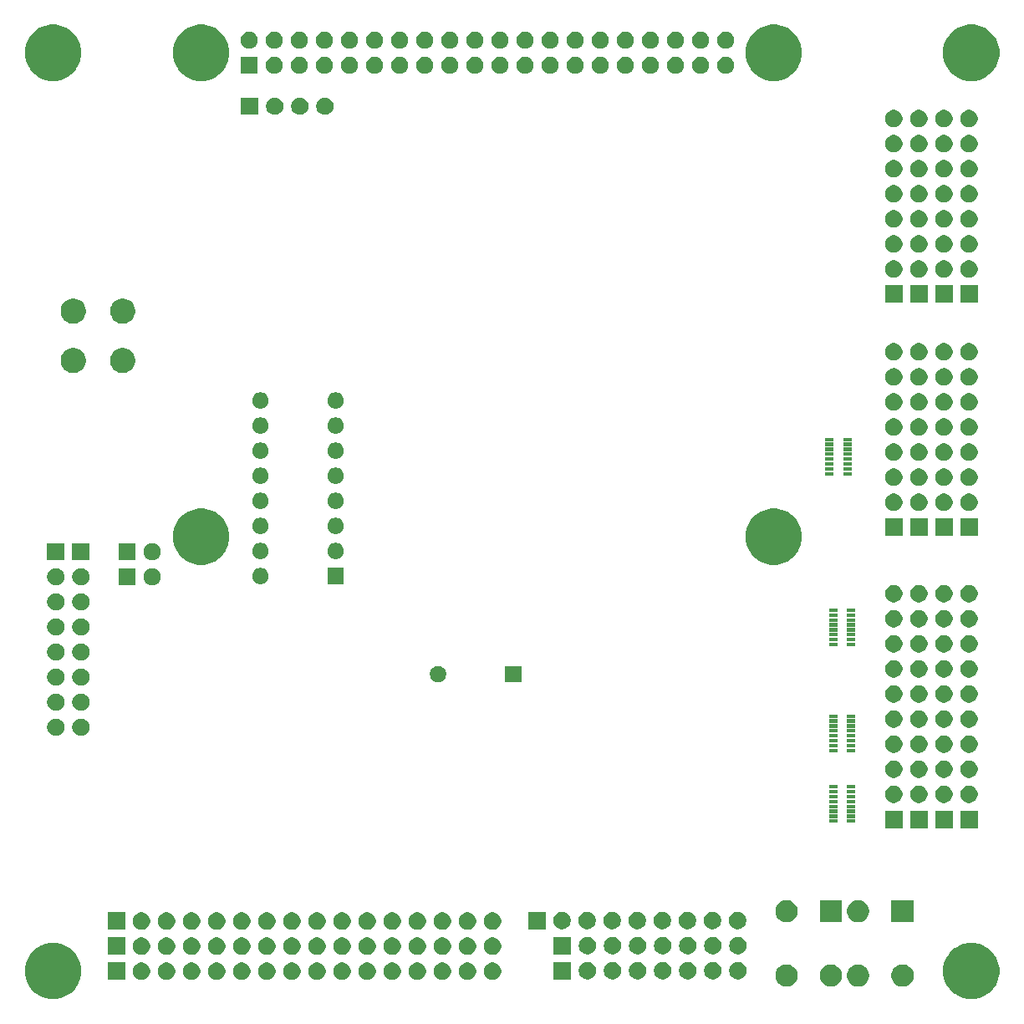
<source format=gbr>
G04 #@! TF.GenerationSoftware,KiCad,Pcbnew,5.1.5+dfsg1-2build2*
G04 #@! TF.CreationDate,2020-07-30T11:43:09-05:00*
G04 #@! TF.ProjectId,2060-ORIO2,32303630-2d4f-4524-994f-322e6b696361,rev?*
G04 #@! TF.SameCoordinates,Original*
G04 #@! TF.FileFunction,Soldermask,Bot*
G04 #@! TF.FilePolarity,Negative*
%FSLAX46Y46*%
G04 Gerber Fmt 4.6, Leading zero omitted, Abs format (unit mm)*
G04 Created by KiCad (PCBNEW 5.1.5+dfsg1-2build2) date 2020-07-30 11:43:09*
%MOMM*%
%LPD*%
G04 APERTURE LIST*
%ADD10C,0.100000*%
G04 APERTURE END LIST*
D10*
G36*
X169331314Y-135759524D02*
G01*
X169849980Y-135974362D01*
X169965885Y-136051808D01*
X170316769Y-136286260D01*
X170713740Y-136683231D01*
X170806301Y-136821759D01*
X171025638Y-137150020D01*
X171240476Y-137668686D01*
X171350000Y-138219299D01*
X171350000Y-138780701D01*
X171240476Y-139331314D01*
X171025638Y-139849980D01*
X171025637Y-139849981D01*
X170713740Y-140316769D01*
X170316769Y-140713740D01*
X169965885Y-140948192D01*
X169849980Y-141025638D01*
X169331314Y-141240476D01*
X168780701Y-141350000D01*
X168219299Y-141350000D01*
X167668686Y-141240476D01*
X167150020Y-141025638D01*
X167034115Y-140948192D01*
X166683231Y-140713740D01*
X166286260Y-140316769D01*
X165974363Y-139849981D01*
X165974362Y-139849980D01*
X165759524Y-139331314D01*
X165650000Y-138780701D01*
X165650000Y-138219299D01*
X165759524Y-137668686D01*
X165974362Y-137150020D01*
X166193699Y-136821759D01*
X166286260Y-136683231D01*
X166683231Y-136286260D01*
X167034115Y-136051807D01*
X167150020Y-135974362D01*
X167668686Y-135759524D01*
X168219299Y-135650000D01*
X168780701Y-135650000D01*
X169331314Y-135759524D01*
G37*
G36*
X76331314Y-135759524D02*
G01*
X76849980Y-135974362D01*
X76965885Y-136051808D01*
X77316769Y-136286260D01*
X77713740Y-136683231D01*
X77806301Y-136821759D01*
X78025638Y-137150020D01*
X78240476Y-137668686D01*
X78350000Y-138219299D01*
X78350000Y-138780701D01*
X78240476Y-139331314D01*
X78025638Y-139849980D01*
X78025637Y-139849981D01*
X77713740Y-140316769D01*
X77316769Y-140713740D01*
X76965885Y-140948192D01*
X76849980Y-141025638D01*
X76331314Y-141240476D01*
X75780701Y-141350000D01*
X75219299Y-141350000D01*
X74668686Y-141240476D01*
X74150020Y-141025638D01*
X74034115Y-140948192D01*
X73683231Y-140713740D01*
X73286260Y-140316769D01*
X72974363Y-139849981D01*
X72974362Y-139849980D01*
X72759524Y-139331314D01*
X72650000Y-138780701D01*
X72650000Y-138219299D01*
X72759524Y-137668686D01*
X72974362Y-137150020D01*
X73193699Y-136821759D01*
X73286260Y-136683231D01*
X73683231Y-136286260D01*
X74034115Y-136051807D01*
X74150020Y-135974362D01*
X74668686Y-135759524D01*
X75219299Y-135650000D01*
X75780701Y-135650000D01*
X76331314Y-135759524D01*
G37*
G36*
X161877267Y-137867248D02*
G01*
X162082076Y-137952083D01*
X162266398Y-138075243D01*
X162423157Y-138232002D01*
X162546317Y-138416324D01*
X162631152Y-138621133D01*
X162674400Y-138838557D01*
X162674400Y-139060243D01*
X162631152Y-139277667D01*
X162546317Y-139482476D01*
X162423157Y-139666798D01*
X162266398Y-139823557D01*
X162082076Y-139946717D01*
X161877267Y-140031552D01*
X161659843Y-140074800D01*
X161438157Y-140074800D01*
X161220733Y-140031552D01*
X161015924Y-139946717D01*
X160831602Y-139823557D01*
X160674843Y-139666798D01*
X160551683Y-139482476D01*
X160466848Y-139277667D01*
X160423600Y-139060243D01*
X160423600Y-138838557D01*
X160466848Y-138621133D01*
X160551683Y-138416324D01*
X160674843Y-138232002D01*
X160831602Y-138075243D01*
X161015924Y-137952083D01*
X161220733Y-137867248D01*
X161438157Y-137824000D01*
X161659843Y-137824000D01*
X161877267Y-137867248D01*
G37*
G36*
X150112867Y-137867248D02*
G01*
X150317676Y-137952083D01*
X150501998Y-138075243D01*
X150658757Y-138232002D01*
X150781917Y-138416324D01*
X150866752Y-138621133D01*
X150910000Y-138838557D01*
X150910000Y-139060243D01*
X150866752Y-139277667D01*
X150781917Y-139482476D01*
X150658757Y-139666798D01*
X150501998Y-139823557D01*
X150317676Y-139946717D01*
X150112867Y-140031552D01*
X149895443Y-140074800D01*
X149673757Y-140074800D01*
X149456333Y-140031552D01*
X149251524Y-139946717D01*
X149067202Y-139823557D01*
X148910443Y-139666798D01*
X148787283Y-139482476D01*
X148702448Y-139277667D01*
X148659200Y-139060243D01*
X148659200Y-138838557D01*
X148702448Y-138621133D01*
X148787283Y-138416324D01*
X148910443Y-138232002D01*
X149067202Y-138075243D01*
X149251524Y-137952083D01*
X149456333Y-137867248D01*
X149673757Y-137824000D01*
X149895443Y-137824000D01*
X150112867Y-137867248D01*
G37*
G36*
X154612867Y-137867248D02*
G01*
X154817676Y-137952083D01*
X155001998Y-138075243D01*
X155158757Y-138232002D01*
X155281917Y-138416324D01*
X155366752Y-138621133D01*
X155410000Y-138838557D01*
X155410000Y-139060243D01*
X155366752Y-139277667D01*
X155281917Y-139482476D01*
X155158757Y-139666798D01*
X155001998Y-139823557D01*
X154817676Y-139946717D01*
X154612867Y-140031552D01*
X154395443Y-140074800D01*
X154173757Y-140074800D01*
X153956333Y-140031552D01*
X153751524Y-139946717D01*
X153567202Y-139823557D01*
X153410443Y-139666798D01*
X153287283Y-139482476D01*
X153202448Y-139277667D01*
X153159200Y-139060243D01*
X153159200Y-138838557D01*
X153202448Y-138621133D01*
X153287283Y-138416324D01*
X153410443Y-138232002D01*
X153567202Y-138075243D01*
X153751524Y-137952083D01*
X153956333Y-137867248D01*
X154173757Y-137824000D01*
X154395443Y-137824000D01*
X154612867Y-137867248D01*
G37*
G36*
X157377267Y-137867248D02*
G01*
X157582076Y-137952083D01*
X157766398Y-138075243D01*
X157923157Y-138232002D01*
X158046317Y-138416324D01*
X158131152Y-138621133D01*
X158174400Y-138838557D01*
X158174400Y-139060243D01*
X158131152Y-139277667D01*
X158046317Y-139482476D01*
X157923157Y-139666798D01*
X157766398Y-139823557D01*
X157582076Y-139946717D01*
X157377267Y-140031552D01*
X157159843Y-140074800D01*
X156938157Y-140074800D01*
X156720733Y-140031552D01*
X156515924Y-139946717D01*
X156331602Y-139823557D01*
X156174843Y-139666798D01*
X156051683Y-139482476D01*
X155966848Y-139277667D01*
X155923600Y-139060243D01*
X155923600Y-138838557D01*
X155966848Y-138621133D01*
X156051683Y-138416324D01*
X156174843Y-138232002D01*
X156331602Y-138075243D01*
X156515924Y-137952083D01*
X156720733Y-137867248D01*
X156938157Y-137824000D01*
X157159843Y-137824000D01*
X157377267Y-137867248D01*
G37*
G36*
X107575345Y-137678241D02*
G01*
X107734658Y-137744230D01*
X107878035Y-137840032D01*
X107999968Y-137961965D01*
X108095770Y-138105342D01*
X108095770Y-138105343D01*
X108161759Y-138264655D01*
X108195400Y-138433780D01*
X108195400Y-138606220D01*
X108171864Y-138724545D01*
X108161759Y-138775345D01*
X108095770Y-138934658D01*
X107999968Y-139078035D01*
X107878035Y-139199968D01*
X107734658Y-139295770D01*
X107648846Y-139331314D01*
X107575345Y-139361759D01*
X107406220Y-139395400D01*
X107233780Y-139395400D01*
X107064655Y-139361759D01*
X106991154Y-139331314D01*
X106905342Y-139295770D01*
X106761965Y-139199968D01*
X106640032Y-139078035D01*
X106544230Y-138934658D01*
X106478241Y-138775345D01*
X106468136Y-138724545D01*
X106444600Y-138606220D01*
X106444600Y-138433780D01*
X106478241Y-138264655D01*
X106544230Y-138105343D01*
X106544230Y-138105342D01*
X106640032Y-137961965D01*
X106761965Y-137840032D01*
X106905342Y-137744230D01*
X107064655Y-137678241D01*
X107233780Y-137644600D01*
X107406220Y-137644600D01*
X107575345Y-137678241D01*
G37*
G36*
X84715345Y-137678241D02*
G01*
X84874658Y-137744230D01*
X85018035Y-137840032D01*
X85139968Y-137961965D01*
X85235770Y-138105342D01*
X85235770Y-138105343D01*
X85301759Y-138264655D01*
X85335400Y-138433780D01*
X85335400Y-138606220D01*
X85311864Y-138724545D01*
X85301759Y-138775345D01*
X85235770Y-138934658D01*
X85139968Y-139078035D01*
X85018035Y-139199968D01*
X84874658Y-139295770D01*
X84788846Y-139331314D01*
X84715345Y-139361759D01*
X84546220Y-139395400D01*
X84373780Y-139395400D01*
X84204655Y-139361759D01*
X84131154Y-139331314D01*
X84045342Y-139295770D01*
X83901965Y-139199968D01*
X83780032Y-139078035D01*
X83684230Y-138934658D01*
X83618241Y-138775345D01*
X83608136Y-138724545D01*
X83584600Y-138606220D01*
X83584600Y-138433780D01*
X83618241Y-138264655D01*
X83684230Y-138105343D01*
X83684230Y-138105342D01*
X83780032Y-137961965D01*
X83901965Y-137840032D01*
X84045342Y-137744230D01*
X84204655Y-137678241D01*
X84373780Y-137644600D01*
X84546220Y-137644600D01*
X84715345Y-137678241D01*
G37*
G36*
X87255345Y-137678241D02*
G01*
X87414658Y-137744230D01*
X87558035Y-137840032D01*
X87679968Y-137961965D01*
X87775770Y-138105342D01*
X87775770Y-138105343D01*
X87841759Y-138264655D01*
X87875400Y-138433780D01*
X87875400Y-138606220D01*
X87851864Y-138724545D01*
X87841759Y-138775345D01*
X87775770Y-138934658D01*
X87679968Y-139078035D01*
X87558035Y-139199968D01*
X87414658Y-139295770D01*
X87328846Y-139331314D01*
X87255345Y-139361759D01*
X87086220Y-139395400D01*
X86913780Y-139395400D01*
X86744655Y-139361759D01*
X86671154Y-139331314D01*
X86585342Y-139295770D01*
X86441965Y-139199968D01*
X86320032Y-139078035D01*
X86224230Y-138934658D01*
X86158241Y-138775345D01*
X86148136Y-138724545D01*
X86124600Y-138606220D01*
X86124600Y-138433780D01*
X86158241Y-138264655D01*
X86224230Y-138105343D01*
X86224230Y-138105342D01*
X86320032Y-137961965D01*
X86441965Y-137840032D01*
X86585342Y-137744230D01*
X86744655Y-137678241D01*
X86913780Y-137644600D01*
X87086220Y-137644600D01*
X87255345Y-137678241D01*
G37*
G36*
X89795345Y-137678241D02*
G01*
X89954658Y-137744230D01*
X90098035Y-137840032D01*
X90219968Y-137961965D01*
X90315770Y-138105342D01*
X90315770Y-138105343D01*
X90381759Y-138264655D01*
X90415400Y-138433780D01*
X90415400Y-138606220D01*
X90391864Y-138724545D01*
X90381759Y-138775345D01*
X90315770Y-138934658D01*
X90219968Y-139078035D01*
X90098035Y-139199968D01*
X89954658Y-139295770D01*
X89868846Y-139331314D01*
X89795345Y-139361759D01*
X89626220Y-139395400D01*
X89453780Y-139395400D01*
X89284655Y-139361759D01*
X89211154Y-139331314D01*
X89125342Y-139295770D01*
X88981965Y-139199968D01*
X88860032Y-139078035D01*
X88764230Y-138934658D01*
X88698241Y-138775345D01*
X88688136Y-138724545D01*
X88664600Y-138606220D01*
X88664600Y-138433780D01*
X88698241Y-138264655D01*
X88764230Y-138105343D01*
X88764230Y-138105342D01*
X88860032Y-137961965D01*
X88981965Y-137840032D01*
X89125342Y-137744230D01*
X89284655Y-137678241D01*
X89453780Y-137644600D01*
X89626220Y-137644600D01*
X89795345Y-137678241D01*
G37*
G36*
X92335345Y-137678241D02*
G01*
X92494658Y-137744230D01*
X92638035Y-137840032D01*
X92759968Y-137961965D01*
X92855770Y-138105342D01*
X92855770Y-138105343D01*
X92921759Y-138264655D01*
X92955400Y-138433780D01*
X92955400Y-138606220D01*
X92931864Y-138724545D01*
X92921759Y-138775345D01*
X92855770Y-138934658D01*
X92759968Y-139078035D01*
X92638035Y-139199968D01*
X92494658Y-139295770D01*
X92408846Y-139331314D01*
X92335345Y-139361759D01*
X92166220Y-139395400D01*
X91993780Y-139395400D01*
X91824655Y-139361759D01*
X91751154Y-139331314D01*
X91665342Y-139295770D01*
X91521965Y-139199968D01*
X91400032Y-139078035D01*
X91304230Y-138934658D01*
X91238241Y-138775345D01*
X91228136Y-138724545D01*
X91204600Y-138606220D01*
X91204600Y-138433780D01*
X91238241Y-138264655D01*
X91304230Y-138105343D01*
X91304230Y-138105342D01*
X91400032Y-137961965D01*
X91521965Y-137840032D01*
X91665342Y-137744230D01*
X91824655Y-137678241D01*
X91993780Y-137644600D01*
X92166220Y-137644600D01*
X92335345Y-137678241D01*
G37*
G36*
X94875345Y-137678241D02*
G01*
X95034658Y-137744230D01*
X95178035Y-137840032D01*
X95299968Y-137961965D01*
X95395770Y-138105342D01*
X95395770Y-138105343D01*
X95461759Y-138264655D01*
X95495400Y-138433780D01*
X95495400Y-138606220D01*
X95471864Y-138724545D01*
X95461759Y-138775345D01*
X95395770Y-138934658D01*
X95299968Y-139078035D01*
X95178035Y-139199968D01*
X95034658Y-139295770D01*
X94948846Y-139331314D01*
X94875345Y-139361759D01*
X94706220Y-139395400D01*
X94533780Y-139395400D01*
X94364655Y-139361759D01*
X94291154Y-139331314D01*
X94205342Y-139295770D01*
X94061965Y-139199968D01*
X93940032Y-139078035D01*
X93844230Y-138934658D01*
X93778241Y-138775345D01*
X93768136Y-138724545D01*
X93744600Y-138606220D01*
X93744600Y-138433780D01*
X93778241Y-138264655D01*
X93844230Y-138105343D01*
X93844230Y-138105342D01*
X93940032Y-137961965D01*
X94061965Y-137840032D01*
X94205342Y-137744230D01*
X94364655Y-137678241D01*
X94533780Y-137644600D01*
X94706220Y-137644600D01*
X94875345Y-137678241D01*
G37*
G36*
X97415345Y-137678241D02*
G01*
X97574658Y-137744230D01*
X97718035Y-137840032D01*
X97839968Y-137961965D01*
X97935770Y-138105342D01*
X97935770Y-138105343D01*
X98001759Y-138264655D01*
X98035400Y-138433780D01*
X98035400Y-138606220D01*
X98011864Y-138724545D01*
X98001759Y-138775345D01*
X97935770Y-138934658D01*
X97839968Y-139078035D01*
X97718035Y-139199968D01*
X97574658Y-139295770D01*
X97488846Y-139331314D01*
X97415345Y-139361759D01*
X97246220Y-139395400D01*
X97073780Y-139395400D01*
X96904655Y-139361759D01*
X96831154Y-139331314D01*
X96745342Y-139295770D01*
X96601965Y-139199968D01*
X96480032Y-139078035D01*
X96384230Y-138934658D01*
X96318241Y-138775345D01*
X96308136Y-138724545D01*
X96284600Y-138606220D01*
X96284600Y-138433780D01*
X96318241Y-138264655D01*
X96384230Y-138105343D01*
X96384230Y-138105342D01*
X96480032Y-137961965D01*
X96601965Y-137840032D01*
X96745342Y-137744230D01*
X96904655Y-137678241D01*
X97073780Y-137644600D01*
X97246220Y-137644600D01*
X97415345Y-137678241D01*
G37*
G36*
X99955345Y-137678241D02*
G01*
X100114658Y-137744230D01*
X100258035Y-137840032D01*
X100379968Y-137961965D01*
X100475770Y-138105342D01*
X100475770Y-138105343D01*
X100541759Y-138264655D01*
X100575400Y-138433780D01*
X100575400Y-138606220D01*
X100551864Y-138724545D01*
X100541759Y-138775345D01*
X100475770Y-138934658D01*
X100379968Y-139078035D01*
X100258035Y-139199968D01*
X100114658Y-139295770D01*
X100028846Y-139331314D01*
X99955345Y-139361759D01*
X99786220Y-139395400D01*
X99613780Y-139395400D01*
X99444655Y-139361759D01*
X99371154Y-139331314D01*
X99285342Y-139295770D01*
X99141965Y-139199968D01*
X99020032Y-139078035D01*
X98924230Y-138934658D01*
X98858241Y-138775345D01*
X98848136Y-138724545D01*
X98824600Y-138606220D01*
X98824600Y-138433780D01*
X98858241Y-138264655D01*
X98924230Y-138105343D01*
X98924230Y-138105342D01*
X99020032Y-137961965D01*
X99141965Y-137840032D01*
X99285342Y-137744230D01*
X99444655Y-137678241D01*
X99613780Y-137644600D01*
X99786220Y-137644600D01*
X99955345Y-137678241D01*
G37*
G36*
X102495345Y-137678241D02*
G01*
X102654658Y-137744230D01*
X102798035Y-137840032D01*
X102919968Y-137961965D01*
X103015770Y-138105342D01*
X103015770Y-138105343D01*
X103081759Y-138264655D01*
X103115400Y-138433780D01*
X103115400Y-138606220D01*
X103091864Y-138724545D01*
X103081759Y-138775345D01*
X103015770Y-138934658D01*
X102919968Y-139078035D01*
X102798035Y-139199968D01*
X102654658Y-139295770D01*
X102568846Y-139331314D01*
X102495345Y-139361759D01*
X102326220Y-139395400D01*
X102153780Y-139395400D01*
X101984655Y-139361759D01*
X101911154Y-139331314D01*
X101825342Y-139295770D01*
X101681965Y-139199968D01*
X101560032Y-139078035D01*
X101464230Y-138934658D01*
X101398241Y-138775345D01*
X101388136Y-138724545D01*
X101364600Y-138606220D01*
X101364600Y-138433780D01*
X101398241Y-138264655D01*
X101464230Y-138105343D01*
X101464230Y-138105342D01*
X101560032Y-137961965D01*
X101681965Y-137840032D01*
X101825342Y-137744230D01*
X101984655Y-137678241D01*
X102153780Y-137644600D01*
X102326220Y-137644600D01*
X102495345Y-137678241D01*
G37*
G36*
X105035345Y-137678241D02*
G01*
X105194658Y-137744230D01*
X105338035Y-137840032D01*
X105459968Y-137961965D01*
X105555770Y-138105342D01*
X105555770Y-138105343D01*
X105621759Y-138264655D01*
X105655400Y-138433780D01*
X105655400Y-138606220D01*
X105631864Y-138724545D01*
X105621759Y-138775345D01*
X105555770Y-138934658D01*
X105459968Y-139078035D01*
X105338035Y-139199968D01*
X105194658Y-139295770D01*
X105108846Y-139331314D01*
X105035345Y-139361759D01*
X104866220Y-139395400D01*
X104693780Y-139395400D01*
X104524655Y-139361759D01*
X104451154Y-139331314D01*
X104365342Y-139295770D01*
X104221965Y-139199968D01*
X104100032Y-139078035D01*
X104004230Y-138934658D01*
X103938241Y-138775345D01*
X103928136Y-138724545D01*
X103904600Y-138606220D01*
X103904600Y-138433780D01*
X103938241Y-138264655D01*
X104004230Y-138105343D01*
X104004230Y-138105342D01*
X104100032Y-137961965D01*
X104221965Y-137840032D01*
X104365342Y-137744230D01*
X104524655Y-137678241D01*
X104693780Y-137644600D01*
X104866220Y-137644600D01*
X105035345Y-137678241D01*
G37*
G36*
X82795400Y-139395400D02*
G01*
X81044600Y-139395400D01*
X81044600Y-137644600D01*
X82795400Y-137644600D01*
X82795400Y-139395400D01*
G37*
G36*
X110115345Y-137678241D02*
G01*
X110274658Y-137744230D01*
X110418035Y-137840032D01*
X110539968Y-137961965D01*
X110635770Y-138105342D01*
X110635770Y-138105343D01*
X110701759Y-138264655D01*
X110735400Y-138433780D01*
X110735400Y-138606220D01*
X110711864Y-138724545D01*
X110701759Y-138775345D01*
X110635770Y-138934658D01*
X110539968Y-139078035D01*
X110418035Y-139199968D01*
X110274658Y-139295770D01*
X110188846Y-139331314D01*
X110115345Y-139361759D01*
X109946220Y-139395400D01*
X109773780Y-139395400D01*
X109604655Y-139361759D01*
X109531154Y-139331314D01*
X109445342Y-139295770D01*
X109301965Y-139199968D01*
X109180032Y-139078035D01*
X109084230Y-138934658D01*
X109018241Y-138775345D01*
X109008136Y-138724545D01*
X108984600Y-138606220D01*
X108984600Y-138433780D01*
X109018241Y-138264655D01*
X109084230Y-138105343D01*
X109084230Y-138105342D01*
X109180032Y-137961965D01*
X109301965Y-137840032D01*
X109445342Y-137744230D01*
X109604655Y-137678241D01*
X109773780Y-137644600D01*
X109946220Y-137644600D01*
X110115345Y-137678241D01*
G37*
G36*
X112655345Y-137678241D02*
G01*
X112814658Y-137744230D01*
X112958035Y-137840032D01*
X113079968Y-137961965D01*
X113175770Y-138105342D01*
X113175770Y-138105343D01*
X113241759Y-138264655D01*
X113275400Y-138433780D01*
X113275400Y-138606220D01*
X113251864Y-138724545D01*
X113241759Y-138775345D01*
X113175770Y-138934658D01*
X113079968Y-139078035D01*
X112958035Y-139199968D01*
X112814658Y-139295770D01*
X112728846Y-139331314D01*
X112655345Y-139361759D01*
X112486220Y-139395400D01*
X112313780Y-139395400D01*
X112144655Y-139361759D01*
X112071154Y-139331314D01*
X111985342Y-139295770D01*
X111841965Y-139199968D01*
X111720032Y-139078035D01*
X111624230Y-138934658D01*
X111558241Y-138775345D01*
X111548136Y-138724545D01*
X111524600Y-138606220D01*
X111524600Y-138433780D01*
X111558241Y-138264655D01*
X111624230Y-138105343D01*
X111624230Y-138105342D01*
X111720032Y-137961965D01*
X111841965Y-137840032D01*
X111985342Y-137744230D01*
X112144655Y-137678241D01*
X112313780Y-137644600D01*
X112486220Y-137644600D01*
X112655345Y-137678241D01*
G37*
G36*
X115195345Y-137678241D02*
G01*
X115354658Y-137744230D01*
X115498035Y-137840032D01*
X115619968Y-137961965D01*
X115715770Y-138105342D01*
X115715770Y-138105343D01*
X115781759Y-138264655D01*
X115815400Y-138433780D01*
X115815400Y-138606220D01*
X115791864Y-138724545D01*
X115781759Y-138775345D01*
X115715770Y-138934658D01*
X115619968Y-139078035D01*
X115498035Y-139199968D01*
X115354658Y-139295770D01*
X115268846Y-139331314D01*
X115195345Y-139361759D01*
X115026220Y-139395400D01*
X114853780Y-139395400D01*
X114684655Y-139361759D01*
X114611154Y-139331314D01*
X114525342Y-139295770D01*
X114381965Y-139199968D01*
X114260032Y-139078035D01*
X114164230Y-138934658D01*
X114098241Y-138775345D01*
X114088136Y-138724545D01*
X114064600Y-138606220D01*
X114064600Y-138433780D01*
X114098241Y-138264655D01*
X114164230Y-138105343D01*
X114164230Y-138105342D01*
X114260032Y-137961965D01*
X114381965Y-137840032D01*
X114525342Y-137744230D01*
X114684655Y-137678241D01*
X114853780Y-137644600D01*
X115026220Y-137644600D01*
X115195345Y-137678241D01*
G37*
G36*
X120275345Y-137678241D02*
G01*
X120434658Y-137744230D01*
X120578035Y-137840032D01*
X120699968Y-137961965D01*
X120795770Y-138105342D01*
X120795770Y-138105343D01*
X120861759Y-138264655D01*
X120895400Y-138433780D01*
X120895400Y-138606220D01*
X120871864Y-138724545D01*
X120861759Y-138775345D01*
X120795770Y-138934658D01*
X120699968Y-139078035D01*
X120578035Y-139199968D01*
X120434658Y-139295770D01*
X120348846Y-139331314D01*
X120275345Y-139361759D01*
X120106220Y-139395400D01*
X119933780Y-139395400D01*
X119764655Y-139361759D01*
X119691154Y-139331314D01*
X119605342Y-139295770D01*
X119461965Y-139199968D01*
X119340032Y-139078035D01*
X119244230Y-138934658D01*
X119178241Y-138775345D01*
X119168136Y-138724545D01*
X119144600Y-138606220D01*
X119144600Y-138433780D01*
X119178241Y-138264655D01*
X119244230Y-138105343D01*
X119244230Y-138105342D01*
X119340032Y-137961965D01*
X119461965Y-137840032D01*
X119605342Y-137744230D01*
X119764655Y-137678241D01*
X119933780Y-137644600D01*
X120106220Y-137644600D01*
X120275345Y-137678241D01*
G37*
G36*
X117735345Y-137678241D02*
G01*
X117894658Y-137744230D01*
X118038035Y-137840032D01*
X118159968Y-137961965D01*
X118255770Y-138105342D01*
X118255770Y-138105343D01*
X118321759Y-138264655D01*
X118355400Y-138433780D01*
X118355400Y-138606220D01*
X118331864Y-138724545D01*
X118321759Y-138775345D01*
X118255770Y-138934658D01*
X118159968Y-139078035D01*
X118038035Y-139199968D01*
X117894658Y-139295770D01*
X117808846Y-139331314D01*
X117735345Y-139361759D01*
X117566220Y-139395400D01*
X117393780Y-139395400D01*
X117224655Y-139361759D01*
X117151154Y-139331314D01*
X117065342Y-139295770D01*
X116921965Y-139199968D01*
X116800032Y-139078035D01*
X116704230Y-138934658D01*
X116638241Y-138775345D01*
X116628136Y-138724545D01*
X116604600Y-138606220D01*
X116604600Y-138433780D01*
X116638241Y-138264655D01*
X116704230Y-138105343D01*
X116704230Y-138105342D01*
X116800032Y-137961965D01*
X116921965Y-137840032D01*
X117065342Y-137744230D01*
X117224655Y-137678241D01*
X117393780Y-137644600D01*
X117566220Y-137644600D01*
X117735345Y-137678241D01*
G37*
G36*
X127956600Y-139344600D02*
G01*
X126205800Y-139344600D01*
X126205800Y-137593800D01*
X127956600Y-137593800D01*
X127956600Y-139344600D01*
G37*
G36*
X145116545Y-137627441D02*
G01*
X145275858Y-137693430D01*
X145419235Y-137789232D01*
X145541168Y-137911165D01*
X145636970Y-138054542D01*
X145702959Y-138213855D01*
X145736600Y-138382981D01*
X145736600Y-138555419D01*
X145702959Y-138724545D01*
X145636970Y-138883858D01*
X145541168Y-139027235D01*
X145419235Y-139149168D01*
X145275858Y-139244970D01*
X145153215Y-139295770D01*
X145116545Y-139310959D01*
X144947420Y-139344600D01*
X144774980Y-139344600D01*
X144605855Y-139310959D01*
X144569185Y-139295770D01*
X144446542Y-139244970D01*
X144303165Y-139149168D01*
X144181232Y-139027235D01*
X144085430Y-138883858D01*
X144019441Y-138724545D01*
X143985800Y-138555419D01*
X143985800Y-138382981D01*
X144019441Y-138213855D01*
X144085430Y-138054542D01*
X144181232Y-137911165D01*
X144303165Y-137789232D01*
X144446542Y-137693430D01*
X144605855Y-137627441D01*
X144774980Y-137593800D01*
X144947420Y-137593800D01*
X145116545Y-137627441D01*
G37*
G36*
X142576545Y-137627441D02*
G01*
X142735858Y-137693430D01*
X142879235Y-137789232D01*
X143001168Y-137911165D01*
X143096970Y-138054542D01*
X143162959Y-138213855D01*
X143196600Y-138382981D01*
X143196600Y-138555419D01*
X143162959Y-138724545D01*
X143096970Y-138883858D01*
X143001168Y-139027235D01*
X142879235Y-139149168D01*
X142735858Y-139244970D01*
X142613215Y-139295770D01*
X142576545Y-139310959D01*
X142407420Y-139344600D01*
X142234980Y-139344600D01*
X142065855Y-139310959D01*
X142029185Y-139295770D01*
X141906542Y-139244970D01*
X141763165Y-139149168D01*
X141641232Y-139027235D01*
X141545430Y-138883858D01*
X141479441Y-138724545D01*
X141445800Y-138555419D01*
X141445800Y-138382981D01*
X141479441Y-138213855D01*
X141545430Y-138054542D01*
X141641232Y-137911165D01*
X141763165Y-137789232D01*
X141906542Y-137693430D01*
X142065855Y-137627441D01*
X142234980Y-137593800D01*
X142407420Y-137593800D01*
X142576545Y-137627441D01*
G37*
G36*
X129876545Y-137627441D02*
G01*
X130035858Y-137693430D01*
X130179235Y-137789232D01*
X130301168Y-137911165D01*
X130396970Y-138054542D01*
X130462959Y-138213855D01*
X130496600Y-138382981D01*
X130496600Y-138555419D01*
X130462959Y-138724545D01*
X130396970Y-138883858D01*
X130301168Y-139027235D01*
X130179235Y-139149168D01*
X130035858Y-139244970D01*
X129913215Y-139295770D01*
X129876545Y-139310959D01*
X129707420Y-139344600D01*
X129534980Y-139344600D01*
X129365855Y-139310959D01*
X129329185Y-139295770D01*
X129206542Y-139244970D01*
X129063165Y-139149168D01*
X128941232Y-139027235D01*
X128845430Y-138883858D01*
X128779441Y-138724545D01*
X128745800Y-138555419D01*
X128745800Y-138382981D01*
X128779441Y-138213855D01*
X128845430Y-138054542D01*
X128941232Y-137911165D01*
X129063165Y-137789232D01*
X129206542Y-137693430D01*
X129365855Y-137627441D01*
X129534980Y-137593800D01*
X129707420Y-137593800D01*
X129876545Y-137627441D01*
G37*
G36*
X132416545Y-137627441D02*
G01*
X132575858Y-137693430D01*
X132719235Y-137789232D01*
X132841168Y-137911165D01*
X132936970Y-138054542D01*
X133002959Y-138213855D01*
X133036600Y-138382981D01*
X133036600Y-138555419D01*
X133002959Y-138724545D01*
X132936970Y-138883858D01*
X132841168Y-139027235D01*
X132719235Y-139149168D01*
X132575858Y-139244970D01*
X132453215Y-139295770D01*
X132416545Y-139310959D01*
X132247420Y-139344600D01*
X132074980Y-139344600D01*
X131905855Y-139310959D01*
X131869185Y-139295770D01*
X131746542Y-139244970D01*
X131603165Y-139149168D01*
X131481232Y-139027235D01*
X131385430Y-138883858D01*
X131319441Y-138724545D01*
X131285800Y-138555419D01*
X131285800Y-138382981D01*
X131319441Y-138213855D01*
X131385430Y-138054542D01*
X131481232Y-137911165D01*
X131603165Y-137789232D01*
X131746542Y-137693430D01*
X131905855Y-137627441D01*
X132074980Y-137593800D01*
X132247420Y-137593800D01*
X132416545Y-137627441D01*
G37*
G36*
X134956545Y-137627441D02*
G01*
X135115858Y-137693430D01*
X135259235Y-137789232D01*
X135381168Y-137911165D01*
X135476970Y-138054542D01*
X135542959Y-138213855D01*
X135576600Y-138382981D01*
X135576600Y-138555419D01*
X135542959Y-138724545D01*
X135476970Y-138883858D01*
X135381168Y-139027235D01*
X135259235Y-139149168D01*
X135115858Y-139244970D01*
X134993215Y-139295770D01*
X134956545Y-139310959D01*
X134787420Y-139344600D01*
X134614980Y-139344600D01*
X134445855Y-139310959D01*
X134409185Y-139295770D01*
X134286542Y-139244970D01*
X134143165Y-139149168D01*
X134021232Y-139027235D01*
X133925430Y-138883858D01*
X133859441Y-138724545D01*
X133825800Y-138555419D01*
X133825800Y-138382981D01*
X133859441Y-138213855D01*
X133925430Y-138054542D01*
X134021232Y-137911165D01*
X134143165Y-137789232D01*
X134286542Y-137693430D01*
X134445855Y-137627441D01*
X134614980Y-137593800D01*
X134787420Y-137593800D01*
X134956545Y-137627441D01*
G37*
G36*
X137496545Y-137627441D02*
G01*
X137655858Y-137693430D01*
X137799235Y-137789232D01*
X137921168Y-137911165D01*
X138016970Y-138054542D01*
X138082959Y-138213855D01*
X138116600Y-138382981D01*
X138116600Y-138555419D01*
X138082959Y-138724545D01*
X138016970Y-138883858D01*
X137921168Y-139027235D01*
X137799235Y-139149168D01*
X137655858Y-139244970D01*
X137533215Y-139295770D01*
X137496545Y-139310959D01*
X137327420Y-139344600D01*
X137154980Y-139344600D01*
X136985855Y-139310959D01*
X136949185Y-139295770D01*
X136826542Y-139244970D01*
X136683165Y-139149168D01*
X136561232Y-139027235D01*
X136465430Y-138883858D01*
X136399441Y-138724545D01*
X136365800Y-138555419D01*
X136365800Y-138382981D01*
X136399441Y-138213855D01*
X136465430Y-138054542D01*
X136561232Y-137911165D01*
X136683165Y-137789232D01*
X136826542Y-137693430D01*
X136985855Y-137627441D01*
X137154980Y-137593800D01*
X137327420Y-137593800D01*
X137496545Y-137627441D01*
G37*
G36*
X140036545Y-137627441D02*
G01*
X140195858Y-137693430D01*
X140339235Y-137789232D01*
X140461168Y-137911165D01*
X140556970Y-138054542D01*
X140622959Y-138213855D01*
X140656600Y-138382981D01*
X140656600Y-138555419D01*
X140622959Y-138724545D01*
X140556970Y-138883858D01*
X140461168Y-139027235D01*
X140339235Y-139149168D01*
X140195858Y-139244970D01*
X140073215Y-139295770D01*
X140036545Y-139310959D01*
X139867420Y-139344600D01*
X139694980Y-139344600D01*
X139525855Y-139310959D01*
X139489185Y-139295770D01*
X139366542Y-139244970D01*
X139223165Y-139149168D01*
X139101232Y-139027235D01*
X139005430Y-138883858D01*
X138939441Y-138724545D01*
X138905800Y-138555419D01*
X138905800Y-138382981D01*
X138939441Y-138213855D01*
X139005430Y-138054542D01*
X139101232Y-137911165D01*
X139223165Y-137789232D01*
X139366542Y-137693430D01*
X139525855Y-137627441D01*
X139694980Y-137593800D01*
X139867420Y-137593800D01*
X140036545Y-137627441D01*
G37*
G36*
X94875345Y-135138241D02*
G01*
X95034658Y-135204230D01*
X95178035Y-135300032D01*
X95299968Y-135421965D01*
X95395770Y-135565342D01*
X95461759Y-135724655D01*
X95495400Y-135893781D01*
X95495400Y-136066219D01*
X95461759Y-136235345D01*
X95395770Y-136394658D01*
X95299968Y-136538035D01*
X95178035Y-136659968D01*
X95034658Y-136755770D01*
X94916771Y-136804600D01*
X94875345Y-136821759D01*
X94706220Y-136855400D01*
X94533780Y-136855400D01*
X94364655Y-136821759D01*
X94323229Y-136804600D01*
X94205342Y-136755770D01*
X94061965Y-136659968D01*
X93940032Y-136538035D01*
X93844230Y-136394658D01*
X93778241Y-136235345D01*
X93744600Y-136066219D01*
X93744600Y-135893781D01*
X93778241Y-135724655D01*
X93844230Y-135565342D01*
X93940032Y-135421965D01*
X94061965Y-135300032D01*
X94205342Y-135204230D01*
X94364655Y-135138241D01*
X94533780Y-135104600D01*
X94706220Y-135104600D01*
X94875345Y-135138241D01*
G37*
G36*
X117735345Y-135138241D02*
G01*
X117894658Y-135204230D01*
X118038035Y-135300032D01*
X118159968Y-135421965D01*
X118255770Y-135565342D01*
X118321759Y-135724655D01*
X118355400Y-135893781D01*
X118355400Y-136066219D01*
X118321759Y-136235345D01*
X118255770Y-136394658D01*
X118159968Y-136538035D01*
X118038035Y-136659968D01*
X117894658Y-136755770D01*
X117776771Y-136804600D01*
X117735345Y-136821759D01*
X117566220Y-136855400D01*
X117393780Y-136855400D01*
X117224655Y-136821759D01*
X117183229Y-136804600D01*
X117065342Y-136755770D01*
X116921965Y-136659968D01*
X116800032Y-136538035D01*
X116704230Y-136394658D01*
X116638241Y-136235345D01*
X116604600Y-136066219D01*
X116604600Y-135893781D01*
X116638241Y-135724655D01*
X116704230Y-135565342D01*
X116800032Y-135421965D01*
X116921965Y-135300032D01*
X117065342Y-135204230D01*
X117224655Y-135138241D01*
X117393780Y-135104600D01*
X117566220Y-135104600D01*
X117735345Y-135138241D01*
G37*
G36*
X112655345Y-135138241D02*
G01*
X112814658Y-135204230D01*
X112958035Y-135300032D01*
X113079968Y-135421965D01*
X113175770Y-135565342D01*
X113241759Y-135724655D01*
X113275400Y-135893781D01*
X113275400Y-136066219D01*
X113241759Y-136235345D01*
X113175770Y-136394658D01*
X113079968Y-136538035D01*
X112958035Y-136659968D01*
X112814658Y-136755770D01*
X112696771Y-136804600D01*
X112655345Y-136821759D01*
X112486220Y-136855400D01*
X112313780Y-136855400D01*
X112144655Y-136821759D01*
X112103229Y-136804600D01*
X111985342Y-136755770D01*
X111841965Y-136659968D01*
X111720032Y-136538035D01*
X111624230Y-136394658D01*
X111558241Y-136235345D01*
X111524600Y-136066219D01*
X111524600Y-135893781D01*
X111558241Y-135724655D01*
X111624230Y-135565342D01*
X111720032Y-135421965D01*
X111841965Y-135300032D01*
X111985342Y-135204230D01*
X112144655Y-135138241D01*
X112313780Y-135104600D01*
X112486220Y-135104600D01*
X112655345Y-135138241D01*
G37*
G36*
X110115345Y-135138241D02*
G01*
X110274658Y-135204230D01*
X110418035Y-135300032D01*
X110539968Y-135421965D01*
X110635770Y-135565342D01*
X110701759Y-135724655D01*
X110735400Y-135893781D01*
X110735400Y-136066219D01*
X110701759Y-136235345D01*
X110635770Y-136394658D01*
X110539968Y-136538035D01*
X110418035Y-136659968D01*
X110274658Y-136755770D01*
X110156771Y-136804600D01*
X110115345Y-136821759D01*
X109946220Y-136855400D01*
X109773780Y-136855400D01*
X109604655Y-136821759D01*
X109563229Y-136804600D01*
X109445342Y-136755770D01*
X109301965Y-136659968D01*
X109180032Y-136538035D01*
X109084230Y-136394658D01*
X109018241Y-136235345D01*
X108984600Y-136066219D01*
X108984600Y-135893781D01*
X109018241Y-135724655D01*
X109084230Y-135565342D01*
X109180032Y-135421965D01*
X109301965Y-135300032D01*
X109445342Y-135204230D01*
X109604655Y-135138241D01*
X109773780Y-135104600D01*
X109946220Y-135104600D01*
X110115345Y-135138241D01*
G37*
G36*
X107575345Y-135138241D02*
G01*
X107734658Y-135204230D01*
X107878035Y-135300032D01*
X107999968Y-135421965D01*
X108095770Y-135565342D01*
X108161759Y-135724655D01*
X108195400Y-135893781D01*
X108195400Y-136066219D01*
X108161759Y-136235345D01*
X108095770Y-136394658D01*
X107999968Y-136538035D01*
X107878035Y-136659968D01*
X107734658Y-136755770D01*
X107616771Y-136804600D01*
X107575345Y-136821759D01*
X107406220Y-136855400D01*
X107233780Y-136855400D01*
X107064655Y-136821759D01*
X107023229Y-136804600D01*
X106905342Y-136755770D01*
X106761965Y-136659968D01*
X106640032Y-136538035D01*
X106544230Y-136394658D01*
X106478241Y-136235345D01*
X106444600Y-136066219D01*
X106444600Y-135893781D01*
X106478241Y-135724655D01*
X106544230Y-135565342D01*
X106640032Y-135421965D01*
X106761965Y-135300032D01*
X106905342Y-135204230D01*
X107064655Y-135138241D01*
X107233780Y-135104600D01*
X107406220Y-135104600D01*
X107575345Y-135138241D01*
G37*
G36*
X105035345Y-135138241D02*
G01*
X105194658Y-135204230D01*
X105338035Y-135300032D01*
X105459968Y-135421965D01*
X105555770Y-135565342D01*
X105621759Y-135724655D01*
X105655400Y-135893781D01*
X105655400Y-136066219D01*
X105621759Y-136235345D01*
X105555770Y-136394658D01*
X105459968Y-136538035D01*
X105338035Y-136659968D01*
X105194658Y-136755770D01*
X105076771Y-136804600D01*
X105035345Y-136821759D01*
X104866220Y-136855400D01*
X104693780Y-136855400D01*
X104524655Y-136821759D01*
X104483229Y-136804600D01*
X104365342Y-136755770D01*
X104221965Y-136659968D01*
X104100032Y-136538035D01*
X104004230Y-136394658D01*
X103938241Y-136235345D01*
X103904600Y-136066219D01*
X103904600Y-135893781D01*
X103938241Y-135724655D01*
X104004230Y-135565342D01*
X104100032Y-135421965D01*
X104221965Y-135300032D01*
X104365342Y-135204230D01*
X104524655Y-135138241D01*
X104693780Y-135104600D01*
X104866220Y-135104600D01*
X105035345Y-135138241D01*
G37*
G36*
X102495345Y-135138241D02*
G01*
X102654658Y-135204230D01*
X102798035Y-135300032D01*
X102919968Y-135421965D01*
X103015770Y-135565342D01*
X103081759Y-135724655D01*
X103115400Y-135893781D01*
X103115400Y-136066219D01*
X103081759Y-136235345D01*
X103015770Y-136394658D01*
X102919968Y-136538035D01*
X102798035Y-136659968D01*
X102654658Y-136755770D01*
X102536771Y-136804600D01*
X102495345Y-136821759D01*
X102326220Y-136855400D01*
X102153780Y-136855400D01*
X101984655Y-136821759D01*
X101943229Y-136804600D01*
X101825342Y-136755770D01*
X101681965Y-136659968D01*
X101560032Y-136538035D01*
X101464230Y-136394658D01*
X101398241Y-136235345D01*
X101364600Y-136066219D01*
X101364600Y-135893781D01*
X101398241Y-135724655D01*
X101464230Y-135565342D01*
X101560032Y-135421965D01*
X101681965Y-135300032D01*
X101825342Y-135204230D01*
X101984655Y-135138241D01*
X102153780Y-135104600D01*
X102326220Y-135104600D01*
X102495345Y-135138241D01*
G37*
G36*
X99955345Y-135138241D02*
G01*
X100114658Y-135204230D01*
X100258035Y-135300032D01*
X100379968Y-135421965D01*
X100475770Y-135565342D01*
X100541759Y-135724655D01*
X100575400Y-135893781D01*
X100575400Y-136066219D01*
X100541759Y-136235345D01*
X100475770Y-136394658D01*
X100379968Y-136538035D01*
X100258035Y-136659968D01*
X100114658Y-136755770D01*
X99996771Y-136804600D01*
X99955345Y-136821759D01*
X99786220Y-136855400D01*
X99613780Y-136855400D01*
X99444655Y-136821759D01*
X99403229Y-136804600D01*
X99285342Y-136755770D01*
X99141965Y-136659968D01*
X99020032Y-136538035D01*
X98924230Y-136394658D01*
X98858241Y-136235345D01*
X98824600Y-136066219D01*
X98824600Y-135893781D01*
X98858241Y-135724655D01*
X98924230Y-135565342D01*
X99020032Y-135421965D01*
X99141965Y-135300032D01*
X99285342Y-135204230D01*
X99444655Y-135138241D01*
X99613780Y-135104600D01*
X99786220Y-135104600D01*
X99955345Y-135138241D01*
G37*
G36*
X97415345Y-135138241D02*
G01*
X97574658Y-135204230D01*
X97718035Y-135300032D01*
X97839968Y-135421965D01*
X97935770Y-135565342D01*
X98001759Y-135724655D01*
X98035400Y-135893781D01*
X98035400Y-136066219D01*
X98001759Y-136235345D01*
X97935770Y-136394658D01*
X97839968Y-136538035D01*
X97718035Y-136659968D01*
X97574658Y-136755770D01*
X97456771Y-136804600D01*
X97415345Y-136821759D01*
X97246220Y-136855400D01*
X97073780Y-136855400D01*
X96904655Y-136821759D01*
X96863229Y-136804600D01*
X96745342Y-136755770D01*
X96601965Y-136659968D01*
X96480032Y-136538035D01*
X96384230Y-136394658D01*
X96318241Y-136235345D01*
X96284600Y-136066219D01*
X96284600Y-135893781D01*
X96318241Y-135724655D01*
X96384230Y-135565342D01*
X96480032Y-135421965D01*
X96601965Y-135300032D01*
X96745342Y-135204230D01*
X96904655Y-135138241D01*
X97073780Y-135104600D01*
X97246220Y-135104600D01*
X97415345Y-135138241D01*
G37*
G36*
X120275345Y-135138241D02*
G01*
X120434658Y-135204230D01*
X120578035Y-135300032D01*
X120699968Y-135421965D01*
X120795770Y-135565342D01*
X120861759Y-135724655D01*
X120895400Y-135893781D01*
X120895400Y-136066219D01*
X120861759Y-136235345D01*
X120795770Y-136394658D01*
X120699968Y-136538035D01*
X120578035Y-136659968D01*
X120434658Y-136755770D01*
X120316771Y-136804600D01*
X120275345Y-136821759D01*
X120106220Y-136855400D01*
X119933780Y-136855400D01*
X119764655Y-136821759D01*
X119723229Y-136804600D01*
X119605342Y-136755770D01*
X119461965Y-136659968D01*
X119340032Y-136538035D01*
X119244230Y-136394658D01*
X119178241Y-136235345D01*
X119144600Y-136066219D01*
X119144600Y-135893781D01*
X119178241Y-135724655D01*
X119244230Y-135565342D01*
X119340032Y-135421965D01*
X119461965Y-135300032D01*
X119605342Y-135204230D01*
X119764655Y-135138241D01*
X119933780Y-135104600D01*
X120106220Y-135104600D01*
X120275345Y-135138241D01*
G37*
G36*
X115195345Y-135138241D02*
G01*
X115354658Y-135204230D01*
X115498035Y-135300032D01*
X115619968Y-135421965D01*
X115715770Y-135565342D01*
X115781759Y-135724655D01*
X115815400Y-135893781D01*
X115815400Y-136066219D01*
X115781759Y-136235345D01*
X115715770Y-136394658D01*
X115619968Y-136538035D01*
X115498035Y-136659968D01*
X115354658Y-136755770D01*
X115236771Y-136804600D01*
X115195345Y-136821759D01*
X115026220Y-136855400D01*
X114853780Y-136855400D01*
X114684655Y-136821759D01*
X114643229Y-136804600D01*
X114525342Y-136755770D01*
X114381965Y-136659968D01*
X114260032Y-136538035D01*
X114164230Y-136394658D01*
X114098241Y-136235345D01*
X114064600Y-136066219D01*
X114064600Y-135893781D01*
X114098241Y-135724655D01*
X114164230Y-135565342D01*
X114260032Y-135421965D01*
X114381965Y-135300032D01*
X114525342Y-135204230D01*
X114684655Y-135138241D01*
X114853780Y-135104600D01*
X115026220Y-135104600D01*
X115195345Y-135138241D01*
G37*
G36*
X92335345Y-135138241D02*
G01*
X92494658Y-135204230D01*
X92638035Y-135300032D01*
X92759968Y-135421965D01*
X92855770Y-135565342D01*
X92921759Y-135724655D01*
X92955400Y-135893781D01*
X92955400Y-136066219D01*
X92921759Y-136235345D01*
X92855770Y-136394658D01*
X92759968Y-136538035D01*
X92638035Y-136659968D01*
X92494658Y-136755770D01*
X92376771Y-136804600D01*
X92335345Y-136821759D01*
X92166220Y-136855400D01*
X91993780Y-136855400D01*
X91824655Y-136821759D01*
X91783229Y-136804600D01*
X91665342Y-136755770D01*
X91521965Y-136659968D01*
X91400032Y-136538035D01*
X91304230Y-136394658D01*
X91238241Y-136235345D01*
X91204600Y-136066219D01*
X91204600Y-135893781D01*
X91238241Y-135724655D01*
X91304230Y-135565342D01*
X91400032Y-135421965D01*
X91521965Y-135300032D01*
X91665342Y-135204230D01*
X91824655Y-135138241D01*
X91993780Y-135104600D01*
X92166220Y-135104600D01*
X92335345Y-135138241D01*
G37*
G36*
X89795345Y-135138241D02*
G01*
X89954658Y-135204230D01*
X90098035Y-135300032D01*
X90219968Y-135421965D01*
X90315770Y-135565342D01*
X90381759Y-135724655D01*
X90415400Y-135893781D01*
X90415400Y-136066219D01*
X90381759Y-136235345D01*
X90315770Y-136394658D01*
X90219968Y-136538035D01*
X90098035Y-136659968D01*
X89954658Y-136755770D01*
X89836771Y-136804600D01*
X89795345Y-136821759D01*
X89626220Y-136855400D01*
X89453780Y-136855400D01*
X89284655Y-136821759D01*
X89243229Y-136804600D01*
X89125342Y-136755770D01*
X88981965Y-136659968D01*
X88860032Y-136538035D01*
X88764230Y-136394658D01*
X88698241Y-136235345D01*
X88664600Y-136066219D01*
X88664600Y-135893781D01*
X88698241Y-135724655D01*
X88764230Y-135565342D01*
X88860032Y-135421965D01*
X88981965Y-135300032D01*
X89125342Y-135204230D01*
X89284655Y-135138241D01*
X89453780Y-135104600D01*
X89626220Y-135104600D01*
X89795345Y-135138241D01*
G37*
G36*
X87255345Y-135138241D02*
G01*
X87414658Y-135204230D01*
X87558035Y-135300032D01*
X87679968Y-135421965D01*
X87775770Y-135565342D01*
X87841759Y-135724655D01*
X87875400Y-135893781D01*
X87875400Y-136066219D01*
X87841759Y-136235345D01*
X87775770Y-136394658D01*
X87679968Y-136538035D01*
X87558035Y-136659968D01*
X87414658Y-136755770D01*
X87296771Y-136804600D01*
X87255345Y-136821759D01*
X87086220Y-136855400D01*
X86913780Y-136855400D01*
X86744655Y-136821759D01*
X86703229Y-136804600D01*
X86585342Y-136755770D01*
X86441965Y-136659968D01*
X86320032Y-136538035D01*
X86224230Y-136394658D01*
X86158241Y-136235345D01*
X86124600Y-136066219D01*
X86124600Y-135893781D01*
X86158241Y-135724655D01*
X86224230Y-135565342D01*
X86320032Y-135421965D01*
X86441965Y-135300032D01*
X86585342Y-135204230D01*
X86744655Y-135138241D01*
X86913780Y-135104600D01*
X87086220Y-135104600D01*
X87255345Y-135138241D01*
G37*
G36*
X84715345Y-135138241D02*
G01*
X84874658Y-135204230D01*
X85018035Y-135300032D01*
X85139968Y-135421965D01*
X85235770Y-135565342D01*
X85301759Y-135724655D01*
X85335400Y-135893781D01*
X85335400Y-136066219D01*
X85301759Y-136235345D01*
X85235770Y-136394658D01*
X85139968Y-136538035D01*
X85018035Y-136659968D01*
X84874658Y-136755770D01*
X84756771Y-136804600D01*
X84715345Y-136821759D01*
X84546220Y-136855400D01*
X84373780Y-136855400D01*
X84204655Y-136821759D01*
X84163229Y-136804600D01*
X84045342Y-136755770D01*
X83901965Y-136659968D01*
X83780032Y-136538035D01*
X83684230Y-136394658D01*
X83618241Y-136235345D01*
X83584600Y-136066219D01*
X83584600Y-135893781D01*
X83618241Y-135724655D01*
X83684230Y-135565342D01*
X83780032Y-135421965D01*
X83901965Y-135300032D01*
X84045342Y-135204230D01*
X84204655Y-135138241D01*
X84373780Y-135104600D01*
X84546220Y-135104600D01*
X84715345Y-135138241D01*
G37*
G36*
X82795400Y-136855400D02*
G01*
X81044600Y-136855400D01*
X81044600Y-135104600D01*
X82795400Y-135104600D01*
X82795400Y-136855400D01*
G37*
G36*
X132416545Y-135087441D02*
G01*
X132575858Y-135153430D01*
X132719235Y-135249232D01*
X132841168Y-135371165D01*
X132936970Y-135514542D01*
X132936970Y-135514543D01*
X133002959Y-135673855D01*
X133020000Y-135759524D01*
X133036600Y-135842981D01*
X133036600Y-136015419D01*
X133002959Y-136184545D01*
X132936970Y-136343858D01*
X132841168Y-136487235D01*
X132719235Y-136609168D01*
X132575858Y-136704970D01*
X132453215Y-136755770D01*
X132416545Y-136770959D01*
X132247420Y-136804600D01*
X132074980Y-136804600D01*
X131905855Y-136770959D01*
X131869185Y-136755770D01*
X131746542Y-136704970D01*
X131603165Y-136609168D01*
X131481232Y-136487235D01*
X131385430Y-136343858D01*
X131319441Y-136184545D01*
X131285800Y-136015419D01*
X131285800Y-135842981D01*
X131302401Y-135759524D01*
X131319441Y-135673855D01*
X131385430Y-135514543D01*
X131385430Y-135514542D01*
X131481232Y-135371165D01*
X131603165Y-135249232D01*
X131746542Y-135153430D01*
X131905855Y-135087441D01*
X132074980Y-135053800D01*
X132247420Y-135053800D01*
X132416545Y-135087441D01*
G37*
G36*
X129876545Y-135087441D02*
G01*
X130035858Y-135153430D01*
X130179235Y-135249232D01*
X130301168Y-135371165D01*
X130396970Y-135514542D01*
X130396970Y-135514543D01*
X130462959Y-135673855D01*
X130480000Y-135759524D01*
X130496600Y-135842981D01*
X130496600Y-136015419D01*
X130462959Y-136184545D01*
X130396970Y-136343858D01*
X130301168Y-136487235D01*
X130179235Y-136609168D01*
X130035858Y-136704970D01*
X129913215Y-136755770D01*
X129876545Y-136770959D01*
X129707420Y-136804600D01*
X129534980Y-136804600D01*
X129365855Y-136770959D01*
X129329185Y-136755770D01*
X129206542Y-136704970D01*
X129063165Y-136609168D01*
X128941232Y-136487235D01*
X128845430Y-136343858D01*
X128779441Y-136184545D01*
X128745800Y-136015419D01*
X128745800Y-135842981D01*
X128762401Y-135759524D01*
X128779441Y-135673855D01*
X128845430Y-135514543D01*
X128845430Y-135514542D01*
X128941232Y-135371165D01*
X129063165Y-135249232D01*
X129206542Y-135153430D01*
X129365855Y-135087441D01*
X129534980Y-135053800D01*
X129707420Y-135053800D01*
X129876545Y-135087441D01*
G37*
G36*
X127956600Y-136804600D02*
G01*
X126205800Y-136804600D01*
X126205800Y-135053800D01*
X127956600Y-135053800D01*
X127956600Y-136804600D01*
G37*
G36*
X145116545Y-135087441D02*
G01*
X145275858Y-135153430D01*
X145419235Y-135249232D01*
X145541168Y-135371165D01*
X145636970Y-135514542D01*
X145636970Y-135514543D01*
X145702959Y-135673855D01*
X145720000Y-135759524D01*
X145736600Y-135842981D01*
X145736600Y-136015419D01*
X145702959Y-136184545D01*
X145636970Y-136343858D01*
X145541168Y-136487235D01*
X145419235Y-136609168D01*
X145275858Y-136704970D01*
X145153215Y-136755770D01*
X145116545Y-136770959D01*
X144947420Y-136804600D01*
X144774980Y-136804600D01*
X144605855Y-136770959D01*
X144569185Y-136755770D01*
X144446542Y-136704970D01*
X144303165Y-136609168D01*
X144181232Y-136487235D01*
X144085430Y-136343858D01*
X144019441Y-136184545D01*
X143985800Y-136015419D01*
X143985800Y-135842981D01*
X144002401Y-135759524D01*
X144019441Y-135673855D01*
X144085430Y-135514543D01*
X144085430Y-135514542D01*
X144181232Y-135371165D01*
X144303165Y-135249232D01*
X144446542Y-135153430D01*
X144605855Y-135087441D01*
X144774980Y-135053800D01*
X144947420Y-135053800D01*
X145116545Y-135087441D01*
G37*
G36*
X137496545Y-135087441D02*
G01*
X137655858Y-135153430D01*
X137799235Y-135249232D01*
X137921168Y-135371165D01*
X138016970Y-135514542D01*
X138016970Y-135514543D01*
X138082959Y-135673855D01*
X138100000Y-135759524D01*
X138116600Y-135842981D01*
X138116600Y-136015419D01*
X138082959Y-136184545D01*
X138016970Y-136343858D01*
X137921168Y-136487235D01*
X137799235Y-136609168D01*
X137655858Y-136704970D01*
X137533215Y-136755770D01*
X137496545Y-136770959D01*
X137327420Y-136804600D01*
X137154980Y-136804600D01*
X136985855Y-136770959D01*
X136949185Y-136755770D01*
X136826542Y-136704970D01*
X136683165Y-136609168D01*
X136561232Y-136487235D01*
X136465430Y-136343858D01*
X136399441Y-136184545D01*
X136365800Y-136015419D01*
X136365800Y-135842981D01*
X136382401Y-135759524D01*
X136399441Y-135673855D01*
X136465430Y-135514543D01*
X136465430Y-135514542D01*
X136561232Y-135371165D01*
X136683165Y-135249232D01*
X136826542Y-135153430D01*
X136985855Y-135087441D01*
X137154980Y-135053800D01*
X137327420Y-135053800D01*
X137496545Y-135087441D01*
G37*
G36*
X140036545Y-135087441D02*
G01*
X140195858Y-135153430D01*
X140339235Y-135249232D01*
X140461168Y-135371165D01*
X140556970Y-135514542D01*
X140556970Y-135514543D01*
X140622959Y-135673855D01*
X140640000Y-135759524D01*
X140656600Y-135842981D01*
X140656600Y-136015419D01*
X140622959Y-136184545D01*
X140556970Y-136343858D01*
X140461168Y-136487235D01*
X140339235Y-136609168D01*
X140195858Y-136704970D01*
X140073215Y-136755770D01*
X140036545Y-136770959D01*
X139867420Y-136804600D01*
X139694980Y-136804600D01*
X139525855Y-136770959D01*
X139489185Y-136755770D01*
X139366542Y-136704970D01*
X139223165Y-136609168D01*
X139101232Y-136487235D01*
X139005430Y-136343858D01*
X138939441Y-136184545D01*
X138905800Y-136015419D01*
X138905800Y-135842981D01*
X138922401Y-135759524D01*
X138939441Y-135673855D01*
X139005430Y-135514543D01*
X139005430Y-135514542D01*
X139101232Y-135371165D01*
X139223165Y-135249232D01*
X139366542Y-135153430D01*
X139525855Y-135087441D01*
X139694980Y-135053800D01*
X139867420Y-135053800D01*
X140036545Y-135087441D01*
G37*
G36*
X142576545Y-135087441D02*
G01*
X142735858Y-135153430D01*
X142879235Y-135249232D01*
X143001168Y-135371165D01*
X143096970Y-135514542D01*
X143096970Y-135514543D01*
X143162959Y-135673855D01*
X143180000Y-135759524D01*
X143196600Y-135842981D01*
X143196600Y-136015419D01*
X143162959Y-136184545D01*
X143096970Y-136343858D01*
X143001168Y-136487235D01*
X142879235Y-136609168D01*
X142735858Y-136704970D01*
X142613215Y-136755770D01*
X142576545Y-136770959D01*
X142407420Y-136804600D01*
X142234980Y-136804600D01*
X142065855Y-136770959D01*
X142029185Y-136755770D01*
X141906542Y-136704970D01*
X141763165Y-136609168D01*
X141641232Y-136487235D01*
X141545430Y-136343858D01*
X141479441Y-136184545D01*
X141445800Y-136015419D01*
X141445800Y-135842981D01*
X141462401Y-135759524D01*
X141479441Y-135673855D01*
X141545430Y-135514543D01*
X141545430Y-135514542D01*
X141641232Y-135371165D01*
X141763165Y-135249232D01*
X141906542Y-135153430D01*
X142065855Y-135087441D01*
X142234980Y-135053800D01*
X142407420Y-135053800D01*
X142576545Y-135087441D01*
G37*
G36*
X134956545Y-135087441D02*
G01*
X135115858Y-135153430D01*
X135259235Y-135249232D01*
X135381168Y-135371165D01*
X135476970Y-135514542D01*
X135476970Y-135514543D01*
X135542959Y-135673855D01*
X135560000Y-135759524D01*
X135576600Y-135842981D01*
X135576600Y-136015419D01*
X135542959Y-136184545D01*
X135476970Y-136343858D01*
X135381168Y-136487235D01*
X135259235Y-136609168D01*
X135115858Y-136704970D01*
X134993215Y-136755770D01*
X134956545Y-136770959D01*
X134787420Y-136804600D01*
X134614980Y-136804600D01*
X134445855Y-136770959D01*
X134409185Y-136755770D01*
X134286542Y-136704970D01*
X134143165Y-136609168D01*
X134021232Y-136487235D01*
X133925430Y-136343858D01*
X133859441Y-136184545D01*
X133825800Y-136015419D01*
X133825800Y-135842981D01*
X133842401Y-135759524D01*
X133859441Y-135673855D01*
X133925430Y-135514543D01*
X133925430Y-135514542D01*
X134021232Y-135371165D01*
X134143165Y-135249232D01*
X134286542Y-135153430D01*
X134445855Y-135087441D01*
X134614980Y-135053800D01*
X134787420Y-135053800D01*
X134956545Y-135087441D01*
G37*
G36*
X87255345Y-132598241D02*
G01*
X87414658Y-132664230D01*
X87558035Y-132760032D01*
X87679968Y-132881965D01*
X87775770Y-133025342D01*
X87775770Y-133025343D01*
X87841759Y-133184655D01*
X87875400Y-133353780D01*
X87875400Y-133526220D01*
X87874339Y-133531552D01*
X87841759Y-133695345D01*
X87775770Y-133854658D01*
X87679968Y-133998035D01*
X87558035Y-134119968D01*
X87414658Y-134215770D01*
X87296771Y-134264600D01*
X87255345Y-134281759D01*
X87086220Y-134315400D01*
X86913780Y-134315400D01*
X86744655Y-134281759D01*
X86703229Y-134264600D01*
X86585342Y-134215770D01*
X86441965Y-134119968D01*
X86320032Y-133998035D01*
X86224230Y-133854658D01*
X86158241Y-133695345D01*
X86125661Y-133531552D01*
X86124600Y-133526220D01*
X86124600Y-133353780D01*
X86158241Y-133184655D01*
X86224230Y-133025343D01*
X86224230Y-133025342D01*
X86320032Y-132881965D01*
X86441965Y-132760032D01*
X86585342Y-132664230D01*
X86744655Y-132598241D01*
X86913780Y-132564600D01*
X87086220Y-132564600D01*
X87255345Y-132598241D01*
G37*
G36*
X84715345Y-132598241D02*
G01*
X84874658Y-132664230D01*
X85018035Y-132760032D01*
X85139968Y-132881965D01*
X85235770Y-133025342D01*
X85235770Y-133025343D01*
X85301759Y-133184655D01*
X85335400Y-133353780D01*
X85335400Y-133526220D01*
X85334339Y-133531552D01*
X85301759Y-133695345D01*
X85235770Y-133854658D01*
X85139968Y-133998035D01*
X85018035Y-134119968D01*
X84874658Y-134215770D01*
X84756771Y-134264600D01*
X84715345Y-134281759D01*
X84546220Y-134315400D01*
X84373780Y-134315400D01*
X84204655Y-134281759D01*
X84163229Y-134264600D01*
X84045342Y-134215770D01*
X83901965Y-134119968D01*
X83780032Y-133998035D01*
X83684230Y-133854658D01*
X83618241Y-133695345D01*
X83585661Y-133531552D01*
X83584600Y-133526220D01*
X83584600Y-133353780D01*
X83618241Y-133184655D01*
X83684230Y-133025343D01*
X83684230Y-133025342D01*
X83780032Y-132881965D01*
X83901965Y-132760032D01*
X84045342Y-132664230D01*
X84204655Y-132598241D01*
X84373780Y-132564600D01*
X84546220Y-132564600D01*
X84715345Y-132598241D01*
G37*
G36*
X82795400Y-134315400D02*
G01*
X81044600Y-134315400D01*
X81044600Y-132564600D01*
X82795400Y-132564600D01*
X82795400Y-134315400D01*
G37*
G36*
X92335345Y-132598241D02*
G01*
X92494658Y-132664230D01*
X92638035Y-132760032D01*
X92759968Y-132881965D01*
X92855770Y-133025342D01*
X92855770Y-133025343D01*
X92921759Y-133184655D01*
X92955400Y-133353780D01*
X92955400Y-133526220D01*
X92954339Y-133531552D01*
X92921759Y-133695345D01*
X92855770Y-133854658D01*
X92759968Y-133998035D01*
X92638035Y-134119968D01*
X92494658Y-134215770D01*
X92376771Y-134264600D01*
X92335345Y-134281759D01*
X92166220Y-134315400D01*
X91993780Y-134315400D01*
X91824655Y-134281759D01*
X91783229Y-134264600D01*
X91665342Y-134215770D01*
X91521965Y-134119968D01*
X91400032Y-133998035D01*
X91304230Y-133854658D01*
X91238241Y-133695345D01*
X91205661Y-133531552D01*
X91204600Y-133526220D01*
X91204600Y-133353780D01*
X91238241Y-133184655D01*
X91304230Y-133025343D01*
X91304230Y-133025342D01*
X91400032Y-132881965D01*
X91521965Y-132760032D01*
X91665342Y-132664230D01*
X91824655Y-132598241D01*
X91993780Y-132564600D01*
X92166220Y-132564600D01*
X92335345Y-132598241D01*
G37*
G36*
X94875345Y-132598241D02*
G01*
X95034658Y-132664230D01*
X95178035Y-132760032D01*
X95299968Y-132881965D01*
X95395770Y-133025342D01*
X95395770Y-133025343D01*
X95461759Y-133184655D01*
X95495400Y-133353780D01*
X95495400Y-133526220D01*
X95494339Y-133531552D01*
X95461759Y-133695345D01*
X95395770Y-133854658D01*
X95299968Y-133998035D01*
X95178035Y-134119968D01*
X95034658Y-134215770D01*
X94916771Y-134264600D01*
X94875345Y-134281759D01*
X94706220Y-134315400D01*
X94533780Y-134315400D01*
X94364655Y-134281759D01*
X94323229Y-134264600D01*
X94205342Y-134215770D01*
X94061965Y-134119968D01*
X93940032Y-133998035D01*
X93844230Y-133854658D01*
X93778241Y-133695345D01*
X93745661Y-133531552D01*
X93744600Y-133526220D01*
X93744600Y-133353780D01*
X93778241Y-133184655D01*
X93844230Y-133025343D01*
X93844230Y-133025342D01*
X93940032Y-132881965D01*
X94061965Y-132760032D01*
X94205342Y-132664230D01*
X94364655Y-132598241D01*
X94533780Y-132564600D01*
X94706220Y-132564600D01*
X94875345Y-132598241D01*
G37*
G36*
X97415345Y-132598241D02*
G01*
X97574658Y-132664230D01*
X97718035Y-132760032D01*
X97839968Y-132881965D01*
X97935770Y-133025342D01*
X97935770Y-133025343D01*
X98001759Y-133184655D01*
X98035400Y-133353780D01*
X98035400Y-133526220D01*
X98034339Y-133531552D01*
X98001759Y-133695345D01*
X97935770Y-133854658D01*
X97839968Y-133998035D01*
X97718035Y-134119968D01*
X97574658Y-134215770D01*
X97456771Y-134264600D01*
X97415345Y-134281759D01*
X97246220Y-134315400D01*
X97073780Y-134315400D01*
X96904655Y-134281759D01*
X96863229Y-134264600D01*
X96745342Y-134215770D01*
X96601965Y-134119968D01*
X96480032Y-133998035D01*
X96384230Y-133854658D01*
X96318241Y-133695345D01*
X96285661Y-133531552D01*
X96284600Y-133526220D01*
X96284600Y-133353780D01*
X96318241Y-133184655D01*
X96384230Y-133025343D01*
X96384230Y-133025342D01*
X96480032Y-132881965D01*
X96601965Y-132760032D01*
X96745342Y-132664230D01*
X96904655Y-132598241D01*
X97073780Y-132564600D01*
X97246220Y-132564600D01*
X97415345Y-132598241D01*
G37*
G36*
X99955345Y-132598241D02*
G01*
X100114658Y-132664230D01*
X100258035Y-132760032D01*
X100379968Y-132881965D01*
X100475770Y-133025342D01*
X100475770Y-133025343D01*
X100541759Y-133184655D01*
X100575400Y-133353780D01*
X100575400Y-133526220D01*
X100574339Y-133531552D01*
X100541759Y-133695345D01*
X100475770Y-133854658D01*
X100379968Y-133998035D01*
X100258035Y-134119968D01*
X100114658Y-134215770D01*
X99996771Y-134264600D01*
X99955345Y-134281759D01*
X99786220Y-134315400D01*
X99613780Y-134315400D01*
X99444655Y-134281759D01*
X99403229Y-134264600D01*
X99285342Y-134215770D01*
X99141965Y-134119968D01*
X99020032Y-133998035D01*
X98924230Y-133854658D01*
X98858241Y-133695345D01*
X98825661Y-133531552D01*
X98824600Y-133526220D01*
X98824600Y-133353780D01*
X98858241Y-133184655D01*
X98924230Y-133025343D01*
X98924230Y-133025342D01*
X99020032Y-132881965D01*
X99141965Y-132760032D01*
X99285342Y-132664230D01*
X99444655Y-132598241D01*
X99613780Y-132564600D01*
X99786220Y-132564600D01*
X99955345Y-132598241D01*
G37*
G36*
X102495345Y-132598241D02*
G01*
X102654658Y-132664230D01*
X102798035Y-132760032D01*
X102919968Y-132881965D01*
X103015770Y-133025342D01*
X103015770Y-133025343D01*
X103081759Y-133184655D01*
X103115400Y-133353780D01*
X103115400Y-133526220D01*
X103114339Y-133531552D01*
X103081759Y-133695345D01*
X103015770Y-133854658D01*
X102919968Y-133998035D01*
X102798035Y-134119968D01*
X102654658Y-134215770D01*
X102536771Y-134264600D01*
X102495345Y-134281759D01*
X102326220Y-134315400D01*
X102153780Y-134315400D01*
X101984655Y-134281759D01*
X101943229Y-134264600D01*
X101825342Y-134215770D01*
X101681965Y-134119968D01*
X101560032Y-133998035D01*
X101464230Y-133854658D01*
X101398241Y-133695345D01*
X101365661Y-133531552D01*
X101364600Y-133526220D01*
X101364600Y-133353780D01*
X101398241Y-133184655D01*
X101464230Y-133025343D01*
X101464230Y-133025342D01*
X101560032Y-132881965D01*
X101681965Y-132760032D01*
X101825342Y-132664230D01*
X101984655Y-132598241D01*
X102153780Y-132564600D01*
X102326220Y-132564600D01*
X102495345Y-132598241D01*
G37*
G36*
X105035345Y-132598241D02*
G01*
X105194658Y-132664230D01*
X105338035Y-132760032D01*
X105459968Y-132881965D01*
X105555770Y-133025342D01*
X105555770Y-133025343D01*
X105621759Y-133184655D01*
X105655400Y-133353780D01*
X105655400Y-133526220D01*
X105654339Y-133531552D01*
X105621759Y-133695345D01*
X105555770Y-133854658D01*
X105459968Y-133998035D01*
X105338035Y-134119968D01*
X105194658Y-134215770D01*
X105076771Y-134264600D01*
X105035345Y-134281759D01*
X104866220Y-134315400D01*
X104693780Y-134315400D01*
X104524655Y-134281759D01*
X104483229Y-134264600D01*
X104365342Y-134215770D01*
X104221965Y-134119968D01*
X104100032Y-133998035D01*
X104004230Y-133854658D01*
X103938241Y-133695345D01*
X103905661Y-133531552D01*
X103904600Y-133526220D01*
X103904600Y-133353780D01*
X103938241Y-133184655D01*
X104004230Y-133025343D01*
X104004230Y-133025342D01*
X104100032Y-132881965D01*
X104221965Y-132760032D01*
X104365342Y-132664230D01*
X104524655Y-132598241D01*
X104693780Y-132564600D01*
X104866220Y-132564600D01*
X105035345Y-132598241D01*
G37*
G36*
X107575345Y-132598241D02*
G01*
X107734658Y-132664230D01*
X107878035Y-132760032D01*
X107999968Y-132881965D01*
X108095770Y-133025342D01*
X108095770Y-133025343D01*
X108161759Y-133184655D01*
X108195400Y-133353780D01*
X108195400Y-133526220D01*
X108194339Y-133531552D01*
X108161759Y-133695345D01*
X108095770Y-133854658D01*
X107999968Y-133998035D01*
X107878035Y-134119968D01*
X107734658Y-134215770D01*
X107616771Y-134264600D01*
X107575345Y-134281759D01*
X107406220Y-134315400D01*
X107233780Y-134315400D01*
X107064655Y-134281759D01*
X107023229Y-134264600D01*
X106905342Y-134215770D01*
X106761965Y-134119968D01*
X106640032Y-133998035D01*
X106544230Y-133854658D01*
X106478241Y-133695345D01*
X106445661Y-133531552D01*
X106444600Y-133526220D01*
X106444600Y-133353780D01*
X106478241Y-133184655D01*
X106544230Y-133025343D01*
X106544230Y-133025342D01*
X106640032Y-132881965D01*
X106761965Y-132760032D01*
X106905342Y-132664230D01*
X107064655Y-132598241D01*
X107233780Y-132564600D01*
X107406220Y-132564600D01*
X107575345Y-132598241D01*
G37*
G36*
X110115345Y-132598241D02*
G01*
X110274658Y-132664230D01*
X110418035Y-132760032D01*
X110539968Y-132881965D01*
X110635770Y-133025342D01*
X110635770Y-133025343D01*
X110701759Y-133184655D01*
X110735400Y-133353780D01*
X110735400Y-133526220D01*
X110734339Y-133531552D01*
X110701759Y-133695345D01*
X110635770Y-133854658D01*
X110539968Y-133998035D01*
X110418035Y-134119968D01*
X110274658Y-134215770D01*
X110156771Y-134264600D01*
X110115345Y-134281759D01*
X109946220Y-134315400D01*
X109773780Y-134315400D01*
X109604655Y-134281759D01*
X109563229Y-134264600D01*
X109445342Y-134215770D01*
X109301965Y-134119968D01*
X109180032Y-133998035D01*
X109084230Y-133854658D01*
X109018241Y-133695345D01*
X108985661Y-133531552D01*
X108984600Y-133526220D01*
X108984600Y-133353780D01*
X109018241Y-133184655D01*
X109084230Y-133025343D01*
X109084230Y-133025342D01*
X109180032Y-132881965D01*
X109301965Y-132760032D01*
X109445342Y-132664230D01*
X109604655Y-132598241D01*
X109773780Y-132564600D01*
X109946220Y-132564600D01*
X110115345Y-132598241D01*
G37*
G36*
X112655345Y-132598241D02*
G01*
X112814658Y-132664230D01*
X112958035Y-132760032D01*
X113079968Y-132881965D01*
X113175770Y-133025342D01*
X113175770Y-133025343D01*
X113241759Y-133184655D01*
X113275400Y-133353780D01*
X113275400Y-133526220D01*
X113274339Y-133531552D01*
X113241759Y-133695345D01*
X113175770Y-133854658D01*
X113079968Y-133998035D01*
X112958035Y-134119968D01*
X112814658Y-134215770D01*
X112696771Y-134264600D01*
X112655345Y-134281759D01*
X112486220Y-134315400D01*
X112313780Y-134315400D01*
X112144655Y-134281759D01*
X112103229Y-134264600D01*
X111985342Y-134215770D01*
X111841965Y-134119968D01*
X111720032Y-133998035D01*
X111624230Y-133854658D01*
X111558241Y-133695345D01*
X111525661Y-133531552D01*
X111524600Y-133526220D01*
X111524600Y-133353780D01*
X111558241Y-133184655D01*
X111624230Y-133025343D01*
X111624230Y-133025342D01*
X111720032Y-132881965D01*
X111841965Y-132760032D01*
X111985342Y-132664230D01*
X112144655Y-132598241D01*
X112313780Y-132564600D01*
X112486220Y-132564600D01*
X112655345Y-132598241D01*
G37*
G36*
X115195345Y-132598241D02*
G01*
X115354658Y-132664230D01*
X115498035Y-132760032D01*
X115619968Y-132881965D01*
X115715770Y-133025342D01*
X115715770Y-133025343D01*
X115781759Y-133184655D01*
X115815400Y-133353780D01*
X115815400Y-133526220D01*
X115814339Y-133531552D01*
X115781759Y-133695345D01*
X115715770Y-133854658D01*
X115619968Y-133998035D01*
X115498035Y-134119968D01*
X115354658Y-134215770D01*
X115236771Y-134264600D01*
X115195345Y-134281759D01*
X115026220Y-134315400D01*
X114853780Y-134315400D01*
X114684655Y-134281759D01*
X114643229Y-134264600D01*
X114525342Y-134215770D01*
X114381965Y-134119968D01*
X114260032Y-133998035D01*
X114164230Y-133854658D01*
X114098241Y-133695345D01*
X114065661Y-133531552D01*
X114064600Y-133526220D01*
X114064600Y-133353780D01*
X114098241Y-133184655D01*
X114164230Y-133025343D01*
X114164230Y-133025342D01*
X114260032Y-132881965D01*
X114381965Y-132760032D01*
X114525342Y-132664230D01*
X114684655Y-132598241D01*
X114853780Y-132564600D01*
X115026220Y-132564600D01*
X115195345Y-132598241D01*
G37*
G36*
X117735345Y-132598241D02*
G01*
X117894658Y-132664230D01*
X118038035Y-132760032D01*
X118159968Y-132881965D01*
X118255770Y-133025342D01*
X118255770Y-133025343D01*
X118321759Y-133184655D01*
X118355400Y-133353780D01*
X118355400Y-133526220D01*
X118354339Y-133531552D01*
X118321759Y-133695345D01*
X118255770Y-133854658D01*
X118159968Y-133998035D01*
X118038035Y-134119968D01*
X117894658Y-134215770D01*
X117776771Y-134264600D01*
X117735345Y-134281759D01*
X117566220Y-134315400D01*
X117393780Y-134315400D01*
X117224655Y-134281759D01*
X117183229Y-134264600D01*
X117065342Y-134215770D01*
X116921965Y-134119968D01*
X116800032Y-133998035D01*
X116704230Y-133854658D01*
X116638241Y-133695345D01*
X116605661Y-133531552D01*
X116604600Y-133526220D01*
X116604600Y-133353780D01*
X116638241Y-133184655D01*
X116704230Y-133025343D01*
X116704230Y-133025342D01*
X116800032Y-132881965D01*
X116921965Y-132760032D01*
X117065342Y-132664230D01*
X117224655Y-132598241D01*
X117393780Y-132564600D01*
X117566220Y-132564600D01*
X117735345Y-132598241D01*
G37*
G36*
X120275345Y-132598241D02*
G01*
X120434658Y-132664230D01*
X120578035Y-132760032D01*
X120699968Y-132881965D01*
X120795770Y-133025342D01*
X120795770Y-133025343D01*
X120861759Y-133184655D01*
X120895400Y-133353780D01*
X120895400Y-133526220D01*
X120894339Y-133531552D01*
X120861759Y-133695345D01*
X120795770Y-133854658D01*
X120699968Y-133998035D01*
X120578035Y-134119968D01*
X120434658Y-134215770D01*
X120316771Y-134264600D01*
X120275345Y-134281759D01*
X120106220Y-134315400D01*
X119933780Y-134315400D01*
X119764655Y-134281759D01*
X119723229Y-134264600D01*
X119605342Y-134215770D01*
X119461965Y-134119968D01*
X119340032Y-133998035D01*
X119244230Y-133854658D01*
X119178241Y-133695345D01*
X119145661Y-133531552D01*
X119144600Y-133526220D01*
X119144600Y-133353780D01*
X119178241Y-133184655D01*
X119244230Y-133025343D01*
X119244230Y-133025342D01*
X119340032Y-132881965D01*
X119461965Y-132760032D01*
X119605342Y-132664230D01*
X119764655Y-132598241D01*
X119933780Y-132564600D01*
X120106220Y-132564600D01*
X120275345Y-132598241D01*
G37*
G36*
X89795345Y-132598241D02*
G01*
X89954658Y-132664230D01*
X90098035Y-132760032D01*
X90219968Y-132881965D01*
X90315770Y-133025342D01*
X90315770Y-133025343D01*
X90381759Y-133184655D01*
X90415400Y-133353780D01*
X90415400Y-133526220D01*
X90414339Y-133531552D01*
X90381759Y-133695345D01*
X90315770Y-133854658D01*
X90219968Y-133998035D01*
X90098035Y-134119968D01*
X89954658Y-134215770D01*
X89836771Y-134264600D01*
X89795345Y-134281759D01*
X89626220Y-134315400D01*
X89453780Y-134315400D01*
X89284655Y-134281759D01*
X89243229Y-134264600D01*
X89125342Y-134215770D01*
X88981965Y-134119968D01*
X88860032Y-133998035D01*
X88764230Y-133854658D01*
X88698241Y-133695345D01*
X88665661Y-133531552D01*
X88664600Y-133526220D01*
X88664600Y-133353780D01*
X88698241Y-133184655D01*
X88764230Y-133025343D01*
X88764230Y-133025342D01*
X88860032Y-132881965D01*
X88981965Y-132760032D01*
X89125342Y-132664230D01*
X89284655Y-132598241D01*
X89453780Y-132564600D01*
X89626220Y-132564600D01*
X89795345Y-132598241D01*
G37*
G36*
X125391200Y-134264600D02*
G01*
X123640400Y-134264600D01*
X123640400Y-132513800D01*
X125391200Y-132513800D01*
X125391200Y-134264600D01*
G37*
G36*
X145091145Y-132547441D02*
G01*
X145250458Y-132613430D01*
X145393835Y-132709232D01*
X145515768Y-132831165D01*
X145611570Y-132974542D01*
X145677559Y-133133855D01*
X145711200Y-133302981D01*
X145711200Y-133475419D01*
X145677559Y-133644545D01*
X145611570Y-133803858D01*
X145515768Y-133947235D01*
X145393835Y-134069168D01*
X145250458Y-134164970D01*
X145127815Y-134215770D01*
X145091145Y-134230959D01*
X144922020Y-134264600D01*
X144749580Y-134264600D01*
X144580455Y-134230959D01*
X144543785Y-134215770D01*
X144421142Y-134164970D01*
X144277765Y-134069168D01*
X144155832Y-133947235D01*
X144060030Y-133803858D01*
X143994041Y-133644545D01*
X143960400Y-133475419D01*
X143960400Y-133302981D01*
X143994041Y-133133855D01*
X144060030Y-132974542D01*
X144155832Y-132831165D01*
X144277765Y-132709232D01*
X144421142Y-132613430D01*
X144580455Y-132547441D01*
X144749580Y-132513800D01*
X144922020Y-132513800D01*
X145091145Y-132547441D01*
G37*
G36*
X142551145Y-132547441D02*
G01*
X142710458Y-132613430D01*
X142853835Y-132709232D01*
X142975768Y-132831165D01*
X143071570Y-132974542D01*
X143137559Y-133133855D01*
X143171200Y-133302981D01*
X143171200Y-133475419D01*
X143137559Y-133644545D01*
X143071570Y-133803858D01*
X142975768Y-133947235D01*
X142853835Y-134069168D01*
X142710458Y-134164970D01*
X142587815Y-134215770D01*
X142551145Y-134230959D01*
X142382020Y-134264600D01*
X142209580Y-134264600D01*
X142040455Y-134230959D01*
X142003785Y-134215770D01*
X141881142Y-134164970D01*
X141737765Y-134069168D01*
X141615832Y-133947235D01*
X141520030Y-133803858D01*
X141454041Y-133644545D01*
X141420400Y-133475419D01*
X141420400Y-133302981D01*
X141454041Y-133133855D01*
X141520030Y-132974542D01*
X141615832Y-132831165D01*
X141737765Y-132709232D01*
X141881142Y-132613430D01*
X142040455Y-132547441D01*
X142209580Y-132513800D01*
X142382020Y-132513800D01*
X142551145Y-132547441D01*
G37*
G36*
X137471145Y-132547441D02*
G01*
X137630458Y-132613430D01*
X137773835Y-132709232D01*
X137895768Y-132831165D01*
X137991570Y-132974542D01*
X138057559Y-133133855D01*
X138091200Y-133302981D01*
X138091200Y-133475419D01*
X138057559Y-133644545D01*
X137991570Y-133803858D01*
X137895768Y-133947235D01*
X137773835Y-134069168D01*
X137630458Y-134164970D01*
X137507815Y-134215770D01*
X137471145Y-134230959D01*
X137302020Y-134264600D01*
X137129580Y-134264600D01*
X136960455Y-134230959D01*
X136923785Y-134215770D01*
X136801142Y-134164970D01*
X136657765Y-134069168D01*
X136535832Y-133947235D01*
X136440030Y-133803858D01*
X136374041Y-133644545D01*
X136340400Y-133475419D01*
X136340400Y-133302981D01*
X136374041Y-133133855D01*
X136440030Y-132974542D01*
X136535832Y-132831165D01*
X136657765Y-132709232D01*
X136801142Y-132613430D01*
X136960455Y-132547441D01*
X137129580Y-132513800D01*
X137302020Y-132513800D01*
X137471145Y-132547441D01*
G37*
G36*
X127311145Y-132547441D02*
G01*
X127470458Y-132613430D01*
X127613835Y-132709232D01*
X127735768Y-132831165D01*
X127831570Y-132974542D01*
X127897559Y-133133855D01*
X127931200Y-133302981D01*
X127931200Y-133475419D01*
X127897559Y-133644545D01*
X127831570Y-133803858D01*
X127735768Y-133947235D01*
X127613835Y-134069168D01*
X127470458Y-134164970D01*
X127347815Y-134215770D01*
X127311145Y-134230959D01*
X127142020Y-134264600D01*
X126969580Y-134264600D01*
X126800455Y-134230959D01*
X126763785Y-134215770D01*
X126641142Y-134164970D01*
X126497765Y-134069168D01*
X126375832Y-133947235D01*
X126280030Y-133803858D01*
X126214041Y-133644545D01*
X126180400Y-133475419D01*
X126180400Y-133302981D01*
X126214041Y-133133855D01*
X126280030Y-132974542D01*
X126375832Y-132831165D01*
X126497765Y-132709232D01*
X126641142Y-132613430D01*
X126800455Y-132547441D01*
X126969580Y-132513800D01*
X127142020Y-132513800D01*
X127311145Y-132547441D01*
G37*
G36*
X129851145Y-132547441D02*
G01*
X130010458Y-132613430D01*
X130153835Y-132709232D01*
X130275768Y-132831165D01*
X130371570Y-132974542D01*
X130437559Y-133133855D01*
X130471200Y-133302981D01*
X130471200Y-133475419D01*
X130437559Y-133644545D01*
X130371570Y-133803858D01*
X130275768Y-133947235D01*
X130153835Y-134069168D01*
X130010458Y-134164970D01*
X129887815Y-134215770D01*
X129851145Y-134230959D01*
X129682020Y-134264600D01*
X129509580Y-134264600D01*
X129340455Y-134230959D01*
X129303785Y-134215770D01*
X129181142Y-134164970D01*
X129037765Y-134069168D01*
X128915832Y-133947235D01*
X128820030Y-133803858D01*
X128754041Y-133644545D01*
X128720400Y-133475419D01*
X128720400Y-133302981D01*
X128754041Y-133133855D01*
X128820030Y-132974542D01*
X128915832Y-132831165D01*
X129037765Y-132709232D01*
X129181142Y-132613430D01*
X129340455Y-132547441D01*
X129509580Y-132513800D01*
X129682020Y-132513800D01*
X129851145Y-132547441D01*
G37*
G36*
X134931145Y-132547441D02*
G01*
X135090458Y-132613430D01*
X135233835Y-132709232D01*
X135355768Y-132831165D01*
X135451570Y-132974542D01*
X135517559Y-133133855D01*
X135551200Y-133302981D01*
X135551200Y-133475419D01*
X135517559Y-133644545D01*
X135451570Y-133803858D01*
X135355768Y-133947235D01*
X135233835Y-134069168D01*
X135090458Y-134164970D01*
X134967815Y-134215770D01*
X134931145Y-134230959D01*
X134762020Y-134264600D01*
X134589580Y-134264600D01*
X134420455Y-134230959D01*
X134383785Y-134215770D01*
X134261142Y-134164970D01*
X134117765Y-134069168D01*
X133995832Y-133947235D01*
X133900030Y-133803858D01*
X133834041Y-133644545D01*
X133800400Y-133475419D01*
X133800400Y-133302981D01*
X133834041Y-133133855D01*
X133900030Y-132974542D01*
X133995832Y-132831165D01*
X134117765Y-132709232D01*
X134261142Y-132613430D01*
X134420455Y-132547441D01*
X134589580Y-132513800D01*
X134762020Y-132513800D01*
X134931145Y-132547441D01*
G37*
G36*
X140011145Y-132547441D02*
G01*
X140170458Y-132613430D01*
X140313835Y-132709232D01*
X140435768Y-132831165D01*
X140531570Y-132974542D01*
X140597559Y-133133855D01*
X140631200Y-133302981D01*
X140631200Y-133475419D01*
X140597559Y-133644545D01*
X140531570Y-133803858D01*
X140435768Y-133947235D01*
X140313835Y-134069168D01*
X140170458Y-134164970D01*
X140047815Y-134215770D01*
X140011145Y-134230959D01*
X139842020Y-134264600D01*
X139669580Y-134264600D01*
X139500455Y-134230959D01*
X139463785Y-134215770D01*
X139341142Y-134164970D01*
X139197765Y-134069168D01*
X139075832Y-133947235D01*
X138980030Y-133803858D01*
X138914041Y-133644545D01*
X138880400Y-133475419D01*
X138880400Y-133302981D01*
X138914041Y-133133855D01*
X138980030Y-132974542D01*
X139075832Y-132831165D01*
X139197765Y-132709232D01*
X139341142Y-132613430D01*
X139500455Y-132547441D01*
X139669580Y-132513800D01*
X139842020Y-132513800D01*
X140011145Y-132547441D01*
G37*
G36*
X132391145Y-132547441D02*
G01*
X132550458Y-132613430D01*
X132693835Y-132709232D01*
X132815768Y-132831165D01*
X132911570Y-132974542D01*
X132977559Y-133133855D01*
X133011200Y-133302981D01*
X133011200Y-133475419D01*
X132977559Y-133644545D01*
X132911570Y-133803858D01*
X132815768Y-133947235D01*
X132693835Y-134069168D01*
X132550458Y-134164970D01*
X132427815Y-134215770D01*
X132391145Y-134230959D01*
X132222020Y-134264600D01*
X132049580Y-134264600D01*
X131880455Y-134230959D01*
X131843785Y-134215770D01*
X131721142Y-134164970D01*
X131577765Y-134069168D01*
X131455832Y-133947235D01*
X131360030Y-133803858D01*
X131294041Y-133644545D01*
X131260400Y-133475419D01*
X131260400Y-133302981D01*
X131294041Y-133133855D01*
X131360030Y-132974542D01*
X131455832Y-132831165D01*
X131577765Y-132709232D01*
X131721142Y-132613430D01*
X131880455Y-132547441D01*
X132049580Y-132513800D01*
X132222020Y-132513800D01*
X132391145Y-132547441D01*
G37*
G36*
X155410000Y-133574800D02*
G01*
X153159200Y-133574800D01*
X153159200Y-131324000D01*
X155410000Y-131324000D01*
X155410000Y-133574800D01*
G37*
G36*
X162674400Y-133574800D02*
G01*
X160423600Y-133574800D01*
X160423600Y-131324000D01*
X162674400Y-131324000D01*
X162674400Y-133574800D01*
G37*
G36*
X150112867Y-131367248D02*
G01*
X150317676Y-131452083D01*
X150501998Y-131575243D01*
X150658757Y-131732002D01*
X150781917Y-131916324D01*
X150866752Y-132121133D01*
X150910000Y-132338557D01*
X150910000Y-132560243D01*
X150866752Y-132777667D01*
X150781917Y-132982476D01*
X150658757Y-133166798D01*
X150501998Y-133323557D01*
X150317676Y-133446717D01*
X150112867Y-133531552D01*
X149895443Y-133574800D01*
X149673757Y-133574800D01*
X149456333Y-133531552D01*
X149251524Y-133446717D01*
X149067202Y-133323557D01*
X148910443Y-133166798D01*
X148787283Y-132982476D01*
X148702448Y-132777667D01*
X148659200Y-132560243D01*
X148659200Y-132338557D01*
X148702448Y-132121133D01*
X148787283Y-131916324D01*
X148910443Y-131732002D01*
X149067202Y-131575243D01*
X149251524Y-131452083D01*
X149456333Y-131367248D01*
X149673757Y-131324000D01*
X149895443Y-131324000D01*
X150112867Y-131367248D01*
G37*
G36*
X157377267Y-131367248D02*
G01*
X157582076Y-131452083D01*
X157766398Y-131575243D01*
X157923157Y-131732002D01*
X158046317Y-131916324D01*
X158131152Y-132121133D01*
X158174400Y-132338557D01*
X158174400Y-132560243D01*
X158131152Y-132777667D01*
X158046317Y-132982476D01*
X157923157Y-133166798D01*
X157766398Y-133323557D01*
X157582076Y-133446717D01*
X157377267Y-133531552D01*
X157159843Y-133574800D01*
X156938157Y-133574800D01*
X156720733Y-133531552D01*
X156515924Y-133446717D01*
X156331602Y-133323557D01*
X156174843Y-133166798D01*
X156051683Y-132982476D01*
X155966848Y-132777667D01*
X155923600Y-132560243D01*
X155923600Y-132338557D01*
X155966848Y-132121133D01*
X156051683Y-131916324D01*
X156174843Y-131732002D01*
X156331602Y-131575243D01*
X156515924Y-131452083D01*
X156720733Y-131367248D01*
X156938157Y-131324000D01*
X157159843Y-131324000D01*
X157377267Y-131367248D01*
G37*
G36*
X169155400Y-124028400D02*
G01*
X167404600Y-124028400D01*
X167404600Y-122277600D01*
X169155400Y-122277600D01*
X169155400Y-124028400D01*
G37*
G36*
X164075400Y-124028400D02*
G01*
X162324600Y-124028400D01*
X162324600Y-122277600D01*
X164075400Y-122277600D01*
X164075400Y-124028400D01*
G37*
G36*
X161535400Y-124028400D02*
G01*
X159784600Y-124028400D01*
X159784600Y-122277600D01*
X161535400Y-122277600D01*
X161535400Y-124028400D01*
G37*
G36*
X166615400Y-124028400D02*
G01*
X164864600Y-124028400D01*
X164864600Y-122277600D01*
X166615400Y-122277600D01*
X166615400Y-124028400D01*
G37*
G36*
X156740300Y-123503600D02*
G01*
X155889500Y-123503600D01*
X155889500Y-123152800D01*
X156740300Y-123152800D01*
X156740300Y-123503600D01*
G37*
G36*
X154940300Y-123503600D02*
G01*
X154089500Y-123503600D01*
X154089500Y-123152800D01*
X154940300Y-123152800D01*
X154940300Y-123503600D01*
G37*
G36*
X154940300Y-123003600D02*
G01*
X154089500Y-123003600D01*
X154089500Y-122652800D01*
X154940300Y-122652800D01*
X154940300Y-123003600D01*
G37*
G36*
X156740300Y-123003600D02*
G01*
X155889500Y-123003600D01*
X155889500Y-122652800D01*
X156740300Y-122652800D01*
X156740300Y-123003600D01*
G37*
G36*
X154940300Y-122503600D02*
G01*
X154089500Y-122503600D01*
X154089500Y-122152800D01*
X154940300Y-122152800D01*
X154940300Y-122503600D01*
G37*
G36*
X156740300Y-122503600D02*
G01*
X155889500Y-122503600D01*
X155889500Y-122152800D01*
X156740300Y-122152800D01*
X156740300Y-122503600D01*
G37*
G36*
X154940300Y-122003600D02*
G01*
X154089500Y-122003600D01*
X154089500Y-121652800D01*
X154940300Y-121652800D01*
X154940300Y-122003600D01*
G37*
G36*
X156740300Y-122003600D02*
G01*
X155889500Y-122003600D01*
X155889500Y-121652800D01*
X156740300Y-121652800D01*
X156740300Y-122003600D01*
G37*
G36*
X154940300Y-121503600D02*
G01*
X154089500Y-121503600D01*
X154089500Y-121152800D01*
X154940300Y-121152800D01*
X154940300Y-121503600D01*
G37*
G36*
X156740300Y-121503600D02*
G01*
X155889500Y-121503600D01*
X155889500Y-121152800D01*
X156740300Y-121152800D01*
X156740300Y-121503600D01*
G37*
G36*
X160915345Y-119771241D02*
G01*
X161074658Y-119837230D01*
X161218035Y-119933032D01*
X161339968Y-120054965D01*
X161435770Y-120198342D01*
X161501759Y-120357655D01*
X161535400Y-120526781D01*
X161535400Y-120699219D01*
X161501759Y-120868345D01*
X161435770Y-121027658D01*
X161339968Y-121171035D01*
X161218035Y-121292968D01*
X161074658Y-121388770D01*
X160915345Y-121454759D01*
X160746220Y-121488400D01*
X160573780Y-121488400D01*
X160404655Y-121454759D01*
X160245342Y-121388770D01*
X160101965Y-121292968D01*
X159980032Y-121171035D01*
X159884230Y-121027658D01*
X159818241Y-120868345D01*
X159784600Y-120699219D01*
X159784600Y-120526781D01*
X159818241Y-120357655D01*
X159884230Y-120198342D01*
X159980032Y-120054965D01*
X160101965Y-119933032D01*
X160245342Y-119837230D01*
X160404655Y-119771241D01*
X160573780Y-119737600D01*
X160746220Y-119737600D01*
X160915345Y-119771241D01*
G37*
G36*
X163455345Y-119771241D02*
G01*
X163614658Y-119837230D01*
X163758035Y-119933032D01*
X163879968Y-120054965D01*
X163975770Y-120198342D01*
X164041759Y-120357655D01*
X164075400Y-120526781D01*
X164075400Y-120699219D01*
X164041759Y-120868345D01*
X163975770Y-121027658D01*
X163879968Y-121171035D01*
X163758035Y-121292968D01*
X163614658Y-121388770D01*
X163455345Y-121454759D01*
X163286220Y-121488400D01*
X163113780Y-121488400D01*
X162944655Y-121454759D01*
X162785342Y-121388770D01*
X162641965Y-121292968D01*
X162520032Y-121171035D01*
X162424230Y-121027658D01*
X162358241Y-120868345D01*
X162324600Y-120699219D01*
X162324600Y-120526781D01*
X162358241Y-120357655D01*
X162424230Y-120198342D01*
X162520032Y-120054965D01*
X162641965Y-119933032D01*
X162785342Y-119837230D01*
X162944655Y-119771241D01*
X163113780Y-119737600D01*
X163286220Y-119737600D01*
X163455345Y-119771241D01*
G37*
G36*
X168535345Y-119771241D02*
G01*
X168694658Y-119837230D01*
X168838035Y-119933032D01*
X168959968Y-120054965D01*
X169055770Y-120198342D01*
X169121759Y-120357655D01*
X169155400Y-120526781D01*
X169155400Y-120699219D01*
X169121759Y-120868345D01*
X169055770Y-121027658D01*
X168959968Y-121171035D01*
X168838035Y-121292968D01*
X168694658Y-121388770D01*
X168535345Y-121454759D01*
X168366220Y-121488400D01*
X168193780Y-121488400D01*
X168024655Y-121454759D01*
X167865342Y-121388770D01*
X167721965Y-121292968D01*
X167600032Y-121171035D01*
X167504230Y-121027658D01*
X167438241Y-120868345D01*
X167404600Y-120699219D01*
X167404600Y-120526781D01*
X167438241Y-120357655D01*
X167504230Y-120198342D01*
X167600032Y-120054965D01*
X167721965Y-119933032D01*
X167865342Y-119837230D01*
X168024655Y-119771241D01*
X168193780Y-119737600D01*
X168366220Y-119737600D01*
X168535345Y-119771241D01*
G37*
G36*
X165995345Y-119771241D02*
G01*
X166154658Y-119837230D01*
X166298035Y-119933032D01*
X166419968Y-120054965D01*
X166515770Y-120198342D01*
X166581759Y-120357655D01*
X166615400Y-120526781D01*
X166615400Y-120699219D01*
X166581759Y-120868345D01*
X166515770Y-121027658D01*
X166419968Y-121171035D01*
X166298035Y-121292968D01*
X166154658Y-121388770D01*
X165995345Y-121454759D01*
X165826220Y-121488400D01*
X165653780Y-121488400D01*
X165484655Y-121454759D01*
X165325342Y-121388770D01*
X165181965Y-121292968D01*
X165060032Y-121171035D01*
X164964230Y-121027658D01*
X164898241Y-120868345D01*
X164864600Y-120699219D01*
X164864600Y-120526781D01*
X164898241Y-120357655D01*
X164964230Y-120198342D01*
X165060032Y-120054965D01*
X165181965Y-119933032D01*
X165325342Y-119837230D01*
X165484655Y-119771241D01*
X165653780Y-119737600D01*
X165826220Y-119737600D01*
X165995345Y-119771241D01*
G37*
G36*
X156740300Y-121003600D02*
G01*
X155889500Y-121003600D01*
X155889500Y-120652800D01*
X156740300Y-120652800D01*
X156740300Y-121003600D01*
G37*
G36*
X154940300Y-121003600D02*
G01*
X154089500Y-121003600D01*
X154089500Y-120652800D01*
X154940300Y-120652800D01*
X154940300Y-121003600D01*
G37*
G36*
X156740300Y-120503600D02*
G01*
X155889500Y-120503600D01*
X155889500Y-120152800D01*
X156740300Y-120152800D01*
X156740300Y-120503600D01*
G37*
G36*
X154940300Y-120503600D02*
G01*
X154089500Y-120503600D01*
X154089500Y-120152800D01*
X154940300Y-120152800D01*
X154940300Y-120503600D01*
G37*
G36*
X156740300Y-120003600D02*
G01*
X155889500Y-120003600D01*
X155889500Y-119652800D01*
X156740300Y-119652800D01*
X156740300Y-120003600D01*
G37*
G36*
X154940300Y-120003600D02*
G01*
X154089500Y-120003600D01*
X154089500Y-119652800D01*
X154940300Y-119652800D01*
X154940300Y-120003600D01*
G37*
G36*
X160915345Y-117231241D02*
G01*
X161074658Y-117297230D01*
X161218035Y-117393032D01*
X161339968Y-117514965D01*
X161435770Y-117658342D01*
X161501759Y-117817655D01*
X161535400Y-117986781D01*
X161535400Y-118159219D01*
X161501759Y-118328345D01*
X161435770Y-118487658D01*
X161339968Y-118631035D01*
X161218035Y-118752968D01*
X161074658Y-118848770D01*
X160915345Y-118914759D01*
X160746220Y-118948400D01*
X160573780Y-118948400D01*
X160404655Y-118914759D01*
X160245342Y-118848770D01*
X160101965Y-118752968D01*
X159980032Y-118631035D01*
X159884230Y-118487658D01*
X159818241Y-118328345D01*
X159784600Y-118159219D01*
X159784600Y-117986781D01*
X159818241Y-117817655D01*
X159884230Y-117658342D01*
X159980032Y-117514965D01*
X160101965Y-117393032D01*
X160245342Y-117297230D01*
X160404655Y-117231241D01*
X160573780Y-117197600D01*
X160746220Y-117197600D01*
X160915345Y-117231241D01*
G37*
G36*
X165995345Y-117231241D02*
G01*
X166154658Y-117297230D01*
X166298035Y-117393032D01*
X166419968Y-117514965D01*
X166515770Y-117658342D01*
X166581759Y-117817655D01*
X166615400Y-117986781D01*
X166615400Y-118159219D01*
X166581759Y-118328345D01*
X166515770Y-118487658D01*
X166419968Y-118631035D01*
X166298035Y-118752968D01*
X166154658Y-118848770D01*
X165995345Y-118914759D01*
X165826220Y-118948400D01*
X165653780Y-118948400D01*
X165484655Y-118914759D01*
X165325342Y-118848770D01*
X165181965Y-118752968D01*
X165060032Y-118631035D01*
X164964230Y-118487658D01*
X164898241Y-118328345D01*
X164864600Y-118159219D01*
X164864600Y-117986781D01*
X164898241Y-117817655D01*
X164964230Y-117658342D01*
X165060032Y-117514965D01*
X165181965Y-117393032D01*
X165325342Y-117297230D01*
X165484655Y-117231241D01*
X165653780Y-117197600D01*
X165826220Y-117197600D01*
X165995345Y-117231241D01*
G37*
G36*
X168535345Y-117231241D02*
G01*
X168694658Y-117297230D01*
X168838035Y-117393032D01*
X168959968Y-117514965D01*
X169055770Y-117658342D01*
X169121759Y-117817655D01*
X169155400Y-117986781D01*
X169155400Y-118159219D01*
X169121759Y-118328345D01*
X169055770Y-118487658D01*
X168959968Y-118631035D01*
X168838035Y-118752968D01*
X168694658Y-118848770D01*
X168535345Y-118914759D01*
X168366220Y-118948400D01*
X168193780Y-118948400D01*
X168024655Y-118914759D01*
X167865342Y-118848770D01*
X167721965Y-118752968D01*
X167600032Y-118631035D01*
X167504230Y-118487658D01*
X167438241Y-118328345D01*
X167404600Y-118159219D01*
X167404600Y-117986781D01*
X167438241Y-117817655D01*
X167504230Y-117658342D01*
X167600032Y-117514965D01*
X167721965Y-117393032D01*
X167865342Y-117297230D01*
X168024655Y-117231241D01*
X168193780Y-117197600D01*
X168366220Y-117197600D01*
X168535345Y-117231241D01*
G37*
G36*
X163455345Y-117231241D02*
G01*
X163614658Y-117297230D01*
X163758035Y-117393032D01*
X163879968Y-117514965D01*
X163975770Y-117658342D01*
X164041759Y-117817655D01*
X164075400Y-117986781D01*
X164075400Y-118159219D01*
X164041759Y-118328345D01*
X163975770Y-118487658D01*
X163879968Y-118631035D01*
X163758035Y-118752968D01*
X163614658Y-118848770D01*
X163455345Y-118914759D01*
X163286220Y-118948400D01*
X163113780Y-118948400D01*
X162944655Y-118914759D01*
X162785342Y-118848770D01*
X162641965Y-118752968D01*
X162520032Y-118631035D01*
X162424230Y-118487658D01*
X162358241Y-118328345D01*
X162324600Y-118159219D01*
X162324600Y-117986781D01*
X162358241Y-117817655D01*
X162424230Y-117658342D01*
X162520032Y-117514965D01*
X162641965Y-117393032D01*
X162785342Y-117297230D01*
X162944655Y-117231241D01*
X163113780Y-117197600D01*
X163286220Y-117197600D01*
X163455345Y-117231241D01*
G37*
G36*
X165944865Y-114681200D02*
G01*
X165995345Y-114691241D01*
X166154658Y-114757230D01*
X166298035Y-114853032D01*
X166419968Y-114974965D01*
X166515770Y-115118342D01*
X166581759Y-115277655D01*
X166615400Y-115446781D01*
X166615400Y-115619219D01*
X166581759Y-115788345D01*
X166515770Y-115947658D01*
X166419968Y-116091035D01*
X166298035Y-116212968D01*
X166154658Y-116308770D01*
X166037012Y-116357500D01*
X165995345Y-116374759D01*
X165826220Y-116408400D01*
X165653780Y-116408400D01*
X165484655Y-116374759D01*
X165442988Y-116357500D01*
X165325342Y-116308770D01*
X165181965Y-116212968D01*
X165060032Y-116091035D01*
X164964230Y-115947658D01*
X164898241Y-115788345D01*
X164864600Y-115619219D01*
X164864600Y-115446781D01*
X164898241Y-115277655D01*
X164964230Y-115118342D01*
X165060032Y-114974965D01*
X165181965Y-114853032D01*
X165325342Y-114757230D01*
X165484655Y-114691241D01*
X165535135Y-114681200D01*
X165653780Y-114657600D01*
X165826220Y-114657600D01*
X165944865Y-114681200D01*
G37*
G36*
X163404865Y-114681200D02*
G01*
X163455345Y-114691241D01*
X163614658Y-114757230D01*
X163758035Y-114853032D01*
X163879968Y-114974965D01*
X163975770Y-115118342D01*
X164041759Y-115277655D01*
X164075400Y-115446781D01*
X164075400Y-115619219D01*
X164041759Y-115788345D01*
X163975770Y-115947658D01*
X163879968Y-116091035D01*
X163758035Y-116212968D01*
X163614658Y-116308770D01*
X163497012Y-116357500D01*
X163455345Y-116374759D01*
X163286220Y-116408400D01*
X163113780Y-116408400D01*
X162944655Y-116374759D01*
X162902988Y-116357500D01*
X162785342Y-116308770D01*
X162641965Y-116212968D01*
X162520032Y-116091035D01*
X162424230Y-115947658D01*
X162358241Y-115788345D01*
X162324600Y-115619219D01*
X162324600Y-115446781D01*
X162358241Y-115277655D01*
X162424230Y-115118342D01*
X162520032Y-114974965D01*
X162641965Y-114853032D01*
X162785342Y-114757230D01*
X162944655Y-114691241D01*
X162995135Y-114681200D01*
X163113780Y-114657600D01*
X163286220Y-114657600D01*
X163404865Y-114681200D01*
G37*
G36*
X160864865Y-114681200D02*
G01*
X160915345Y-114691241D01*
X161074658Y-114757230D01*
X161218035Y-114853032D01*
X161339968Y-114974965D01*
X161435770Y-115118342D01*
X161501759Y-115277655D01*
X161535400Y-115446781D01*
X161535400Y-115619219D01*
X161501759Y-115788345D01*
X161435770Y-115947658D01*
X161339968Y-116091035D01*
X161218035Y-116212968D01*
X161074658Y-116308770D01*
X160957012Y-116357500D01*
X160915345Y-116374759D01*
X160746220Y-116408400D01*
X160573780Y-116408400D01*
X160404655Y-116374759D01*
X160362988Y-116357500D01*
X160245342Y-116308770D01*
X160101965Y-116212968D01*
X159980032Y-116091035D01*
X159884230Y-115947658D01*
X159818241Y-115788345D01*
X159784600Y-115619219D01*
X159784600Y-115446781D01*
X159818241Y-115277655D01*
X159884230Y-115118342D01*
X159980032Y-114974965D01*
X160101965Y-114853032D01*
X160245342Y-114757230D01*
X160404655Y-114691241D01*
X160455135Y-114681200D01*
X160573780Y-114657600D01*
X160746220Y-114657600D01*
X160864865Y-114681200D01*
G37*
G36*
X168484865Y-114681200D02*
G01*
X168535345Y-114691241D01*
X168694658Y-114757230D01*
X168838035Y-114853032D01*
X168959968Y-114974965D01*
X169055770Y-115118342D01*
X169121759Y-115277655D01*
X169155400Y-115446781D01*
X169155400Y-115619219D01*
X169121759Y-115788345D01*
X169055770Y-115947658D01*
X168959968Y-116091035D01*
X168838035Y-116212968D01*
X168694658Y-116308770D01*
X168577012Y-116357500D01*
X168535345Y-116374759D01*
X168366220Y-116408400D01*
X168193780Y-116408400D01*
X168024655Y-116374759D01*
X167982988Y-116357500D01*
X167865342Y-116308770D01*
X167721965Y-116212968D01*
X167600032Y-116091035D01*
X167504230Y-115947658D01*
X167438241Y-115788345D01*
X167404600Y-115619219D01*
X167404600Y-115446781D01*
X167438241Y-115277655D01*
X167504230Y-115118342D01*
X167600032Y-114974965D01*
X167721965Y-114853032D01*
X167865342Y-114757230D01*
X168024655Y-114691241D01*
X168075135Y-114681200D01*
X168193780Y-114657600D01*
X168366220Y-114657600D01*
X168484865Y-114681200D01*
G37*
G36*
X154942000Y-116357500D02*
G01*
X154091200Y-116357500D01*
X154091200Y-116006700D01*
X154942000Y-116006700D01*
X154942000Y-116357500D01*
G37*
G36*
X156742000Y-116357500D02*
G01*
X155891200Y-116357500D01*
X155891200Y-116006700D01*
X156742000Y-116006700D01*
X156742000Y-116357500D01*
G37*
G36*
X156742000Y-115857500D02*
G01*
X155891200Y-115857500D01*
X155891200Y-115506700D01*
X156742000Y-115506700D01*
X156742000Y-115857500D01*
G37*
G36*
X154942000Y-115857500D02*
G01*
X154091200Y-115857500D01*
X154091200Y-115506700D01*
X154942000Y-115506700D01*
X154942000Y-115857500D01*
G37*
G36*
X154942000Y-115357500D02*
G01*
X154091200Y-115357500D01*
X154091200Y-115006700D01*
X154942000Y-115006700D01*
X154942000Y-115357500D01*
G37*
G36*
X156742000Y-115357500D02*
G01*
X155891200Y-115357500D01*
X155891200Y-115006700D01*
X156742000Y-115006700D01*
X156742000Y-115357500D01*
G37*
G36*
X156742000Y-114857500D02*
G01*
X155891200Y-114857500D01*
X155891200Y-114506700D01*
X156742000Y-114506700D01*
X156742000Y-114857500D01*
G37*
G36*
X154942000Y-114857500D02*
G01*
X154091200Y-114857500D01*
X154091200Y-114506700D01*
X154942000Y-114506700D01*
X154942000Y-114857500D01*
G37*
G36*
X76028545Y-112964041D02*
G01*
X76187858Y-113030030D01*
X76331235Y-113125832D01*
X76453168Y-113247765D01*
X76548970Y-113391142D01*
X76555811Y-113407658D01*
X76614959Y-113550455D01*
X76639329Y-113672969D01*
X76648600Y-113719581D01*
X76648600Y-113892019D01*
X76614959Y-114061145D01*
X76548970Y-114220458D01*
X76453168Y-114363835D01*
X76331235Y-114485768D01*
X76187858Y-114581570D01*
X76028545Y-114647559D01*
X75859420Y-114681200D01*
X75686980Y-114681200D01*
X75517855Y-114647559D01*
X75358542Y-114581570D01*
X75215165Y-114485768D01*
X75093232Y-114363835D01*
X74997430Y-114220458D01*
X74931441Y-114061145D01*
X74897800Y-113892019D01*
X74897800Y-113719581D01*
X74907072Y-113672969D01*
X74931441Y-113550455D01*
X74990589Y-113407658D01*
X74997430Y-113391142D01*
X75093232Y-113247765D01*
X75215165Y-113125832D01*
X75358542Y-113030030D01*
X75517855Y-112964041D01*
X75686980Y-112930400D01*
X75859420Y-112930400D01*
X76028545Y-112964041D01*
G37*
G36*
X78568545Y-112964041D02*
G01*
X78727858Y-113030030D01*
X78871235Y-113125832D01*
X78993168Y-113247765D01*
X79088970Y-113391142D01*
X79095811Y-113407658D01*
X79154959Y-113550455D01*
X79179329Y-113672969D01*
X79188600Y-113719581D01*
X79188600Y-113892019D01*
X79154959Y-114061145D01*
X79088970Y-114220458D01*
X78993168Y-114363835D01*
X78871235Y-114485768D01*
X78727858Y-114581570D01*
X78568545Y-114647559D01*
X78399420Y-114681200D01*
X78226980Y-114681200D01*
X78057855Y-114647559D01*
X77898542Y-114581570D01*
X77755165Y-114485768D01*
X77633232Y-114363835D01*
X77537430Y-114220458D01*
X77471441Y-114061145D01*
X77437800Y-113892019D01*
X77437800Y-113719581D01*
X77447072Y-113672969D01*
X77471441Y-113550455D01*
X77530589Y-113407658D01*
X77537430Y-113391142D01*
X77633232Y-113247765D01*
X77755165Y-113125832D01*
X77898542Y-113030030D01*
X78057855Y-112964041D01*
X78226980Y-112930400D01*
X78399420Y-112930400D01*
X78568545Y-112964041D01*
G37*
G36*
X156742000Y-114357500D02*
G01*
X155891200Y-114357500D01*
X155891200Y-114006700D01*
X156742000Y-114006700D01*
X156742000Y-114357500D01*
G37*
G36*
X154942000Y-114357500D02*
G01*
X154091200Y-114357500D01*
X154091200Y-114006700D01*
X154942000Y-114006700D01*
X154942000Y-114357500D01*
G37*
G36*
X163404865Y-112141200D02*
G01*
X163455345Y-112151241D01*
X163614658Y-112217230D01*
X163758035Y-112313032D01*
X163879968Y-112434965D01*
X163975770Y-112578342D01*
X163975770Y-112578343D01*
X164041759Y-112737655D01*
X164075400Y-112906780D01*
X164075400Y-113079220D01*
X164066128Y-113125832D01*
X164041759Y-113248345D01*
X163975770Y-113407658D01*
X163879968Y-113551035D01*
X163758035Y-113672968D01*
X163614658Y-113768770D01*
X163455345Y-113834759D01*
X163286220Y-113868400D01*
X163113780Y-113868400D01*
X162944655Y-113834759D01*
X162785342Y-113768770D01*
X162641965Y-113672968D01*
X162520032Y-113551035D01*
X162424230Y-113407658D01*
X162358241Y-113248345D01*
X162333872Y-113125832D01*
X162324600Y-113079220D01*
X162324600Y-112906780D01*
X162358241Y-112737655D01*
X162424230Y-112578343D01*
X162424230Y-112578342D01*
X162520032Y-112434965D01*
X162641965Y-112313032D01*
X162785342Y-112217230D01*
X162944655Y-112151241D01*
X162995135Y-112141200D01*
X163113780Y-112117600D01*
X163286220Y-112117600D01*
X163404865Y-112141200D01*
G37*
G36*
X165944865Y-112141200D02*
G01*
X165995345Y-112151241D01*
X166154658Y-112217230D01*
X166298035Y-112313032D01*
X166419968Y-112434965D01*
X166515770Y-112578342D01*
X166515770Y-112578343D01*
X166581759Y-112737655D01*
X166615400Y-112906780D01*
X166615400Y-113079220D01*
X166606128Y-113125832D01*
X166581759Y-113248345D01*
X166515770Y-113407658D01*
X166419968Y-113551035D01*
X166298035Y-113672968D01*
X166154658Y-113768770D01*
X165995345Y-113834759D01*
X165826220Y-113868400D01*
X165653780Y-113868400D01*
X165484655Y-113834759D01*
X165325342Y-113768770D01*
X165181965Y-113672968D01*
X165060032Y-113551035D01*
X164964230Y-113407658D01*
X164898241Y-113248345D01*
X164873872Y-113125832D01*
X164864600Y-113079220D01*
X164864600Y-112906780D01*
X164898241Y-112737655D01*
X164964230Y-112578343D01*
X164964230Y-112578342D01*
X165060032Y-112434965D01*
X165181965Y-112313032D01*
X165325342Y-112217230D01*
X165484655Y-112151241D01*
X165535135Y-112141200D01*
X165653780Y-112117600D01*
X165826220Y-112117600D01*
X165944865Y-112141200D01*
G37*
G36*
X168484865Y-112141200D02*
G01*
X168535345Y-112151241D01*
X168694658Y-112217230D01*
X168838035Y-112313032D01*
X168959968Y-112434965D01*
X169055770Y-112578342D01*
X169055770Y-112578343D01*
X169121759Y-112737655D01*
X169155400Y-112906780D01*
X169155400Y-113079220D01*
X169146128Y-113125832D01*
X169121759Y-113248345D01*
X169055770Y-113407658D01*
X168959968Y-113551035D01*
X168838035Y-113672968D01*
X168694658Y-113768770D01*
X168535345Y-113834759D01*
X168366220Y-113868400D01*
X168193780Y-113868400D01*
X168024655Y-113834759D01*
X167865342Y-113768770D01*
X167721965Y-113672968D01*
X167600032Y-113551035D01*
X167504230Y-113407658D01*
X167438241Y-113248345D01*
X167413872Y-113125832D01*
X167404600Y-113079220D01*
X167404600Y-112906780D01*
X167438241Y-112737655D01*
X167504230Y-112578343D01*
X167504230Y-112578342D01*
X167600032Y-112434965D01*
X167721965Y-112313032D01*
X167865342Y-112217230D01*
X168024655Y-112151241D01*
X168075135Y-112141200D01*
X168193780Y-112117600D01*
X168366220Y-112117600D01*
X168484865Y-112141200D01*
G37*
G36*
X160864865Y-112141200D02*
G01*
X160915345Y-112151241D01*
X161074658Y-112217230D01*
X161218035Y-112313032D01*
X161339968Y-112434965D01*
X161435770Y-112578342D01*
X161435770Y-112578343D01*
X161501759Y-112737655D01*
X161535400Y-112906780D01*
X161535400Y-113079220D01*
X161526128Y-113125832D01*
X161501759Y-113248345D01*
X161435770Y-113407658D01*
X161339968Y-113551035D01*
X161218035Y-113672968D01*
X161074658Y-113768770D01*
X160915345Y-113834759D01*
X160746220Y-113868400D01*
X160573780Y-113868400D01*
X160404655Y-113834759D01*
X160245342Y-113768770D01*
X160101965Y-113672968D01*
X159980032Y-113551035D01*
X159884230Y-113407658D01*
X159818241Y-113248345D01*
X159793872Y-113125832D01*
X159784600Y-113079220D01*
X159784600Y-112906780D01*
X159818241Y-112737655D01*
X159884230Y-112578343D01*
X159884230Y-112578342D01*
X159980032Y-112434965D01*
X160101965Y-112313032D01*
X160245342Y-112217230D01*
X160404655Y-112151241D01*
X160455135Y-112141200D01*
X160573780Y-112117600D01*
X160746220Y-112117600D01*
X160864865Y-112141200D01*
G37*
G36*
X156742000Y-113857500D02*
G01*
X155891200Y-113857500D01*
X155891200Y-113506700D01*
X156742000Y-113506700D01*
X156742000Y-113857500D01*
G37*
G36*
X154942000Y-113857500D02*
G01*
X154091200Y-113857500D01*
X154091200Y-113506700D01*
X154942000Y-113506700D01*
X154942000Y-113857500D01*
G37*
G36*
X154942000Y-113357500D02*
G01*
X154091200Y-113357500D01*
X154091200Y-113006700D01*
X154942000Y-113006700D01*
X154942000Y-113357500D01*
G37*
G36*
X156742000Y-113357500D02*
G01*
X155891200Y-113357500D01*
X155891200Y-113006700D01*
X156742000Y-113006700D01*
X156742000Y-113357500D01*
G37*
G36*
X154942000Y-112857500D02*
G01*
X154091200Y-112857500D01*
X154091200Y-112506700D01*
X154942000Y-112506700D01*
X154942000Y-112857500D01*
G37*
G36*
X156742000Y-112857500D02*
G01*
X155891200Y-112857500D01*
X155891200Y-112506700D01*
X156742000Y-112506700D01*
X156742000Y-112857500D01*
G37*
G36*
X76028545Y-110424041D02*
G01*
X76187858Y-110490030D01*
X76331235Y-110585832D01*
X76453168Y-110707765D01*
X76548970Y-110851142D01*
X76555811Y-110867658D01*
X76614959Y-111010455D01*
X76639329Y-111132969D01*
X76648600Y-111179581D01*
X76648600Y-111352019D01*
X76614959Y-111521145D01*
X76548970Y-111680458D01*
X76453168Y-111823835D01*
X76331235Y-111945768D01*
X76187858Y-112041570D01*
X76028545Y-112107559D01*
X75859420Y-112141200D01*
X75686980Y-112141200D01*
X75517855Y-112107559D01*
X75358542Y-112041570D01*
X75215165Y-111945768D01*
X75093232Y-111823835D01*
X74997430Y-111680458D01*
X74931441Y-111521145D01*
X74897800Y-111352019D01*
X74897800Y-111179581D01*
X74907072Y-111132969D01*
X74931441Y-111010455D01*
X74990589Y-110867658D01*
X74997430Y-110851142D01*
X75093232Y-110707765D01*
X75215165Y-110585832D01*
X75358542Y-110490030D01*
X75517855Y-110424041D01*
X75686980Y-110390400D01*
X75859420Y-110390400D01*
X76028545Y-110424041D01*
G37*
G36*
X78568545Y-110424041D02*
G01*
X78727858Y-110490030D01*
X78871235Y-110585832D01*
X78993168Y-110707765D01*
X79088970Y-110851142D01*
X79095811Y-110867658D01*
X79154959Y-111010455D01*
X79179329Y-111132969D01*
X79188600Y-111179581D01*
X79188600Y-111352019D01*
X79154959Y-111521145D01*
X79088970Y-111680458D01*
X78993168Y-111823835D01*
X78871235Y-111945768D01*
X78727858Y-112041570D01*
X78568545Y-112107559D01*
X78399420Y-112141200D01*
X78226980Y-112141200D01*
X78057855Y-112107559D01*
X77898542Y-112041570D01*
X77755165Y-111945768D01*
X77633232Y-111823835D01*
X77537430Y-111680458D01*
X77471441Y-111521145D01*
X77437800Y-111352019D01*
X77437800Y-111179581D01*
X77447072Y-111132969D01*
X77471441Y-111010455D01*
X77530589Y-110867658D01*
X77537430Y-110851142D01*
X77633232Y-110707765D01*
X77755165Y-110585832D01*
X77898542Y-110490030D01*
X78057855Y-110424041D01*
X78226980Y-110390400D01*
X78399420Y-110390400D01*
X78568545Y-110424041D01*
G37*
G36*
X163404865Y-109601200D02*
G01*
X163455345Y-109611241D01*
X163614658Y-109677230D01*
X163758035Y-109773032D01*
X163879968Y-109894965D01*
X163975770Y-110038342D01*
X163975770Y-110038343D01*
X164041759Y-110197655D01*
X164075400Y-110366780D01*
X164075400Y-110539220D01*
X164066128Y-110585832D01*
X164041759Y-110708345D01*
X163975770Y-110867658D01*
X163879968Y-111011035D01*
X163758035Y-111132968D01*
X163614658Y-111228770D01*
X163455345Y-111294759D01*
X163286220Y-111328400D01*
X163113780Y-111328400D01*
X162944655Y-111294759D01*
X162785342Y-111228770D01*
X162641965Y-111132968D01*
X162520032Y-111011035D01*
X162424230Y-110867658D01*
X162358241Y-110708345D01*
X162333872Y-110585832D01*
X162324600Y-110539220D01*
X162324600Y-110366780D01*
X162358241Y-110197655D01*
X162424230Y-110038343D01*
X162424230Y-110038342D01*
X162520032Y-109894965D01*
X162641965Y-109773032D01*
X162785342Y-109677230D01*
X162944655Y-109611241D01*
X162995135Y-109601200D01*
X163113780Y-109577600D01*
X163286220Y-109577600D01*
X163404865Y-109601200D01*
G37*
G36*
X168484865Y-109601200D02*
G01*
X168535345Y-109611241D01*
X168694658Y-109677230D01*
X168838035Y-109773032D01*
X168959968Y-109894965D01*
X169055770Y-110038342D01*
X169055770Y-110038343D01*
X169121759Y-110197655D01*
X169155400Y-110366780D01*
X169155400Y-110539220D01*
X169146128Y-110585832D01*
X169121759Y-110708345D01*
X169055770Y-110867658D01*
X168959968Y-111011035D01*
X168838035Y-111132968D01*
X168694658Y-111228770D01*
X168535345Y-111294759D01*
X168366220Y-111328400D01*
X168193780Y-111328400D01*
X168024655Y-111294759D01*
X167865342Y-111228770D01*
X167721965Y-111132968D01*
X167600032Y-111011035D01*
X167504230Y-110867658D01*
X167438241Y-110708345D01*
X167413872Y-110585832D01*
X167404600Y-110539220D01*
X167404600Y-110366780D01*
X167438241Y-110197655D01*
X167504230Y-110038343D01*
X167504230Y-110038342D01*
X167600032Y-109894965D01*
X167721965Y-109773032D01*
X167865342Y-109677230D01*
X168024655Y-109611241D01*
X168075135Y-109601200D01*
X168193780Y-109577600D01*
X168366220Y-109577600D01*
X168484865Y-109601200D01*
G37*
G36*
X165944865Y-109601200D02*
G01*
X165995345Y-109611241D01*
X166154658Y-109677230D01*
X166298035Y-109773032D01*
X166419968Y-109894965D01*
X166515770Y-110038342D01*
X166515770Y-110038343D01*
X166581759Y-110197655D01*
X166615400Y-110366780D01*
X166615400Y-110539220D01*
X166606128Y-110585832D01*
X166581759Y-110708345D01*
X166515770Y-110867658D01*
X166419968Y-111011035D01*
X166298035Y-111132968D01*
X166154658Y-111228770D01*
X165995345Y-111294759D01*
X165826220Y-111328400D01*
X165653780Y-111328400D01*
X165484655Y-111294759D01*
X165325342Y-111228770D01*
X165181965Y-111132968D01*
X165060032Y-111011035D01*
X164964230Y-110867658D01*
X164898241Y-110708345D01*
X164873872Y-110585832D01*
X164864600Y-110539220D01*
X164864600Y-110366780D01*
X164898241Y-110197655D01*
X164964230Y-110038343D01*
X164964230Y-110038342D01*
X165060032Y-109894965D01*
X165181965Y-109773032D01*
X165325342Y-109677230D01*
X165484655Y-109611241D01*
X165535135Y-109601200D01*
X165653780Y-109577600D01*
X165826220Y-109577600D01*
X165944865Y-109601200D01*
G37*
G36*
X160864865Y-109601200D02*
G01*
X160915345Y-109611241D01*
X161074658Y-109677230D01*
X161218035Y-109773032D01*
X161339968Y-109894965D01*
X161435770Y-110038342D01*
X161435770Y-110038343D01*
X161501759Y-110197655D01*
X161535400Y-110366780D01*
X161535400Y-110539220D01*
X161526128Y-110585832D01*
X161501759Y-110708345D01*
X161435770Y-110867658D01*
X161339968Y-111011035D01*
X161218035Y-111132968D01*
X161074658Y-111228770D01*
X160915345Y-111294759D01*
X160746220Y-111328400D01*
X160573780Y-111328400D01*
X160404655Y-111294759D01*
X160245342Y-111228770D01*
X160101965Y-111132968D01*
X159980032Y-111011035D01*
X159884230Y-110867658D01*
X159818241Y-110708345D01*
X159793872Y-110585832D01*
X159784600Y-110539220D01*
X159784600Y-110366780D01*
X159818241Y-110197655D01*
X159884230Y-110038343D01*
X159884230Y-110038342D01*
X159980032Y-109894965D01*
X160101965Y-109773032D01*
X160245342Y-109677230D01*
X160404655Y-109611241D01*
X160455135Y-109601200D01*
X160573780Y-109577600D01*
X160746220Y-109577600D01*
X160864865Y-109601200D01*
G37*
G36*
X78568545Y-107884041D02*
G01*
X78727858Y-107950030D01*
X78871235Y-108045832D01*
X78993168Y-108167765D01*
X79088970Y-108311142D01*
X79100801Y-108339705D01*
X79154959Y-108470455D01*
X79179329Y-108592969D01*
X79188600Y-108639581D01*
X79188600Y-108812019D01*
X79154959Y-108981145D01*
X79088970Y-109140458D01*
X78993168Y-109283835D01*
X78871235Y-109405768D01*
X78727858Y-109501570D01*
X78568545Y-109567559D01*
X78399420Y-109601200D01*
X78226980Y-109601200D01*
X78057855Y-109567559D01*
X77898542Y-109501570D01*
X77755165Y-109405768D01*
X77633232Y-109283835D01*
X77537430Y-109140458D01*
X77471441Y-108981145D01*
X77437800Y-108812019D01*
X77437800Y-108639581D01*
X77447072Y-108592969D01*
X77471441Y-108470455D01*
X77525599Y-108339705D01*
X77537430Y-108311142D01*
X77633232Y-108167765D01*
X77755165Y-108045832D01*
X77898542Y-107950030D01*
X78057855Y-107884041D01*
X78226980Y-107850400D01*
X78399420Y-107850400D01*
X78568545Y-107884041D01*
G37*
G36*
X76028545Y-107884041D02*
G01*
X76187858Y-107950030D01*
X76331235Y-108045832D01*
X76453168Y-108167765D01*
X76548970Y-108311142D01*
X76560801Y-108339705D01*
X76614959Y-108470455D01*
X76639329Y-108592969D01*
X76648600Y-108639581D01*
X76648600Y-108812019D01*
X76614959Y-108981145D01*
X76548970Y-109140458D01*
X76453168Y-109283835D01*
X76331235Y-109405768D01*
X76187858Y-109501570D01*
X76028545Y-109567559D01*
X75859420Y-109601200D01*
X75686980Y-109601200D01*
X75517855Y-109567559D01*
X75358542Y-109501570D01*
X75215165Y-109405768D01*
X75093232Y-109283835D01*
X74997430Y-109140458D01*
X74931441Y-108981145D01*
X74897800Y-108812019D01*
X74897800Y-108639581D01*
X74907072Y-108592969D01*
X74931441Y-108470455D01*
X74985599Y-108339705D01*
X74997430Y-108311142D01*
X75093232Y-108167765D01*
X75215165Y-108045832D01*
X75358542Y-107950030D01*
X75517855Y-107884041D01*
X75686980Y-107850400D01*
X75859420Y-107850400D01*
X76028545Y-107884041D01*
G37*
G36*
X114603252Y-107600863D02*
G01*
X114736260Y-107627319D01*
X114809497Y-107657655D01*
X114886473Y-107689539D01*
X114886474Y-107689540D01*
X115021662Y-107779870D01*
X115136630Y-107894838D01*
X115136632Y-107894841D01*
X115226961Y-108030027D01*
X115249945Y-108085515D01*
X115289181Y-108180240D01*
X115320900Y-108339705D01*
X115320900Y-108502295D01*
X115289181Y-108661760D01*
X115250659Y-108754759D01*
X115226961Y-108811973D01*
X115137852Y-108945334D01*
X115136630Y-108947162D01*
X115021662Y-109062130D01*
X115021659Y-109062132D01*
X114886473Y-109152461D01*
X114830985Y-109175445D01*
X114736260Y-109214681D01*
X114603252Y-109241137D01*
X114576796Y-109246400D01*
X114414204Y-109246400D01*
X114387748Y-109241137D01*
X114254740Y-109214681D01*
X114160015Y-109175445D01*
X114104527Y-109152461D01*
X113969341Y-109062132D01*
X113969338Y-109062130D01*
X113854370Y-108947162D01*
X113853148Y-108945334D01*
X113764039Y-108811973D01*
X113740341Y-108754759D01*
X113701819Y-108661760D01*
X113670100Y-108502295D01*
X113670100Y-108339705D01*
X113701819Y-108180240D01*
X113741055Y-108085515D01*
X113764039Y-108030027D01*
X113854368Y-107894841D01*
X113854370Y-107894838D01*
X113969338Y-107779870D01*
X114104526Y-107689540D01*
X114104527Y-107689539D01*
X114181503Y-107657655D01*
X114254740Y-107627319D01*
X114387748Y-107600863D01*
X114414204Y-107595600D01*
X114576796Y-107595600D01*
X114603252Y-107600863D01*
G37*
G36*
X122940900Y-109246400D02*
G01*
X121290100Y-109246400D01*
X121290100Y-107595600D01*
X122940900Y-107595600D01*
X122940900Y-109246400D01*
G37*
G36*
X165944865Y-107061200D02*
G01*
X165995345Y-107071241D01*
X166154658Y-107137230D01*
X166298035Y-107233032D01*
X166419968Y-107354965D01*
X166515770Y-107498342D01*
X166569194Y-107627320D01*
X166581759Y-107657655D01*
X166615400Y-107826780D01*
X166615400Y-107999220D01*
X166606128Y-108045832D01*
X166581759Y-108168345D01*
X166515770Y-108327658D01*
X166419968Y-108471035D01*
X166298035Y-108592968D01*
X166154658Y-108688770D01*
X165995345Y-108754759D01*
X165826220Y-108788400D01*
X165653780Y-108788400D01*
X165484655Y-108754759D01*
X165325342Y-108688770D01*
X165181965Y-108592968D01*
X165060032Y-108471035D01*
X164964230Y-108327658D01*
X164898241Y-108168345D01*
X164873872Y-108045832D01*
X164864600Y-107999220D01*
X164864600Y-107826780D01*
X164898241Y-107657655D01*
X164910806Y-107627320D01*
X164964230Y-107498342D01*
X165060032Y-107354965D01*
X165181965Y-107233032D01*
X165325342Y-107137230D01*
X165484655Y-107071241D01*
X165535135Y-107061200D01*
X165653780Y-107037600D01*
X165826220Y-107037600D01*
X165944865Y-107061200D01*
G37*
G36*
X163404865Y-107061200D02*
G01*
X163455345Y-107071241D01*
X163614658Y-107137230D01*
X163758035Y-107233032D01*
X163879968Y-107354965D01*
X163975770Y-107498342D01*
X164029194Y-107627320D01*
X164041759Y-107657655D01*
X164075400Y-107826780D01*
X164075400Y-107999220D01*
X164066128Y-108045832D01*
X164041759Y-108168345D01*
X163975770Y-108327658D01*
X163879968Y-108471035D01*
X163758035Y-108592968D01*
X163614658Y-108688770D01*
X163455345Y-108754759D01*
X163286220Y-108788400D01*
X163113780Y-108788400D01*
X162944655Y-108754759D01*
X162785342Y-108688770D01*
X162641965Y-108592968D01*
X162520032Y-108471035D01*
X162424230Y-108327658D01*
X162358241Y-108168345D01*
X162333872Y-108045832D01*
X162324600Y-107999220D01*
X162324600Y-107826780D01*
X162358241Y-107657655D01*
X162370806Y-107627320D01*
X162424230Y-107498342D01*
X162520032Y-107354965D01*
X162641965Y-107233032D01*
X162785342Y-107137230D01*
X162944655Y-107071241D01*
X162995135Y-107061200D01*
X163113780Y-107037600D01*
X163286220Y-107037600D01*
X163404865Y-107061200D01*
G37*
G36*
X168484865Y-107061200D02*
G01*
X168535345Y-107071241D01*
X168694658Y-107137230D01*
X168838035Y-107233032D01*
X168959968Y-107354965D01*
X169055770Y-107498342D01*
X169109194Y-107627320D01*
X169121759Y-107657655D01*
X169155400Y-107826780D01*
X169155400Y-107999220D01*
X169146128Y-108045832D01*
X169121759Y-108168345D01*
X169055770Y-108327658D01*
X168959968Y-108471035D01*
X168838035Y-108592968D01*
X168694658Y-108688770D01*
X168535345Y-108754759D01*
X168366220Y-108788400D01*
X168193780Y-108788400D01*
X168024655Y-108754759D01*
X167865342Y-108688770D01*
X167721965Y-108592968D01*
X167600032Y-108471035D01*
X167504230Y-108327658D01*
X167438241Y-108168345D01*
X167413872Y-108045832D01*
X167404600Y-107999220D01*
X167404600Y-107826780D01*
X167438241Y-107657655D01*
X167450806Y-107627320D01*
X167504230Y-107498342D01*
X167600032Y-107354965D01*
X167721965Y-107233032D01*
X167865342Y-107137230D01*
X168024655Y-107071241D01*
X168075135Y-107061200D01*
X168193780Y-107037600D01*
X168366220Y-107037600D01*
X168484865Y-107061200D01*
G37*
G36*
X160864865Y-107061200D02*
G01*
X160915345Y-107071241D01*
X161074658Y-107137230D01*
X161218035Y-107233032D01*
X161339968Y-107354965D01*
X161435770Y-107498342D01*
X161489194Y-107627320D01*
X161501759Y-107657655D01*
X161535400Y-107826780D01*
X161535400Y-107999220D01*
X161526128Y-108045832D01*
X161501759Y-108168345D01*
X161435770Y-108327658D01*
X161339968Y-108471035D01*
X161218035Y-108592968D01*
X161074658Y-108688770D01*
X160915345Y-108754759D01*
X160746220Y-108788400D01*
X160573780Y-108788400D01*
X160404655Y-108754759D01*
X160245342Y-108688770D01*
X160101965Y-108592968D01*
X159980032Y-108471035D01*
X159884230Y-108327658D01*
X159818241Y-108168345D01*
X159793872Y-108045832D01*
X159784600Y-107999220D01*
X159784600Y-107826780D01*
X159818241Y-107657655D01*
X159830806Y-107627320D01*
X159884230Y-107498342D01*
X159980032Y-107354965D01*
X160101965Y-107233032D01*
X160245342Y-107137230D01*
X160404655Y-107071241D01*
X160455135Y-107061200D01*
X160573780Y-107037600D01*
X160746220Y-107037600D01*
X160864865Y-107061200D01*
G37*
G36*
X78568545Y-105344041D02*
G01*
X78727858Y-105410030D01*
X78871235Y-105505832D01*
X78993168Y-105627765D01*
X79088970Y-105771142D01*
X79095811Y-105787658D01*
X79154959Y-105930455D01*
X79179329Y-106052969D01*
X79188600Y-106099581D01*
X79188600Y-106272019D01*
X79154959Y-106441145D01*
X79088970Y-106600458D01*
X78993168Y-106743835D01*
X78871235Y-106865768D01*
X78727858Y-106961570D01*
X78568545Y-107027559D01*
X78399420Y-107061200D01*
X78226980Y-107061200D01*
X78057855Y-107027559D01*
X77898542Y-106961570D01*
X77755165Y-106865768D01*
X77633232Y-106743835D01*
X77537430Y-106600458D01*
X77471441Y-106441145D01*
X77437800Y-106272019D01*
X77437800Y-106099581D01*
X77447072Y-106052969D01*
X77471441Y-105930455D01*
X77530589Y-105787658D01*
X77537430Y-105771142D01*
X77633232Y-105627765D01*
X77755165Y-105505832D01*
X77898542Y-105410030D01*
X78057855Y-105344041D01*
X78226980Y-105310400D01*
X78399420Y-105310400D01*
X78568545Y-105344041D01*
G37*
G36*
X76028545Y-105344041D02*
G01*
X76187858Y-105410030D01*
X76331235Y-105505832D01*
X76453168Y-105627765D01*
X76548970Y-105771142D01*
X76555811Y-105787658D01*
X76614959Y-105930455D01*
X76639329Y-106052969D01*
X76648600Y-106099581D01*
X76648600Y-106272019D01*
X76614959Y-106441145D01*
X76548970Y-106600458D01*
X76453168Y-106743835D01*
X76331235Y-106865768D01*
X76187858Y-106961570D01*
X76028545Y-107027559D01*
X75859420Y-107061200D01*
X75686980Y-107061200D01*
X75517855Y-107027559D01*
X75358542Y-106961570D01*
X75215165Y-106865768D01*
X75093232Y-106743835D01*
X74997430Y-106600458D01*
X74931441Y-106441145D01*
X74897800Y-106272019D01*
X74897800Y-106099581D01*
X74907072Y-106052969D01*
X74931441Y-105930455D01*
X74990589Y-105787658D01*
X74997430Y-105771142D01*
X75093232Y-105627765D01*
X75215165Y-105505832D01*
X75358542Y-105410030D01*
X75517855Y-105344041D01*
X75686980Y-105310400D01*
X75859420Y-105310400D01*
X76028545Y-105344041D01*
G37*
G36*
X168484865Y-104521200D02*
G01*
X168535345Y-104531241D01*
X168694658Y-104597230D01*
X168838035Y-104693032D01*
X168959968Y-104814965D01*
X169055770Y-104958342D01*
X169055770Y-104958343D01*
X169121759Y-105117655D01*
X169155400Y-105286780D01*
X169155400Y-105459220D01*
X169146128Y-105505832D01*
X169121759Y-105628345D01*
X169055770Y-105787658D01*
X168959968Y-105931035D01*
X168838035Y-106052968D01*
X168694658Y-106148770D01*
X168535345Y-106214759D01*
X168366220Y-106248400D01*
X168193780Y-106248400D01*
X168024655Y-106214759D01*
X167865342Y-106148770D01*
X167721965Y-106052968D01*
X167600032Y-105931035D01*
X167504230Y-105787658D01*
X167438241Y-105628345D01*
X167413872Y-105505832D01*
X167404600Y-105459220D01*
X167404600Y-105286780D01*
X167438241Y-105117655D01*
X167504230Y-104958343D01*
X167504230Y-104958342D01*
X167600032Y-104814965D01*
X167721965Y-104693032D01*
X167865342Y-104597230D01*
X168024655Y-104531241D01*
X168075135Y-104521200D01*
X168193780Y-104497600D01*
X168366220Y-104497600D01*
X168484865Y-104521200D01*
G37*
G36*
X165944865Y-104521200D02*
G01*
X165995345Y-104531241D01*
X166154658Y-104597230D01*
X166298035Y-104693032D01*
X166419968Y-104814965D01*
X166515770Y-104958342D01*
X166515770Y-104958343D01*
X166581759Y-105117655D01*
X166615400Y-105286780D01*
X166615400Y-105459220D01*
X166606128Y-105505832D01*
X166581759Y-105628345D01*
X166515770Y-105787658D01*
X166419968Y-105931035D01*
X166298035Y-106052968D01*
X166154658Y-106148770D01*
X165995345Y-106214759D01*
X165826220Y-106248400D01*
X165653780Y-106248400D01*
X165484655Y-106214759D01*
X165325342Y-106148770D01*
X165181965Y-106052968D01*
X165060032Y-105931035D01*
X164964230Y-105787658D01*
X164898241Y-105628345D01*
X164873872Y-105505832D01*
X164864600Y-105459220D01*
X164864600Y-105286780D01*
X164898241Y-105117655D01*
X164964230Y-104958343D01*
X164964230Y-104958342D01*
X165060032Y-104814965D01*
X165181965Y-104693032D01*
X165325342Y-104597230D01*
X165484655Y-104531241D01*
X165535135Y-104521200D01*
X165653780Y-104497600D01*
X165826220Y-104497600D01*
X165944865Y-104521200D01*
G37*
G36*
X163404865Y-104521200D02*
G01*
X163455345Y-104531241D01*
X163614658Y-104597230D01*
X163758035Y-104693032D01*
X163879968Y-104814965D01*
X163975770Y-104958342D01*
X163975770Y-104958343D01*
X164041759Y-105117655D01*
X164075400Y-105286780D01*
X164075400Y-105459220D01*
X164066128Y-105505832D01*
X164041759Y-105628345D01*
X163975770Y-105787658D01*
X163879968Y-105931035D01*
X163758035Y-106052968D01*
X163614658Y-106148770D01*
X163455345Y-106214759D01*
X163286220Y-106248400D01*
X163113780Y-106248400D01*
X162944655Y-106214759D01*
X162785342Y-106148770D01*
X162641965Y-106052968D01*
X162520032Y-105931035D01*
X162424230Y-105787658D01*
X162358241Y-105628345D01*
X162333872Y-105505832D01*
X162324600Y-105459220D01*
X162324600Y-105286780D01*
X162358241Y-105117655D01*
X162424230Y-104958343D01*
X162424230Y-104958342D01*
X162520032Y-104814965D01*
X162641965Y-104693032D01*
X162785342Y-104597230D01*
X162944655Y-104531241D01*
X162995135Y-104521200D01*
X163113780Y-104497600D01*
X163286220Y-104497600D01*
X163404865Y-104521200D01*
G37*
G36*
X160864865Y-104521200D02*
G01*
X160915345Y-104531241D01*
X161074658Y-104597230D01*
X161218035Y-104693032D01*
X161339968Y-104814965D01*
X161435770Y-104958342D01*
X161435770Y-104958343D01*
X161501759Y-105117655D01*
X161535400Y-105286780D01*
X161535400Y-105459220D01*
X161526128Y-105505832D01*
X161501759Y-105628345D01*
X161435770Y-105787658D01*
X161339968Y-105931035D01*
X161218035Y-106052968D01*
X161074658Y-106148770D01*
X160915345Y-106214759D01*
X160746220Y-106248400D01*
X160573780Y-106248400D01*
X160404655Y-106214759D01*
X160245342Y-106148770D01*
X160101965Y-106052968D01*
X159980032Y-105931035D01*
X159884230Y-105787658D01*
X159818241Y-105628345D01*
X159793872Y-105505832D01*
X159784600Y-105459220D01*
X159784600Y-105286780D01*
X159818241Y-105117655D01*
X159884230Y-104958343D01*
X159884230Y-104958342D01*
X159980032Y-104814965D01*
X160101965Y-104693032D01*
X160245342Y-104597230D01*
X160404655Y-104531241D01*
X160455135Y-104521200D01*
X160573780Y-104497600D01*
X160746220Y-104497600D01*
X160864865Y-104521200D01*
G37*
G36*
X156740300Y-105622000D02*
G01*
X155889500Y-105622000D01*
X155889500Y-105271200D01*
X156740300Y-105271200D01*
X156740300Y-105622000D01*
G37*
G36*
X154940300Y-105622000D02*
G01*
X154089500Y-105622000D01*
X154089500Y-105271200D01*
X154940300Y-105271200D01*
X154940300Y-105622000D01*
G37*
G36*
X156740300Y-105122000D02*
G01*
X155889500Y-105122000D01*
X155889500Y-104771200D01*
X156740300Y-104771200D01*
X156740300Y-105122000D01*
G37*
G36*
X154940300Y-105122000D02*
G01*
X154089500Y-105122000D01*
X154089500Y-104771200D01*
X154940300Y-104771200D01*
X154940300Y-105122000D01*
G37*
G36*
X154940300Y-104622000D02*
G01*
X154089500Y-104622000D01*
X154089500Y-104271200D01*
X154940300Y-104271200D01*
X154940300Y-104622000D01*
G37*
G36*
X156740300Y-104622000D02*
G01*
X155889500Y-104622000D01*
X155889500Y-104271200D01*
X156740300Y-104271200D01*
X156740300Y-104622000D01*
G37*
G36*
X78568545Y-102804041D02*
G01*
X78727858Y-102870030D01*
X78871235Y-102965832D01*
X78993168Y-103087765D01*
X79088970Y-103231142D01*
X79095811Y-103247658D01*
X79154959Y-103390455D01*
X79188600Y-103559580D01*
X79188600Y-103732020D01*
X79154959Y-103901145D01*
X79088970Y-104060458D01*
X78993168Y-104203835D01*
X78871235Y-104325768D01*
X78727858Y-104421570D01*
X78568545Y-104487559D01*
X78399420Y-104521200D01*
X78226980Y-104521200D01*
X78057855Y-104487559D01*
X77898542Y-104421570D01*
X77755165Y-104325768D01*
X77633232Y-104203835D01*
X77537430Y-104060458D01*
X77471441Y-103901145D01*
X77437800Y-103732020D01*
X77437800Y-103559580D01*
X77471441Y-103390455D01*
X77530589Y-103247658D01*
X77537430Y-103231142D01*
X77633232Y-103087765D01*
X77755165Y-102965832D01*
X77898542Y-102870030D01*
X78057855Y-102804041D01*
X78226980Y-102770400D01*
X78399420Y-102770400D01*
X78568545Y-102804041D01*
G37*
G36*
X76028545Y-102804041D02*
G01*
X76187858Y-102870030D01*
X76331235Y-102965832D01*
X76453168Y-103087765D01*
X76548970Y-103231142D01*
X76555811Y-103247658D01*
X76614959Y-103390455D01*
X76648600Y-103559580D01*
X76648600Y-103732020D01*
X76614959Y-103901145D01*
X76548970Y-104060458D01*
X76453168Y-104203835D01*
X76331235Y-104325768D01*
X76187858Y-104421570D01*
X76028545Y-104487559D01*
X75859420Y-104521200D01*
X75686980Y-104521200D01*
X75517855Y-104487559D01*
X75358542Y-104421570D01*
X75215165Y-104325768D01*
X75093232Y-104203835D01*
X74997430Y-104060458D01*
X74931441Y-103901145D01*
X74897800Y-103732020D01*
X74897800Y-103559580D01*
X74931441Y-103390455D01*
X74990589Y-103247658D01*
X74997430Y-103231142D01*
X75093232Y-103087765D01*
X75215165Y-102965832D01*
X75358542Y-102870030D01*
X75517855Y-102804041D01*
X75686980Y-102770400D01*
X75859420Y-102770400D01*
X76028545Y-102804041D01*
G37*
G36*
X154940300Y-104122000D02*
G01*
X154089500Y-104122000D01*
X154089500Y-103771200D01*
X154940300Y-103771200D01*
X154940300Y-104122000D01*
G37*
G36*
X156740300Y-104122000D02*
G01*
X155889500Y-104122000D01*
X155889500Y-103771200D01*
X156740300Y-103771200D01*
X156740300Y-104122000D01*
G37*
G36*
X160864865Y-101981200D02*
G01*
X160915345Y-101991241D01*
X161074658Y-102057230D01*
X161218035Y-102153032D01*
X161339968Y-102274965D01*
X161435770Y-102418342D01*
X161435770Y-102418343D01*
X161501759Y-102577655D01*
X161535400Y-102746780D01*
X161535400Y-102919220D01*
X161526128Y-102965832D01*
X161501759Y-103088345D01*
X161435770Y-103247658D01*
X161339968Y-103391035D01*
X161218035Y-103512968D01*
X161074658Y-103608770D01*
X160915345Y-103674759D01*
X160746220Y-103708400D01*
X160573780Y-103708400D01*
X160404655Y-103674759D01*
X160245342Y-103608770D01*
X160101965Y-103512968D01*
X159980032Y-103391035D01*
X159884230Y-103247658D01*
X159818241Y-103088345D01*
X159793872Y-102965832D01*
X159784600Y-102919220D01*
X159784600Y-102746780D01*
X159818241Y-102577655D01*
X159884230Y-102418343D01*
X159884230Y-102418342D01*
X159980032Y-102274965D01*
X160101965Y-102153032D01*
X160245342Y-102057230D01*
X160404655Y-101991241D01*
X160455135Y-101981200D01*
X160573780Y-101957600D01*
X160746220Y-101957600D01*
X160864865Y-101981200D01*
G37*
G36*
X163404865Y-101981200D02*
G01*
X163455345Y-101991241D01*
X163614658Y-102057230D01*
X163758035Y-102153032D01*
X163879968Y-102274965D01*
X163975770Y-102418342D01*
X163975770Y-102418343D01*
X164041759Y-102577655D01*
X164075400Y-102746780D01*
X164075400Y-102919220D01*
X164066128Y-102965832D01*
X164041759Y-103088345D01*
X163975770Y-103247658D01*
X163879968Y-103391035D01*
X163758035Y-103512968D01*
X163614658Y-103608770D01*
X163455345Y-103674759D01*
X163286220Y-103708400D01*
X163113780Y-103708400D01*
X162944655Y-103674759D01*
X162785342Y-103608770D01*
X162641965Y-103512968D01*
X162520032Y-103391035D01*
X162424230Y-103247658D01*
X162358241Y-103088345D01*
X162333872Y-102965832D01*
X162324600Y-102919220D01*
X162324600Y-102746780D01*
X162358241Y-102577655D01*
X162424230Y-102418343D01*
X162424230Y-102418342D01*
X162520032Y-102274965D01*
X162641965Y-102153032D01*
X162785342Y-102057230D01*
X162944655Y-101991241D01*
X162995135Y-101981200D01*
X163113780Y-101957600D01*
X163286220Y-101957600D01*
X163404865Y-101981200D01*
G37*
G36*
X165944865Y-101981200D02*
G01*
X165995345Y-101991241D01*
X166154658Y-102057230D01*
X166298035Y-102153032D01*
X166419968Y-102274965D01*
X166515770Y-102418342D01*
X166515770Y-102418343D01*
X166581759Y-102577655D01*
X166615400Y-102746780D01*
X166615400Y-102919220D01*
X166606128Y-102965832D01*
X166581759Y-103088345D01*
X166515770Y-103247658D01*
X166419968Y-103391035D01*
X166298035Y-103512968D01*
X166154658Y-103608770D01*
X165995345Y-103674759D01*
X165826220Y-103708400D01*
X165653780Y-103708400D01*
X165484655Y-103674759D01*
X165325342Y-103608770D01*
X165181965Y-103512968D01*
X165060032Y-103391035D01*
X164964230Y-103247658D01*
X164898241Y-103088345D01*
X164873872Y-102965832D01*
X164864600Y-102919220D01*
X164864600Y-102746780D01*
X164898241Y-102577655D01*
X164964230Y-102418343D01*
X164964230Y-102418342D01*
X165060032Y-102274965D01*
X165181965Y-102153032D01*
X165325342Y-102057230D01*
X165484655Y-101991241D01*
X165535135Y-101981200D01*
X165653780Y-101957600D01*
X165826220Y-101957600D01*
X165944865Y-101981200D01*
G37*
G36*
X168484865Y-101981200D02*
G01*
X168535345Y-101991241D01*
X168694658Y-102057230D01*
X168838035Y-102153032D01*
X168959968Y-102274965D01*
X169055770Y-102418342D01*
X169055770Y-102418343D01*
X169121759Y-102577655D01*
X169155400Y-102746780D01*
X169155400Y-102919220D01*
X169146128Y-102965832D01*
X169121759Y-103088345D01*
X169055770Y-103247658D01*
X168959968Y-103391035D01*
X168838035Y-103512968D01*
X168694658Y-103608770D01*
X168535345Y-103674759D01*
X168366220Y-103708400D01*
X168193780Y-103708400D01*
X168024655Y-103674759D01*
X167865342Y-103608770D01*
X167721965Y-103512968D01*
X167600032Y-103391035D01*
X167504230Y-103247658D01*
X167438241Y-103088345D01*
X167413872Y-102965832D01*
X167404600Y-102919220D01*
X167404600Y-102746780D01*
X167438241Y-102577655D01*
X167504230Y-102418343D01*
X167504230Y-102418342D01*
X167600032Y-102274965D01*
X167721965Y-102153032D01*
X167865342Y-102057230D01*
X168024655Y-101991241D01*
X168075135Y-101981200D01*
X168193780Y-101957600D01*
X168366220Y-101957600D01*
X168484865Y-101981200D01*
G37*
G36*
X156740300Y-103622000D02*
G01*
X155889500Y-103622000D01*
X155889500Y-103271200D01*
X156740300Y-103271200D01*
X156740300Y-103622000D01*
G37*
G36*
X154940300Y-103622000D02*
G01*
X154089500Y-103622000D01*
X154089500Y-103271200D01*
X154940300Y-103271200D01*
X154940300Y-103622000D01*
G37*
G36*
X156740300Y-103122000D02*
G01*
X155889500Y-103122000D01*
X155889500Y-102771200D01*
X156740300Y-102771200D01*
X156740300Y-103122000D01*
G37*
G36*
X154940300Y-103122000D02*
G01*
X154089500Y-103122000D01*
X154089500Y-102771200D01*
X154940300Y-102771200D01*
X154940300Y-103122000D01*
G37*
G36*
X154940300Y-102622000D02*
G01*
X154089500Y-102622000D01*
X154089500Y-102271200D01*
X154940300Y-102271200D01*
X154940300Y-102622000D01*
G37*
G36*
X156740300Y-102622000D02*
G01*
X155889500Y-102622000D01*
X155889500Y-102271200D01*
X156740300Y-102271200D01*
X156740300Y-102622000D01*
G37*
G36*
X156740300Y-102122000D02*
G01*
X155889500Y-102122000D01*
X155889500Y-101771200D01*
X156740300Y-101771200D01*
X156740300Y-102122000D01*
G37*
G36*
X154940300Y-102122000D02*
G01*
X154089500Y-102122000D01*
X154089500Y-101771200D01*
X154940300Y-101771200D01*
X154940300Y-102122000D01*
G37*
G36*
X78568545Y-100264041D02*
G01*
X78727858Y-100330030D01*
X78871235Y-100425832D01*
X78993168Y-100547765D01*
X79088970Y-100691142D01*
X79095811Y-100707658D01*
X79154959Y-100850455D01*
X79179329Y-100972969D01*
X79188600Y-101019581D01*
X79188600Y-101192019D01*
X79154959Y-101361145D01*
X79088970Y-101520458D01*
X78993168Y-101663835D01*
X78871235Y-101785768D01*
X78727858Y-101881570D01*
X78568545Y-101947559D01*
X78399420Y-101981200D01*
X78226980Y-101981200D01*
X78057855Y-101947559D01*
X77898542Y-101881570D01*
X77755165Y-101785768D01*
X77633232Y-101663835D01*
X77537430Y-101520458D01*
X77471441Y-101361145D01*
X77437800Y-101192019D01*
X77437800Y-101019581D01*
X77447072Y-100972969D01*
X77471441Y-100850455D01*
X77530589Y-100707658D01*
X77537430Y-100691142D01*
X77633232Y-100547765D01*
X77755165Y-100425832D01*
X77898542Y-100330030D01*
X78057855Y-100264041D01*
X78226980Y-100230400D01*
X78399420Y-100230400D01*
X78568545Y-100264041D01*
G37*
G36*
X76028545Y-100264041D02*
G01*
X76187858Y-100330030D01*
X76331235Y-100425832D01*
X76453168Y-100547765D01*
X76548970Y-100691142D01*
X76555811Y-100707658D01*
X76614959Y-100850455D01*
X76639329Y-100972969D01*
X76648600Y-101019581D01*
X76648600Y-101192019D01*
X76614959Y-101361145D01*
X76548970Y-101520458D01*
X76453168Y-101663835D01*
X76331235Y-101785768D01*
X76187858Y-101881570D01*
X76028545Y-101947559D01*
X75859420Y-101981200D01*
X75686980Y-101981200D01*
X75517855Y-101947559D01*
X75358542Y-101881570D01*
X75215165Y-101785768D01*
X75093232Y-101663835D01*
X74997430Y-101520458D01*
X74931441Y-101361145D01*
X74897800Y-101192019D01*
X74897800Y-101019581D01*
X74907072Y-100972969D01*
X74931441Y-100850455D01*
X74990589Y-100707658D01*
X74997430Y-100691142D01*
X75093232Y-100547765D01*
X75215165Y-100425832D01*
X75358542Y-100330030D01*
X75517855Y-100264041D01*
X75686980Y-100230400D01*
X75859420Y-100230400D01*
X76028545Y-100264041D01*
G37*
G36*
X165944865Y-99441200D02*
G01*
X165995345Y-99451241D01*
X166154658Y-99517230D01*
X166298035Y-99613032D01*
X166419968Y-99734965D01*
X166515770Y-99878342D01*
X166515770Y-99878343D01*
X166581759Y-100037655D01*
X166615400Y-100206780D01*
X166615400Y-100379220D01*
X166606128Y-100425832D01*
X166581759Y-100548345D01*
X166515770Y-100707658D01*
X166419968Y-100851035D01*
X166298035Y-100972968D01*
X166154658Y-101068770D01*
X165995345Y-101134759D01*
X165826220Y-101168400D01*
X165653780Y-101168400D01*
X165484655Y-101134759D01*
X165325342Y-101068770D01*
X165181965Y-100972968D01*
X165060032Y-100851035D01*
X164964230Y-100707658D01*
X164898241Y-100548345D01*
X164873872Y-100425832D01*
X164864600Y-100379220D01*
X164864600Y-100206780D01*
X164898241Y-100037655D01*
X164964230Y-99878343D01*
X164964230Y-99878342D01*
X165060032Y-99734965D01*
X165181965Y-99613032D01*
X165325342Y-99517230D01*
X165484655Y-99451241D01*
X165535135Y-99441200D01*
X165653780Y-99417600D01*
X165826220Y-99417600D01*
X165944865Y-99441200D01*
G37*
G36*
X168484865Y-99441200D02*
G01*
X168535345Y-99451241D01*
X168694658Y-99517230D01*
X168838035Y-99613032D01*
X168959968Y-99734965D01*
X169055770Y-99878342D01*
X169055770Y-99878343D01*
X169121759Y-100037655D01*
X169155400Y-100206780D01*
X169155400Y-100379220D01*
X169146128Y-100425832D01*
X169121759Y-100548345D01*
X169055770Y-100707658D01*
X168959968Y-100851035D01*
X168838035Y-100972968D01*
X168694658Y-101068770D01*
X168535345Y-101134759D01*
X168366220Y-101168400D01*
X168193780Y-101168400D01*
X168024655Y-101134759D01*
X167865342Y-101068770D01*
X167721965Y-100972968D01*
X167600032Y-100851035D01*
X167504230Y-100707658D01*
X167438241Y-100548345D01*
X167413872Y-100425832D01*
X167404600Y-100379220D01*
X167404600Y-100206780D01*
X167438241Y-100037655D01*
X167504230Y-99878343D01*
X167504230Y-99878342D01*
X167600032Y-99734965D01*
X167721965Y-99613032D01*
X167865342Y-99517230D01*
X168024655Y-99451241D01*
X168075135Y-99441200D01*
X168193780Y-99417600D01*
X168366220Y-99417600D01*
X168484865Y-99441200D01*
G37*
G36*
X163404865Y-99441200D02*
G01*
X163455345Y-99451241D01*
X163614658Y-99517230D01*
X163758035Y-99613032D01*
X163879968Y-99734965D01*
X163975770Y-99878342D01*
X163975770Y-99878343D01*
X164041759Y-100037655D01*
X164075400Y-100206780D01*
X164075400Y-100379220D01*
X164066128Y-100425832D01*
X164041759Y-100548345D01*
X163975770Y-100707658D01*
X163879968Y-100851035D01*
X163758035Y-100972968D01*
X163614658Y-101068770D01*
X163455345Y-101134759D01*
X163286220Y-101168400D01*
X163113780Y-101168400D01*
X162944655Y-101134759D01*
X162785342Y-101068770D01*
X162641965Y-100972968D01*
X162520032Y-100851035D01*
X162424230Y-100707658D01*
X162358241Y-100548345D01*
X162333872Y-100425832D01*
X162324600Y-100379220D01*
X162324600Y-100206780D01*
X162358241Y-100037655D01*
X162424230Y-99878343D01*
X162424230Y-99878342D01*
X162520032Y-99734965D01*
X162641965Y-99613032D01*
X162785342Y-99517230D01*
X162944655Y-99451241D01*
X162995135Y-99441200D01*
X163113780Y-99417600D01*
X163286220Y-99417600D01*
X163404865Y-99441200D01*
G37*
G36*
X160864865Y-99441200D02*
G01*
X160915345Y-99451241D01*
X161074658Y-99517230D01*
X161218035Y-99613032D01*
X161339968Y-99734965D01*
X161435770Y-99878342D01*
X161435770Y-99878343D01*
X161501759Y-100037655D01*
X161535400Y-100206780D01*
X161535400Y-100379220D01*
X161526128Y-100425832D01*
X161501759Y-100548345D01*
X161435770Y-100707658D01*
X161339968Y-100851035D01*
X161218035Y-100972968D01*
X161074658Y-101068770D01*
X160915345Y-101134759D01*
X160746220Y-101168400D01*
X160573780Y-101168400D01*
X160404655Y-101134759D01*
X160245342Y-101068770D01*
X160101965Y-100972968D01*
X159980032Y-100851035D01*
X159884230Y-100707658D01*
X159818241Y-100548345D01*
X159793872Y-100425832D01*
X159784600Y-100379220D01*
X159784600Y-100206780D01*
X159818241Y-100037655D01*
X159884230Y-99878343D01*
X159884230Y-99878342D01*
X159980032Y-99734965D01*
X160101965Y-99613032D01*
X160245342Y-99517230D01*
X160404655Y-99451241D01*
X160455135Y-99441200D01*
X160573780Y-99417600D01*
X160746220Y-99417600D01*
X160864865Y-99441200D01*
G37*
G36*
X85794845Y-97736741D02*
G01*
X85954158Y-97802730D01*
X86097535Y-97898532D01*
X86219468Y-98020465D01*
X86315270Y-98163842D01*
X86381259Y-98323155D01*
X86414900Y-98492281D01*
X86414900Y-98664719D01*
X86381259Y-98833845D01*
X86315270Y-98993158D01*
X86219468Y-99136535D01*
X86097535Y-99258468D01*
X85954158Y-99354270D01*
X85825506Y-99407559D01*
X85794845Y-99420259D01*
X85625720Y-99453900D01*
X85453280Y-99453900D01*
X85284155Y-99420259D01*
X85253494Y-99407559D01*
X85124842Y-99354270D01*
X84981465Y-99258468D01*
X84859532Y-99136535D01*
X84763730Y-98993158D01*
X84697741Y-98833845D01*
X84664100Y-98664719D01*
X84664100Y-98492281D01*
X84697741Y-98323155D01*
X84763730Y-98163842D01*
X84859532Y-98020465D01*
X84981465Y-97898532D01*
X85124842Y-97802730D01*
X85284155Y-97736741D01*
X85453280Y-97703100D01*
X85625720Y-97703100D01*
X85794845Y-97736741D01*
G37*
G36*
X83874900Y-99453900D02*
G01*
X82124100Y-99453900D01*
X82124100Y-97703100D01*
X83874900Y-97703100D01*
X83874900Y-99453900D01*
G37*
G36*
X75923267Y-97703100D02*
G01*
X76028545Y-97724041D01*
X76187858Y-97790030D01*
X76331235Y-97885832D01*
X76453168Y-98007765D01*
X76548970Y-98151142D01*
X76589437Y-98248840D01*
X76614959Y-98310455D01*
X76634423Y-98408305D01*
X76648600Y-98479581D01*
X76648600Y-98652019D01*
X76614959Y-98821145D01*
X76548970Y-98980458D01*
X76453168Y-99123835D01*
X76331235Y-99245768D01*
X76187858Y-99341570D01*
X76028545Y-99407559D01*
X75859420Y-99441200D01*
X75686980Y-99441200D01*
X75517855Y-99407559D01*
X75358542Y-99341570D01*
X75215165Y-99245768D01*
X75093232Y-99123835D01*
X74997430Y-98980458D01*
X74931441Y-98821145D01*
X74897800Y-98652019D01*
X74897800Y-98479581D01*
X74911978Y-98408305D01*
X74931441Y-98310455D01*
X74956963Y-98248840D01*
X74997430Y-98151142D01*
X75093232Y-98007765D01*
X75215165Y-97885832D01*
X75358542Y-97790030D01*
X75517855Y-97724041D01*
X75623133Y-97703100D01*
X75686980Y-97690400D01*
X75859420Y-97690400D01*
X75923267Y-97703100D01*
G37*
G36*
X78463267Y-97703100D02*
G01*
X78568545Y-97724041D01*
X78727858Y-97790030D01*
X78871235Y-97885832D01*
X78993168Y-98007765D01*
X79088970Y-98151142D01*
X79129437Y-98248840D01*
X79154959Y-98310455D01*
X79174423Y-98408305D01*
X79188600Y-98479581D01*
X79188600Y-98652019D01*
X79154959Y-98821145D01*
X79088970Y-98980458D01*
X78993168Y-99123835D01*
X78871235Y-99245768D01*
X78727858Y-99341570D01*
X78568545Y-99407559D01*
X78399420Y-99441200D01*
X78226980Y-99441200D01*
X78057855Y-99407559D01*
X77898542Y-99341570D01*
X77755165Y-99245768D01*
X77633232Y-99123835D01*
X77537430Y-98980458D01*
X77471441Y-98821145D01*
X77437800Y-98652019D01*
X77437800Y-98479581D01*
X77451978Y-98408305D01*
X77471441Y-98310455D01*
X77496963Y-98248840D01*
X77537430Y-98151142D01*
X77633232Y-98007765D01*
X77755165Y-97885832D01*
X77898542Y-97790030D01*
X78057855Y-97724041D01*
X78163133Y-97703100D01*
X78226980Y-97690400D01*
X78399420Y-97690400D01*
X78463267Y-97703100D01*
G37*
G36*
X96607352Y-97669463D02*
G01*
X96740360Y-97695919D01*
X96835085Y-97735155D01*
X96890573Y-97758139D01*
X97023934Y-97847248D01*
X97025762Y-97848470D01*
X97140730Y-97963438D01*
X97140732Y-97963441D01*
X97231061Y-98098627D01*
X97252813Y-98151142D01*
X97293281Y-98248840D01*
X97325000Y-98408305D01*
X97325000Y-98570895D01*
X97293281Y-98730360D01*
X97255676Y-98821145D01*
X97231061Y-98880573D01*
X97155834Y-98993157D01*
X97140730Y-99015762D01*
X97025762Y-99130730D01*
X97025759Y-99130732D01*
X96890573Y-99221061D01*
X96835085Y-99244045D01*
X96740360Y-99283281D01*
X96607352Y-99309737D01*
X96580896Y-99315000D01*
X96418304Y-99315000D01*
X96391848Y-99309737D01*
X96258840Y-99283281D01*
X96164115Y-99244045D01*
X96108627Y-99221061D01*
X95973441Y-99130732D01*
X95973438Y-99130730D01*
X95858470Y-99015762D01*
X95843366Y-98993157D01*
X95768139Y-98880573D01*
X95743524Y-98821145D01*
X95705919Y-98730360D01*
X95674200Y-98570895D01*
X95674200Y-98408305D01*
X95705919Y-98248840D01*
X95746387Y-98151142D01*
X95768139Y-98098627D01*
X95858468Y-97963441D01*
X95858470Y-97963438D01*
X95973438Y-97848470D01*
X95975266Y-97847248D01*
X96108627Y-97758139D01*
X96164115Y-97735155D01*
X96258840Y-97695919D01*
X96391848Y-97669463D01*
X96418304Y-97664200D01*
X96580896Y-97664200D01*
X96607352Y-97669463D01*
G37*
G36*
X104945000Y-99315000D02*
G01*
X103294200Y-99315000D01*
X103294200Y-97664200D01*
X104945000Y-97664200D01*
X104945000Y-99315000D01*
G37*
G36*
X149331314Y-91759524D02*
G01*
X149849980Y-91974362D01*
X149849981Y-91974363D01*
X150316769Y-92286260D01*
X150713740Y-92683231D01*
X150937843Y-93018626D01*
X151025638Y-93150020D01*
X151240476Y-93668686D01*
X151350000Y-94219299D01*
X151350000Y-94780701D01*
X151240476Y-95331314D01*
X151025638Y-95849980D01*
X150948193Y-95965885D01*
X150713740Y-96316769D01*
X150316769Y-96713740D01*
X149965885Y-96948193D01*
X149849980Y-97025638D01*
X149331314Y-97240476D01*
X148780701Y-97350000D01*
X148219299Y-97350000D01*
X147668686Y-97240476D01*
X147150020Y-97025638D01*
X147034115Y-96948193D01*
X146683231Y-96713740D01*
X146286260Y-96316769D01*
X146051808Y-95965885D01*
X145974362Y-95849980D01*
X145759524Y-95331314D01*
X145650000Y-94780701D01*
X145650000Y-94219299D01*
X145759524Y-93668686D01*
X145974362Y-93150020D01*
X146062157Y-93018626D01*
X146286260Y-92683231D01*
X146683231Y-92286260D01*
X147150019Y-91974363D01*
X147150020Y-91974362D01*
X147668686Y-91759524D01*
X148219299Y-91650000D01*
X148780701Y-91650000D01*
X149331314Y-91759524D01*
G37*
G36*
X91331314Y-91759524D02*
G01*
X91849980Y-91974362D01*
X91849981Y-91974363D01*
X92316769Y-92286260D01*
X92713740Y-92683231D01*
X92937843Y-93018626D01*
X93025638Y-93150020D01*
X93240476Y-93668686D01*
X93350000Y-94219299D01*
X93350000Y-94780701D01*
X93240476Y-95331314D01*
X93025638Y-95849980D01*
X92948193Y-95965885D01*
X92713740Y-96316769D01*
X92316769Y-96713740D01*
X91965885Y-96948193D01*
X91849980Y-97025638D01*
X91331314Y-97240476D01*
X90780701Y-97350000D01*
X90219299Y-97350000D01*
X89668686Y-97240476D01*
X89150020Y-97025638D01*
X89034115Y-96948193D01*
X88683231Y-96713740D01*
X88286260Y-96316769D01*
X88051807Y-95965885D01*
X87974362Y-95849980D01*
X87759524Y-95331314D01*
X87650000Y-94780701D01*
X87650000Y-94219299D01*
X87759524Y-93668686D01*
X87974362Y-93150020D01*
X88062157Y-93018626D01*
X88286260Y-92683231D01*
X88683231Y-92286260D01*
X89150019Y-91974363D01*
X89150020Y-91974362D01*
X89668686Y-91759524D01*
X90219299Y-91650000D01*
X90780701Y-91650000D01*
X91331314Y-91759524D01*
G37*
G36*
X85794845Y-95196741D02*
G01*
X85954158Y-95262730D01*
X86097535Y-95358532D01*
X86219468Y-95480465D01*
X86315270Y-95623842D01*
X86381259Y-95783155D01*
X86414900Y-95952281D01*
X86414900Y-96124719D01*
X86381259Y-96293845D01*
X86315270Y-96453158D01*
X86219468Y-96596535D01*
X86097535Y-96718468D01*
X85954158Y-96814270D01*
X85794845Y-96880259D01*
X85625720Y-96913900D01*
X85453280Y-96913900D01*
X85284155Y-96880259D01*
X85124842Y-96814270D01*
X84981465Y-96718468D01*
X84859532Y-96596535D01*
X84763730Y-96453158D01*
X84697741Y-96293845D01*
X84664100Y-96124719D01*
X84664100Y-95952281D01*
X84697741Y-95783155D01*
X84763730Y-95623842D01*
X84859532Y-95480465D01*
X84981465Y-95358532D01*
X85124842Y-95262730D01*
X85284155Y-95196741D01*
X85453280Y-95163100D01*
X85625720Y-95163100D01*
X85794845Y-95196741D01*
G37*
G36*
X83874900Y-96913900D02*
G01*
X82124100Y-96913900D01*
X82124100Y-95163100D01*
X83874900Y-95163100D01*
X83874900Y-96913900D01*
G37*
G36*
X79188600Y-96901200D02*
G01*
X77437800Y-96901200D01*
X77437800Y-95150400D01*
X79188600Y-95150400D01*
X79188600Y-96901200D01*
G37*
G36*
X76648600Y-96901200D02*
G01*
X74897800Y-96901200D01*
X74897800Y-95150400D01*
X76648600Y-95150400D01*
X76648600Y-96901200D01*
G37*
G36*
X104227352Y-95129463D02*
G01*
X104360360Y-95155919D01*
X104455085Y-95195155D01*
X104510573Y-95218139D01*
X104643934Y-95307248D01*
X104645762Y-95308470D01*
X104760730Y-95423438D01*
X104760732Y-95423441D01*
X104851061Y-95558627D01*
X104874045Y-95614115D01*
X104913281Y-95708840D01*
X104945000Y-95868305D01*
X104945000Y-96030895D01*
X104913281Y-96190360D01*
X104874045Y-96285085D01*
X104851061Y-96340573D01*
X104851060Y-96340574D01*
X104760730Y-96475762D01*
X104645762Y-96590730D01*
X104645759Y-96590732D01*
X104510573Y-96681061D01*
X104455085Y-96704045D01*
X104360360Y-96743281D01*
X104227352Y-96769737D01*
X104200896Y-96775000D01*
X104038304Y-96775000D01*
X104011848Y-96769737D01*
X103878840Y-96743281D01*
X103784115Y-96704045D01*
X103728627Y-96681061D01*
X103593441Y-96590732D01*
X103593438Y-96590730D01*
X103478470Y-96475762D01*
X103388140Y-96340574D01*
X103388139Y-96340573D01*
X103365155Y-96285085D01*
X103325919Y-96190360D01*
X103294200Y-96030895D01*
X103294200Y-95868305D01*
X103325919Y-95708840D01*
X103365155Y-95614115D01*
X103388139Y-95558627D01*
X103478468Y-95423441D01*
X103478470Y-95423438D01*
X103593438Y-95308470D01*
X103595266Y-95307248D01*
X103728627Y-95218139D01*
X103784115Y-95195155D01*
X103878840Y-95155919D01*
X104011848Y-95129463D01*
X104038304Y-95124200D01*
X104200896Y-95124200D01*
X104227352Y-95129463D01*
G37*
G36*
X96607352Y-95129463D02*
G01*
X96740360Y-95155919D01*
X96835085Y-95195155D01*
X96890573Y-95218139D01*
X97023934Y-95307248D01*
X97025762Y-95308470D01*
X97140730Y-95423438D01*
X97140732Y-95423441D01*
X97231061Y-95558627D01*
X97254045Y-95614115D01*
X97293281Y-95708840D01*
X97325000Y-95868305D01*
X97325000Y-96030895D01*
X97293281Y-96190360D01*
X97254045Y-96285085D01*
X97231061Y-96340573D01*
X97231060Y-96340574D01*
X97140730Y-96475762D01*
X97025762Y-96590730D01*
X97025759Y-96590732D01*
X96890573Y-96681061D01*
X96835085Y-96704045D01*
X96740360Y-96743281D01*
X96607352Y-96769737D01*
X96580896Y-96775000D01*
X96418304Y-96775000D01*
X96391848Y-96769737D01*
X96258840Y-96743281D01*
X96164115Y-96704045D01*
X96108627Y-96681061D01*
X95973441Y-96590732D01*
X95973438Y-96590730D01*
X95858470Y-96475762D01*
X95768140Y-96340574D01*
X95768139Y-96340573D01*
X95745155Y-96285085D01*
X95705919Y-96190360D01*
X95674200Y-96030895D01*
X95674200Y-95868305D01*
X95705919Y-95708840D01*
X95745155Y-95614115D01*
X95768139Y-95558627D01*
X95858468Y-95423441D01*
X95858470Y-95423438D01*
X95973438Y-95308470D01*
X95975266Y-95307248D01*
X96108627Y-95218139D01*
X96164115Y-95195155D01*
X96258840Y-95155919D01*
X96391848Y-95129463D01*
X96418304Y-95124200D01*
X96580896Y-95124200D01*
X96607352Y-95129463D01*
G37*
G36*
X161535400Y-94437400D02*
G01*
X159784600Y-94437400D01*
X159784600Y-92686600D01*
X161535400Y-92686600D01*
X161535400Y-94437400D01*
G37*
G36*
X164075400Y-94437400D02*
G01*
X162324600Y-94437400D01*
X162324600Y-92686600D01*
X164075400Y-92686600D01*
X164075400Y-94437400D01*
G37*
G36*
X166615400Y-94437400D02*
G01*
X164864600Y-94437400D01*
X164864600Y-92686600D01*
X166615400Y-92686600D01*
X166615400Y-94437400D01*
G37*
G36*
X169155400Y-94437400D02*
G01*
X167404600Y-94437400D01*
X167404600Y-92686600D01*
X169155400Y-92686600D01*
X169155400Y-94437400D01*
G37*
G36*
X104227352Y-92589463D02*
G01*
X104360360Y-92615919D01*
X104455085Y-92655155D01*
X104510573Y-92678139D01*
X104643934Y-92767248D01*
X104645762Y-92768470D01*
X104760730Y-92883438D01*
X104760732Y-92883441D01*
X104851061Y-93018627D01*
X104874045Y-93074115D01*
X104913281Y-93168840D01*
X104945000Y-93328305D01*
X104945000Y-93490895D01*
X104913281Y-93650360D01*
X104874045Y-93745085D01*
X104851061Y-93800573D01*
X104851060Y-93800574D01*
X104760730Y-93935762D01*
X104645762Y-94050730D01*
X104645759Y-94050732D01*
X104510573Y-94141061D01*
X104455085Y-94164045D01*
X104360360Y-94203281D01*
X104227352Y-94229737D01*
X104200896Y-94235000D01*
X104038304Y-94235000D01*
X104011848Y-94229737D01*
X103878840Y-94203281D01*
X103784115Y-94164045D01*
X103728627Y-94141061D01*
X103593441Y-94050732D01*
X103593438Y-94050730D01*
X103478470Y-93935762D01*
X103388140Y-93800574D01*
X103388139Y-93800573D01*
X103365155Y-93745085D01*
X103325919Y-93650360D01*
X103294200Y-93490895D01*
X103294200Y-93328305D01*
X103325919Y-93168840D01*
X103365155Y-93074115D01*
X103388139Y-93018627D01*
X103478468Y-92883441D01*
X103478470Y-92883438D01*
X103593438Y-92768470D01*
X103595266Y-92767248D01*
X103728627Y-92678139D01*
X103784115Y-92655155D01*
X103878840Y-92615919D01*
X104011848Y-92589463D01*
X104038304Y-92584200D01*
X104200896Y-92584200D01*
X104227352Y-92589463D01*
G37*
G36*
X96607352Y-92589463D02*
G01*
X96740360Y-92615919D01*
X96835085Y-92655155D01*
X96890573Y-92678139D01*
X97023934Y-92767248D01*
X97025762Y-92768470D01*
X97140730Y-92883438D01*
X97140732Y-92883441D01*
X97231061Y-93018627D01*
X97254045Y-93074115D01*
X97293281Y-93168840D01*
X97325000Y-93328305D01*
X97325000Y-93490895D01*
X97293281Y-93650360D01*
X97254045Y-93745085D01*
X97231061Y-93800573D01*
X97231060Y-93800574D01*
X97140730Y-93935762D01*
X97025762Y-94050730D01*
X97025759Y-94050732D01*
X96890573Y-94141061D01*
X96835085Y-94164045D01*
X96740360Y-94203281D01*
X96607352Y-94229737D01*
X96580896Y-94235000D01*
X96418304Y-94235000D01*
X96391848Y-94229737D01*
X96258840Y-94203281D01*
X96164115Y-94164045D01*
X96108627Y-94141061D01*
X95973441Y-94050732D01*
X95973438Y-94050730D01*
X95858470Y-93935762D01*
X95768140Y-93800574D01*
X95768139Y-93800573D01*
X95745155Y-93745085D01*
X95705919Y-93650360D01*
X95674200Y-93490895D01*
X95674200Y-93328305D01*
X95705919Y-93168840D01*
X95745155Y-93074115D01*
X95768139Y-93018627D01*
X95858468Y-92883441D01*
X95858470Y-92883438D01*
X95973438Y-92768470D01*
X95975266Y-92767248D01*
X96108627Y-92678139D01*
X96164115Y-92655155D01*
X96258840Y-92615919D01*
X96391848Y-92589463D01*
X96418304Y-92584200D01*
X96580896Y-92584200D01*
X96607352Y-92589463D01*
G37*
G36*
X168535345Y-90180241D02*
G01*
X168694658Y-90246230D01*
X168838035Y-90342032D01*
X168959968Y-90463965D01*
X169055770Y-90607342D01*
X169121759Y-90766655D01*
X169155400Y-90935781D01*
X169155400Y-91108219D01*
X169121759Y-91277345D01*
X169055770Y-91436658D01*
X168959968Y-91580035D01*
X168838035Y-91701968D01*
X168694658Y-91797770D01*
X168535345Y-91863759D01*
X168366220Y-91897400D01*
X168193780Y-91897400D01*
X168024655Y-91863759D01*
X167865342Y-91797770D01*
X167721965Y-91701968D01*
X167600032Y-91580035D01*
X167504230Y-91436658D01*
X167438241Y-91277345D01*
X167404600Y-91108219D01*
X167404600Y-90935781D01*
X167438241Y-90766655D01*
X167504230Y-90607342D01*
X167600032Y-90463965D01*
X167721965Y-90342032D01*
X167865342Y-90246230D01*
X168024655Y-90180241D01*
X168193780Y-90146600D01*
X168366220Y-90146600D01*
X168535345Y-90180241D01*
G37*
G36*
X160915345Y-90180241D02*
G01*
X161074658Y-90246230D01*
X161218035Y-90342032D01*
X161339968Y-90463965D01*
X161435770Y-90607342D01*
X161501759Y-90766655D01*
X161535400Y-90935781D01*
X161535400Y-91108219D01*
X161501759Y-91277345D01*
X161435770Y-91436658D01*
X161339968Y-91580035D01*
X161218035Y-91701968D01*
X161074658Y-91797770D01*
X160915345Y-91863759D01*
X160746220Y-91897400D01*
X160573780Y-91897400D01*
X160404655Y-91863759D01*
X160245342Y-91797770D01*
X160101965Y-91701968D01*
X159980032Y-91580035D01*
X159884230Y-91436658D01*
X159818241Y-91277345D01*
X159784600Y-91108219D01*
X159784600Y-90935781D01*
X159818241Y-90766655D01*
X159884230Y-90607342D01*
X159980032Y-90463965D01*
X160101965Y-90342032D01*
X160245342Y-90246230D01*
X160404655Y-90180241D01*
X160573780Y-90146600D01*
X160746220Y-90146600D01*
X160915345Y-90180241D01*
G37*
G36*
X165995345Y-90180241D02*
G01*
X166154658Y-90246230D01*
X166298035Y-90342032D01*
X166419968Y-90463965D01*
X166515770Y-90607342D01*
X166581759Y-90766655D01*
X166615400Y-90935781D01*
X166615400Y-91108219D01*
X166581759Y-91277345D01*
X166515770Y-91436658D01*
X166419968Y-91580035D01*
X166298035Y-91701968D01*
X166154658Y-91797770D01*
X165995345Y-91863759D01*
X165826220Y-91897400D01*
X165653780Y-91897400D01*
X165484655Y-91863759D01*
X165325342Y-91797770D01*
X165181965Y-91701968D01*
X165060032Y-91580035D01*
X164964230Y-91436658D01*
X164898241Y-91277345D01*
X164864600Y-91108219D01*
X164864600Y-90935781D01*
X164898241Y-90766655D01*
X164964230Y-90607342D01*
X165060032Y-90463965D01*
X165181965Y-90342032D01*
X165325342Y-90246230D01*
X165484655Y-90180241D01*
X165653780Y-90146600D01*
X165826220Y-90146600D01*
X165995345Y-90180241D01*
G37*
G36*
X163455345Y-90180241D02*
G01*
X163614658Y-90246230D01*
X163758035Y-90342032D01*
X163879968Y-90463965D01*
X163975770Y-90607342D01*
X164041759Y-90766655D01*
X164075400Y-90935781D01*
X164075400Y-91108219D01*
X164041759Y-91277345D01*
X163975770Y-91436658D01*
X163879968Y-91580035D01*
X163758035Y-91701968D01*
X163614658Y-91797770D01*
X163455345Y-91863759D01*
X163286220Y-91897400D01*
X163113780Y-91897400D01*
X162944655Y-91863759D01*
X162785342Y-91797770D01*
X162641965Y-91701968D01*
X162520032Y-91580035D01*
X162424230Y-91436658D01*
X162358241Y-91277345D01*
X162324600Y-91108219D01*
X162324600Y-90935781D01*
X162358241Y-90766655D01*
X162424230Y-90607342D01*
X162520032Y-90463965D01*
X162641965Y-90342032D01*
X162785342Y-90246230D01*
X162944655Y-90180241D01*
X163113780Y-90146600D01*
X163286220Y-90146600D01*
X163455345Y-90180241D01*
G37*
G36*
X96607352Y-90049463D02*
G01*
X96740360Y-90075919D01*
X96835085Y-90115155D01*
X96890573Y-90138139D01*
X97023934Y-90227248D01*
X97025762Y-90228470D01*
X97140730Y-90343438D01*
X97140732Y-90343441D01*
X97231061Y-90478627D01*
X97254045Y-90534115D01*
X97293281Y-90628840D01*
X97325000Y-90788305D01*
X97325000Y-90950895D01*
X97293281Y-91110360D01*
X97254045Y-91205085D01*
X97231061Y-91260573D01*
X97231060Y-91260574D01*
X97140730Y-91395762D01*
X97025762Y-91510730D01*
X97025759Y-91510732D01*
X96890573Y-91601061D01*
X96835085Y-91624045D01*
X96740360Y-91663281D01*
X96607352Y-91689737D01*
X96580896Y-91695000D01*
X96418304Y-91695000D01*
X96391848Y-91689737D01*
X96258840Y-91663281D01*
X96164115Y-91624045D01*
X96108627Y-91601061D01*
X95973441Y-91510732D01*
X95973438Y-91510730D01*
X95858470Y-91395762D01*
X95768140Y-91260574D01*
X95768139Y-91260573D01*
X95745155Y-91205085D01*
X95705919Y-91110360D01*
X95674200Y-90950895D01*
X95674200Y-90788305D01*
X95705919Y-90628840D01*
X95745155Y-90534115D01*
X95768139Y-90478627D01*
X95858468Y-90343441D01*
X95858470Y-90343438D01*
X95973438Y-90228470D01*
X95975266Y-90227248D01*
X96108627Y-90138139D01*
X96164115Y-90115155D01*
X96258840Y-90075919D01*
X96391848Y-90049463D01*
X96418304Y-90044200D01*
X96580896Y-90044200D01*
X96607352Y-90049463D01*
G37*
G36*
X104227352Y-90049463D02*
G01*
X104360360Y-90075919D01*
X104455085Y-90115155D01*
X104510573Y-90138139D01*
X104643934Y-90227248D01*
X104645762Y-90228470D01*
X104760730Y-90343438D01*
X104760732Y-90343441D01*
X104851061Y-90478627D01*
X104874045Y-90534115D01*
X104913281Y-90628840D01*
X104945000Y-90788305D01*
X104945000Y-90950895D01*
X104913281Y-91110360D01*
X104874045Y-91205085D01*
X104851061Y-91260573D01*
X104851060Y-91260574D01*
X104760730Y-91395762D01*
X104645762Y-91510730D01*
X104645759Y-91510732D01*
X104510573Y-91601061D01*
X104455085Y-91624045D01*
X104360360Y-91663281D01*
X104227352Y-91689737D01*
X104200896Y-91695000D01*
X104038304Y-91695000D01*
X104011848Y-91689737D01*
X103878840Y-91663281D01*
X103784115Y-91624045D01*
X103728627Y-91601061D01*
X103593441Y-91510732D01*
X103593438Y-91510730D01*
X103478470Y-91395762D01*
X103388140Y-91260574D01*
X103388139Y-91260573D01*
X103365155Y-91205085D01*
X103325919Y-91110360D01*
X103294200Y-90950895D01*
X103294200Y-90788305D01*
X103325919Y-90628840D01*
X103365155Y-90534115D01*
X103388139Y-90478627D01*
X103478468Y-90343441D01*
X103478470Y-90343438D01*
X103593438Y-90228470D01*
X103595266Y-90227248D01*
X103728627Y-90138139D01*
X103784115Y-90115155D01*
X103878840Y-90075919D01*
X104011848Y-90049463D01*
X104038304Y-90044200D01*
X104200896Y-90044200D01*
X104227352Y-90049463D01*
G37*
G36*
X163455345Y-87640241D02*
G01*
X163614658Y-87706230D01*
X163758035Y-87802032D01*
X163879968Y-87923965D01*
X163975770Y-88067342D01*
X164041759Y-88226655D01*
X164075400Y-88395781D01*
X164075400Y-88568219D01*
X164041759Y-88737345D01*
X163975770Y-88896658D01*
X163879968Y-89040035D01*
X163758035Y-89161968D01*
X163614658Y-89257770D01*
X163455345Y-89323759D01*
X163286220Y-89357400D01*
X163113780Y-89357400D01*
X162944655Y-89323759D01*
X162785342Y-89257770D01*
X162641965Y-89161968D01*
X162520032Y-89040035D01*
X162424230Y-88896658D01*
X162358241Y-88737345D01*
X162324600Y-88568219D01*
X162324600Y-88395781D01*
X162358241Y-88226655D01*
X162424230Y-88067342D01*
X162520032Y-87923965D01*
X162641965Y-87802032D01*
X162785342Y-87706230D01*
X162944655Y-87640241D01*
X163113780Y-87606600D01*
X163286220Y-87606600D01*
X163455345Y-87640241D01*
G37*
G36*
X160915345Y-87640241D02*
G01*
X161074658Y-87706230D01*
X161218035Y-87802032D01*
X161339968Y-87923965D01*
X161435770Y-88067342D01*
X161501759Y-88226655D01*
X161535400Y-88395781D01*
X161535400Y-88568219D01*
X161501759Y-88737345D01*
X161435770Y-88896658D01*
X161339968Y-89040035D01*
X161218035Y-89161968D01*
X161074658Y-89257770D01*
X160915345Y-89323759D01*
X160746220Y-89357400D01*
X160573780Y-89357400D01*
X160404655Y-89323759D01*
X160245342Y-89257770D01*
X160101965Y-89161968D01*
X159980032Y-89040035D01*
X159884230Y-88896658D01*
X159818241Y-88737345D01*
X159784600Y-88568219D01*
X159784600Y-88395781D01*
X159818241Y-88226655D01*
X159884230Y-88067342D01*
X159980032Y-87923965D01*
X160101965Y-87802032D01*
X160245342Y-87706230D01*
X160404655Y-87640241D01*
X160573780Y-87606600D01*
X160746220Y-87606600D01*
X160915345Y-87640241D01*
G37*
G36*
X168535345Y-87640241D02*
G01*
X168694658Y-87706230D01*
X168838035Y-87802032D01*
X168959968Y-87923965D01*
X169055770Y-88067342D01*
X169121759Y-88226655D01*
X169155400Y-88395781D01*
X169155400Y-88568219D01*
X169121759Y-88737345D01*
X169055770Y-88896658D01*
X168959968Y-89040035D01*
X168838035Y-89161968D01*
X168694658Y-89257770D01*
X168535345Y-89323759D01*
X168366220Y-89357400D01*
X168193780Y-89357400D01*
X168024655Y-89323759D01*
X167865342Y-89257770D01*
X167721965Y-89161968D01*
X167600032Y-89040035D01*
X167504230Y-88896658D01*
X167438241Y-88737345D01*
X167404600Y-88568219D01*
X167404600Y-88395781D01*
X167438241Y-88226655D01*
X167504230Y-88067342D01*
X167600032Y-87923965D01*
X167721965Y-87802032D01*
X167865342Y-87706230D01*
X168024655Y-87640241D01*
X168193780Y-87606600D01*
X168366220Y-87606600D01*
X168535345Y-87640241D01*
G37*
G36*
X165995345Y-87640241D02*
G01*
X166154658Y-87706230D01*
X166298035Y-87802032D01*
X166419968Y-87923965D01*
X166515770Y-88067342D01*
X166581759Y-88226655D01*
X166615400Y-88395781D01*
X166615400Y-88568219D01*
X166581759Y-88737345D01*
X166515770Y-88896658D01*
X166419968Y-89040035D01*
X166298035Y-89161968D01*
X166154658Y-89257770D01*
X165995345Y-89323759D01*
X165826220Y-89357400D01*
X165653780Y-89357400D01*
X165484655Y-89323759D01*
X165325342Y-89257770D01*
X165181965Y-89161968D01*
X165060032Y-89040035D01*
X164964230Y-88896658D01*
X164898241Y-88737345D01*
X164864600Y-88568219D01*
X164864600Y-88395781D01*
X164898241Y-88226655D01*
X164964230Y-88067342D01*
X165060032Y-87923965D01*
X165181965Y-87802032D01*
X165325342Y-87706230D01*
X165484655Y-87640241D01*
X165653780Y-87606600D01*
X165826220Y-87606600D01*
X165995345Y-87640241D01*
G37*
G36*
X104227352Y-87509463D02*
G01*
X104360360Y-87535919D01*
X104455085Y-87575155D01*
X104510573Y-87598139D01*
X104643934Y-87687248D01*
X104645762Y-87688470D01*
X104760730Y-87803438D01*
X104760732Y-87803441D01*
X104851061Y-87938627D01*
X104874045Y-87994115D01*
X104913281Y-88088840D01*
X104945000Y-88248305D01*
X104945000Y-88410895D01*
X104913281Y-88570360D01*
X104874045Y-88665085D01*
X104851061Y-88720573D01*
X104851060Y-88720574D01*
X104760730Y-88855762D01*
X104645762Y-88970730D01*
X104645759Y-88970732D01*
X104510573Y-89061061D01*
X104455085Y-89084045D01*
X104360360Y-89123281D01*
X104227352Y-89149737D01*
X104200896Y-89155000D01*
X104038304Y-89155000D01*
X104011848Y-89149737D01*
X103878840Y-89123281D01*
X103784115Y-89084045D01*
X103728627Y-89061061D01*
X103593441Y-88970732D01*
X103593438Y-88970730D01*
X103478470Y-88855762D01*
X103388140Y-88720574D01*
X103388139Y-88720573D01*
X103365155Y-88665085D01*
X103325919Y-88570360D01*
X103294200Y-88410895D01*
X103294200Y-88248305D01*
X103325919Y-88088840D01*
X103365155Y-87994115D01*
X103388139Y-87938627D01*
X103478468Y-87803441D01*
X103478470Y-87803438D01*
X103593438Y-87688470D01*
X103595266Y-87687248D01*
X103728627Y-87598139D01*
X103784115Y-87575155D01*
X103878840Y-87535919D01*
X104011848Y-87509463D01*
X104038304Y-87504200D01*
X104200896Y-87504200D01*
X104227352Y-87509463D01*
G37*
G36*
X96607352Y-87509463D02*
G01*
X96740360Y-87535919D01*
X96835085Y-87575155D01*
X96890573Y-87598139D01*
X97023934Y-87687248D01*
X97025762Y-87688470D01*
X97140730Y-87803438D01*
X97140732Y-87803441D01*
X97231061Y-87938627D01*
X97254045Y-87994115D01*
X97293281Y-88088840D01*
X97325000Y-88248305D01*
X97325000Y-88410895D01*
X97293281Y-88570360D01*
X97254045Y-88665085D01*
X97231061Y-88720573D01*
X97231060Y-88720574D01*
X97140730Y-88855762D01*
X97025762Y-88970730D01*
X97025759Y-88970732D01*
X96890573Y-89061061D01*
X96835085Y-89084045D01*
X96740360Y-89123281D01*
X96607352Y-89149737D01*
X96580896Y-89155000D01*
X96418304Y-89155000D01*
X96391848Y-89149737D01*
X96258840Y-89123281D01*
X96164115Y-89084045D01*
X96108627Y-89061061D01*
X95973441Y-88970732D01*
X95973438Y-88970730D01*
X95858470Y-88855762D01*
X95768140Y-88720574D01*
X95768139Y-88720573D01*
X95745155Y-88665085D01*
X95705919Y-88570360D01*
X95674200Y-88410895D01*
X95674200Y-88248305D01*
X95705919Y-88088840D01*
X95745155Y-87994115D01*
X95768139Y-87938627D01*
X95858468Y-87803441D01*
X95858470Y-87803438D01*
X95973438Y-87688470D01*
X95975266Y-87687248D01*
X96108627Y-87598139D01*
X96164115Y-87575155D01*
X96258840Y-87535919D01*
X96391848Y-87509463D01*
X96418304Y-87504200D01*
X96580896Y-87504200D01*
X96607352Y-87509463D01*
G37*
G36*
X154583000Y-88331900D02*
G01*
X153732200Y-88331900D01*
X153732200Y-87981100D01*
X154583000Y-87981100D01*
X154583000Y-88331900D01*
G37*
G36*
X156383000Y-88331900D02*
G01*
X155532200Y-88331900D01*
X155532200Y-87981100D01*
X156383000Y-87981100D01*
X156383000Y-88331900D01*
G37*
G36*
X156383000Y-87831900D02*
G01*
X155532200Y-87831900D01*
X155532200Y-87481100D01*
X156383000Y-87481100D01*
X156383000Y-87831900D01*
G37*
G36*
X154583000Y-87831900D02*
G01*
X153732200Y-87831900D01*
X153732200Y-87481100D01*
X154583000Y-87481100D01*
X154583000Y-87831900D01*
G37*
G36*
X156383000Y-87331900D02*
G01*
X155532200Y-87331900D01*
X155532200Y-86981100D01*
X156383000Y-86981100D01*
X156383000Y-87331900D01*
G37*
G36*
X154583000Y-87331900D02*
G01*
X153732200Y-87331900D01*
X153732200Y-86981100D01*
X154583000Y-86981100D01*
X154583000Y-87331900D01*
G37*
G36*
X154583000Y-86831900D02*
G01*
X153732200Y-86831900D01*
X153732200Y-86481100D01*
X154583000Y-86481100D01*
X154583000Y-86831900D01*
G37*
G36*
X156383000Y-86831900D02*
G01*
X155532200Y-86831900D01*
X155532200Y-86481100D01*
X156383000Y-86481100D01*
X156383000Y-86831900D01*
G37*
G36*
X165995345Y-85100241D02*
G01*
X166154658Y-85166230D01*
X166298035Y-85262032D01*
X166419968Y-85383965D01*
X166515770Y-85527342D01*
X166581759Y-85686655D01*
X166615400Y-85855781D01*
X166615400Y-86028219D01*
X166581759Y-86197345D01*
X166515770Y-86356658D01*
X166419968Y-86500035D01*
X166298035Y-86621968D01*
X166154658Y-86717770D01*
X165995345Y-86783759D01*
X165826220Y-86817400D01*
X165653780Y-86817400D01*
X165484655Y-86783759D01*
X165325342Y-86717770D01*
X165181965Y-86621968D01*
X165060032Y-86500035D01*
X164964230Y-86356658D01*
X164898241Y-86197345D01*
X164864600Y-86028219D01*
X164864600Y-85855781D01*
X164898241Y-85686655D01*
X164964230Y-85527342D01*
X165060032Y-85383965D01*
X165181965Y-85262032D01*
X165325342Y-85166230D01*
X165484655Y-85100241D01*
X165653780Y-85066600D01*
X165826220Y-85066600D01*
X165995345Y-85100241D01*
G37*
G36*
X163455345Y-85100241D02*
G01*
X163614658Y-85166230D01*
X163758035Y-85262032D01*
X163879968Y-85383965D01*
X163975770Y-85527342D01*
X164041759Y-85686655D01*
X164075400Y-85855781D01*
X164075400Y-86028219D01*
X164041759Y-86197345D01*
X163975770Y-86356658D01*
X163879968Y-86500035D01*
X163758035Y-86621968D01*
X163614658Y-86717770D01*
X163455345Y-86783759D01*
X163286220Y-86817400D01*
X163113780Y-86817400D01*
X162944655Y-86783759D01*
X162785342Y-86717770D01*
X162641965Y-86621968D01*
X162520032Y-86500035D01*
X162424230Y-86356658D01*
X162358241Y-86197345D01*
X162324600Y-86028219D01*
X162324600Y-85855781D01*
X162358241Y-85686655D01*
X162424230Y-85527342D01*
X162520032Y-85383965D01*
X162641965Y-85262032D01*
X162785342Y-85166230D01*
X162944655Y-85100241D01*
X163113780Y-85066600D01*
X163286220Y-85066600D01*
X163455345Y-85100241D01*
G37*
G36*
X168535345Y-85100241D02*
G01*
X168694658Y-85166230D01*
X168838035Y-85262032D01*
X168959968Y-85383965D01*
X169055770Y-85527342D01*
X169121759Y-85686655D01*
X169155400Y-85855781D01*
X169155400Y-86028219D01*
X169121759Y-86197345D01*
X169055770Y-86356658D01*
X168959968Y-86500035D01*
X168838035Y-86621968D01*
X168694658Y-86717770D01*
X168535345Y-86783759D01*
X168366220Y-86817400D01*
X168193780Y-86817400D01*
X168024655Y-86783759D01*
X167865342Y-86717770D01*
X167721965Y-86621968D01*
X167600032Y-86500035D01*
X167504230Y-86356658D01*
X167438241Y-86197345D01*
X167404600Y-86028219D01*
X167404600Y-85855781D01*
X167438241Y-85686655D01*
X167504230Y-85527342D01*
X167600032Y-85383965D01*
X167721965Y-85262032D01*
X167865342Y-85166230D01*
X168024655Y-85100241D01*
X168193780Y-85066600D01*
X168366220Y-85066600D01*
X168535345Y-85100241D01*
G37*
G36*
X160915345Y-85100241D02*
G01*
X161074658Y-85166230D01*
X161218035Y-85262032D01*
X161339968Y-85383965D01*
X161435770Y-85527342D01*
X161501759Y-85686655D01*
X161535400Y-85855781D01*
X161535400Y-86028219D01*
X161501759Y-86197345D01*
X161435770Y-86356658D01*
X161339968Y-86500035D01*
X161218035Y-86621968D01*
X161074658Y-86717770D01*
X160915345Y-86783759D01*
X160746220Y-86817400D01*
X160573780Y-86817400D01*
X160404655Y-86783759D01*
X160245342Y-86717770D01*
X160101965Y-86621968D01*
X159980032Y-86500035D01*
X159884230Y-86356658D01*
X159818241Y-86197345D01*
X159784600Y-86028219D01*
X159784600Y-85855781D01*
X159818241Y-85686655D01*
X159884230Y-85527342D01*
X159980032Y-85383965D01*
X160101965Y-85262032D01*
X160245342Y-85166230D01*
X160404655Y-85100241D01*
X160573780Y-85066600D01*
X160746220Y-85066600D01*
X160915345Y-85100241D01*
G37*
G36*
X104227352Y-84969463D02*
G01*
X104360360Y-84995919D01*
X104455085Y-85035155D01*
X104510573Y-85058139D01*
X104643934Y-85147248D01*
X104645762Y-85148470D01*
X104760730Y-85263438D01*
X104760732Y-85263441D01*
X104851061Y-85398627D01*
X104874045Y-85454115D01*
X104913281Y-85548840D01*
X104945000Y-85708305D01*
X104945000Y-85870895D01*
X104913281Y-86030360D01*
X104874045Y-86125085D01*
X104851061Y-86180573D01*
X104851060Y-86180574D01*
X104760730Y-86315762D01*
X104645762Y-86430730D01*
X104645759Y-86430732D01*
X104510573Y-86521061D01*
X104455085Y-86544045D01*
X104360360Y-86583281D01*
X104227352Y-86609737D01*
X104200896Y-86615000D01*
X104038304Y-86615000D01*
X104011848Y-86609737D01*
X103878840Y-86583281D01*
X103784115Y-86544045D01*
X103728627Y-86521061D01*
X103593441Y-86430732D01*
X103593438Y-86430730D01*
X103478470Y-86315762D01*
X103388140Y-86180574D01*
X103388139Y-86180573D01*
X103365155Y-86125085D01*
X103325919Y-86030360D01*
X103294200Y-85870895D01*
X103294200Y-85708305D01*
X103325919Y-85548840D01*
X103365155Y-85454115D01*
X103388139Y-85398627D01*
X103478468Y-85263441D01*
X103478470Y-85263438D01*
X103593438Y-85148470D01*
X103595266Y-85147248D01*
X103728627Y-85058139D01*
X103784115Y-85035155D01*
X103878840Y-84995919D01*
X104011848Y-84969463D01*
X104038304Y-84964200D01*
X104200896Y-84964200D01*
X104227352Y-84969463D01*
G37*
G36*
X96607352Y-84969463D02*
G01*
X96740360Y-84995919D01*
X96835085Y-85035155D01*
X96890573Y-85058139D01*
X97023934Y-85147248D01*
X97025762Y-85148470D01*
X97140730Y-85263438D01*
X97140732Y-85263441D01*
X97231061Y-85398627D01*
X97254045Y-85454115D01*
X97293281Y-85548840D01*
X97325000Y-85708305D01*
X97325000Y-85870895D01*
X97293281Y-86030360D01*
X97254045Y-86125085D01*
X97231061Y-86180573D01*
X97231060Y-86180574D01*
X97140730Y-86315762D01*
X97025762Y-86430730D01*
X97025759Y-86430732D01*
X96890573Y-86521061D01*
X96835085Y-86544045D01*
X96740360Y-86583281D01*
X96607352Y-86609737D01*
X96580896Y-86615000D01*
X96418304Y-86615000D01*
X96391848Y-86609737D01*
X96258840Y-86583281D01*
X96164115Y-86544045D01*
X96108627Y-86521061D01*
X95973441Y-86430732D01*
X95973438Y-86430730D01*
X95858470Y-86315762D01*
X95768140Y-86180574D01*
X95768139Y-86180573D01*
X95745155Y-86125085D01*
X95705919Y-86030360D01*
X95674200Y-85870895D01*
X95674200Y-85708305D01*
X95705919Y-85548840D01*
X95745155Y-85454115D01*
X95768139Y-85398627D01*
X95858468Y-85263441D01*
X95858470Y-85263438D01*
X95973438Y-85148470D01*
X95975266Y-85147248D01*
X96108627Y-85058139D01*
X96164115Y-85035155D01*
X96258840Y-84995919D01*
X96391848Y-84969463D01*
X96418304Y-84964200D01*
X96580896Y-84964200D01*
X96607352Y-84969463D01*
G37*
G36*
X156383000Y-86331900D02*
G01*
X155532200Y-86331900D01*
X155532200Y-85981100D01*
X156383000Y-85981100D01*
X156383000Y-86331900D01*
G37*
G36*
X154583000Y-86331900D02*
G01*
X153732200Y-86331900D01*
X153732200Y-85981100D01*
X154583000Y-85981100D01*
X154583000Y-86331900D01*
G37*
G36*
X154583000Y-85831900D02*
G01*
X153732200Y-85831900D01*
X153732200Y-85481100D01*
X154583000Y-85481100D01*
X154583000Y-85831900D01*
G37*
G36*
X156383000Y-85831900D02*
G01*
X155532200Y-85831900D01*
X155532200Y-85481100D01*
X156383000Y-85481100D01*
X156383000Y-85831900D01*
G37*
G36*
X154583000Y-85331900D02*
G01*
X153732200Y-85331900D01*
X153732200Y-84981100D01*
X154583000Y-84981100D01*
X154583000Y-85331900D01*
G37*
G36*
X156383000Y-85331900D02*
G01*
X155532200Y-85331900D01*
X155532200Y-84981100D01*
X156383000Y-84981100D01*
X156383000Y-85331900D01*
G37*
G36*
X154583000Y-84831900D02*
G01*
X153732200Y-84831900D01*
X153732200Y-84481100D01*
X154583000Y-84481100D01*
X154583000Y-84831900D01*
G37*
G36*
X156383000Y-84831900D02*
G01*
X155532200Y-84831900D01*
X155532200Y-84481100D01*
X156383000Y-84481100D01*
X156383000Y-84831900D01*
G37*
G36*
X163455345Y-82560241D02*
G01*
X163614658Y-82626230D01*
X163758035Y-82722032D01*
X163879968Y-82843965D01*
X163975770Y-82987342D01*
X164041759Y-83146655D01*
X164075400Y-83315781D01*
X164075400Y-83488219D01*
X164041759Y-83657345D01*
X163975770Y-83816658D01*
X163879968Y-83960035D01*
X163758035Y-84081968D01*
X163614658Y-84177770D01*
X163455345Y-84243759D01*
X163286220Y-84277400D01*
X163113780Y-84277400D01*
X162944655Y-84243759D01*
X162785342Y-84177770D01*
X162641965Y-84081968D01*
X162520032Y-83960035D01*
X162424230Y-83816658D01*
X162358241Y-83657345D01*
X162324600Y-83488219D01*
X162324600Y-83315781D01*
X162358241Y-83146655D01*
X162424230Y-82987342D01*
X162520032Y-82843965D01*
X162641965Y-82722032D01*
X162785342Y-82626230D01*
X162944655Y-82560241D01*
X163113780Y-82526600D01*
X163286220Y-82526600D01*
X163455345Y-82560241D01*
G37*
G36*
X168535345Y-82560241D02*
G01*
X168694658Y-82626230D01*
X168838035Y-82722032D01*
X168959968Y-82843965D01*
X169055770Y-82987342D01*
X169121759Y-83146655D01*
X169155400Y-83315781D01*
X169155400Y-83488219D01*
X169121759Y-83657345D01*
X169055770Y-83816658D01*
X168959968Y-83960035D01*
X168838035Y-84081968D01*
X168694658Y-84177770D01*
X168535345Y-84243759D01*
X168366220Y-84277400D01*
X168193780Y-84277400D01*
X168024655Y-84243759D01*
X167865342Y-84177770D01*
X167721965Y-84081968D01*
X167600032Y-83960035D01*
X167504230Y-83816658D01*
X167438241Y-83657345D01*
X167404600Y-83488219D01*
X167404600Y-83315781D01*
X167438241Y-83146655D01*
X167504230Y-82987342D01*
X167600032Y-82843965D01*
X167721965Y-82722032D01*
X167865342Y-82626230D01*
X168024655Y-82560241D01*
X168193780Y-82526600D01*
X168366220Y-82526600D01*
X168535345Y-82560241D01*
G37*
G36*
X165995345Y-82560241D02*
G01*
X166154658Y-82626230D01*
X166298035Y-82722032D01*
X166419968Y-82843965D01*
X166515770Y-82987342D01*
X166581759Y-83146655D01*
X166615400Y-83315781D01*
X166615400Y-83488219D01*
X166581759Y-83657345D01*
X166515770Y-83816658D01*
X166419968Y-83960035D01*
X166298035Y-84081968D01*
X166154658Y-84177770D01*
X165995345Y-84243759D01*
X165826220Y-84277400D01*
X165653780Y-84277400D01*
X165484655Y-84243759D01*
X165325342Y-84177770D01*
X165181965Y-84081968D01*
X165060032Y-83960035D01*
X164964230Y-83816658D01*
X164898241Y-83657345D01*
X164864600Y-83488219D01*
X164864600Y-83315781D01*
X164898241Y-83146655D01*
X164964230Y-82987342D01*
X165060032Y-82843965D01*
X165181965Y-82722032D01*
X165325342Y-82626230D01*
X165484655Y-82560241D01*
X165653780Y-82526600D01*
X165826220Y-82526600D01*
X165995345Y-82560241D01*
G37*
G36*
X160915345Y-82560241D02*
G01*
X161074658Y-82626230D01*
X161218035Y-82722032D01*
X161339968Y-82843965D01*
X161435770Y-82987342D01*
X161501759Y-83146655D01*
X161535400Y-83315781D01*
X161535400Y-83488219D01*
X161501759Y-83657345D01*
X161435770Y-83816658D01*
X161339968Y-83960035D01*
X161218035Y-84081968D01*
X161074658Y-84177770D01*
X160915345Y-84243759D01*
X160746220Y-84277400D01*
X160573780Y-84277400D01*
X160404655Y-84243759D01*
X160245342Y-84177770D01*
X160101965Y-84081968D01*
X159980032Y-83960035D01*
X159884230Y-83816658D01*
X159818241Y-83657345D01*
X159784600Y-83488219D01*
X159784600Y-83315781D01*
X159818241Y-83146655D01*
X159884230Y-82987342D01*
X159980032Y-82843965D01*
X160101965Y-82722032D01*
X160245342Y-82626230D01*
X160404655Y-82560241D01*
X160573780Y-82526600D01*
X160746220Y-82526600D01*
X160915345Y-82560241D01*
G37*
G36*
X104227352Y-82429463D02*
G01*
X104360360Y-82455919D01*
X104455085Y-82495155D01*
X104510573Y-82518139D01*
X104643934Y-82607248D01*
X104645762Y-82608470D01*
X104760730Y-82723438D01*
X104760732Y-82723441D01*
X104851061Y-82858627D01*
X104874045Y-82914115D01*
X104913281Y-83008840D01*
X104945000Y-83168305D01*
X104945000Y-83330895D01*
X104913281Y-83490360D01*
X104874045Y-83585085D01*
X104851061Y-83640573D01*
X104851060Y-83640574D01*
X104760730Y-83775762D01*
X104645762Y-83890730D01*
X104645759Y-83890732D01*
X104510573Y-83981061D01*
X104455085Y-84004045D01*
X104360360Y-84043281D01*
X104227352Y-84069737D01*
X104200896Y-84075000D01*
X104038304Y-84075000D01*
X104011848Y-84069737D01*
X103878840Y-84043281D01*
X103784115Y-84004045D01*
X103728627Y-83981061D01*
X103593441Y-83890732D01*
X103593438Y-83890730D01*
X103478470Y-83775762D01*
X103388140Y-83640574D01*
X103388139Y-83640573D01*
X103365155Y-83585085D01*
X103325919Y-83490360D01*
X103294200Y-83330895D01*
X103294200Y-83168305D01*
X103325919Y-83008840D01*
X103365155Y-82914115D01*
X103388139Y-82858627D01*
X103478468Y-82723441D01*
X103478470Y-82723438D01*
X103593438Y-82608470D01*
X103595266Y-82607248D01*
X103728627Y-82518139D01*
X103784115Y-82495155D01*
X103878840Y-82455919D01*
X104011848Y-82429463D01*
X104038304Y-82424200D01*
X104200896Y-82424200D01*
X104227352Y-82429463D01*
G37*
G36*
X96607352Y-82429463D02*
G01*
X96740360Y-82455919D01*
X96835085Y-82495155D01*
X96890573Y-82518139D01*
X97023934Y-82607248D01*
X97025762Y-82608470D01*
X97140730Y-82723438D01*
X97140732Y-82723441D01*
X97231061Y-82858627D01*
X97254045Y-82914115D01*
X97293281Y-83008840D01*
X97325000Y-83168305D01*
X97325000Y-83330895D01*
X97293281Y-83490360D01*
X97254045Y-83585085D01*
X97231061Y-83640573D01*
X97231060Y-83640574D01*
X97140730Y-83775762D01*
X97025762Y-83890730D01*
X97025759Y-83890732D01*
X96890573Y-83981061D01*
X96835085Y-84004045D01*
X96740360Y-84043281D01*
X96607352Y-84069737D01*
X96580896Y-84075000D01*
X96418304Y-84075000D01*
X96391848Y-84069737D01*
X96258840Y-84043281D01*
X96164115Y-84004045D01*
X96108627Y-83981061D01*
X95973441Y-83890732D01*
X95973438Y-83890730D01*
X95858470Y-83775762D01*
X95768140Y-83640574D01*
X95768139Y-83640573D01*
X95745155Y-83585085D01*
X95705919Y-83490360D01*
X95674200Y-83330895D01*
X95674200Y-83168305D01*
X95705919Y-83008840D01*
X95745155Y-82914115D01*
X95768139Y-82858627D01*
X95858468Y-82723441D01*
X95858470Y-82723438D01*
X95973438Y-82608470D01*
X95975266Y-82607248D01*
X96108627Y-82518139D01*
X96164115Y-82495155D01*
X96258840Y-82455919D01*
X96391848Y-82429463D01*
X96418304Y-82424200D01*
X96580896Y-82424200D01*
X96607352Y-82429463D01*
G37*
G36*
X165995345Y-80020241D02*
G01*
X166154658Y-80086230D01*
X166298035Y-80182032D01*
X166419968Y-80303965D01*
X166515770Y-80447342D01*
X166581759Y-80606655D01*
X166615400Y-80775781D01*
X166615400Y-80948219D01*
X166581759Y-81117345D01*
X166515770Y-81276658D01*
X166419968Y-81420035D01*
X166298035Y-81541968D01*
X166154658Y-81637770D01*
X165995345Y-81703759D01*
X165826220Y-81737400D01*
X165653780Y-81737400D01*
X165484655Y-81703759D01*
X165325342Y-81637770D01*
X165181965Y-81541968D01*
X165060032Y-81420035D01*
X164964230Y-81276658D01*
X164898241Y-81117345D01*
X164864600Y-80948219D01*
X164864600Y-80775781D01*
X164898241Y-80606655D01*
X164964230Y-80447342D01*
X165060032Y-80303965D01*
X165181965Y-80182032D01*
X165325342Y-80086230D01*
X165484655Y-80020241D01*
X165653780Y-79986600D01*
X165826220Y-79986600D01*
X165995345Y-80020241D01*
G37*
G36*
X160915345Y-80020241D02*
G01*
X161074658Y-80086230D01*
X161218035Y-80182032D01*
X161339968Y-80303965D01*
X161435770Y-80447342D01*
X161501759Y-80606655D01*
X161535400Y-80775781D01*
X161535400Y-80948219D01*
X161501759Y-81117345D01*
X161435770Y-81276658D01*
X161339968Y-81420035D01*
X161218035Y-81541968D01*
X161074658Y-81637770D01*
X160915345Y-81703759D01*
X160746220Y-81737400D01*
X160573780Y-81737400D01*
X160404655Y-81703759D01*
X160245342Y-81637770D01*
X160101965Y-81541968D01*
X159980032Y-81420035D01*
X159884230Y-81276658D01*
X159818241Y-81117345D01*
X159784600Y-80948219D01*
X159784600Y-80775781D01*
X159818241Y-80606655D01*
X159884230Y-80447342D01*
X159980032Y-80303965D01*
X160101965Y-80182032D01*
X160245342Y-80086230D01*
X160404655Y-80020241D01*
X160573780Y-79986600D01*
X160746220Y-79986600D01*
X160915345Y-80020241D01*
G37*
G36*
X168535345Y-80020241D02*
G01*
X168694658Y-80086230D01*
X168838035Y-80182032D01*
X168959968Y-80303965D01*
X169055770Y-80447342D01*
X169121759Y-80606655D01*
X169155400Y-80775781D01*
X169155400Y-80948219D01*
X169121759Y-81117345D01*
X169055770Y-81276658D01*
X168959968Y-81420035D01*
X168838035Y-81541968D01*
X168694658Y-81637770D01*
X168535345Y-81703759D01*
X168366220Y-81737400D01*
X168193780Y-81737400D01*
X168024655Y-81703759D01*
X167865342Y-81637770D01*
X167721965Y-81541968D01*
X167600032Y-81420035D01*
X167504230Y-81276658D01*
X167438241Y-81117345D01*
X167404600Y-80948219D01*
X167404600Y-80775781D01*
X167438241Y-80606655D01*
X167504230Y-80447342D01*
X167600032Y-80303965D01*
X167721965Y-80182032D01*
X167865342Y-80086230D01*
X168024655Y-80020241D01*
X168193780Y-79986600D01*
X168366220Y-79986600D01*
X168535345Y-80020241D01*
G37*
G36*
X163455345Y-80020241D02*
G01*
X163614658Y-80086230D01*
X163758035Y-80182032D01*
X163879968Y-80303965D01*
X163975770Y-80447342D01*
X164041759Y-80606655D01*
X164075400Y-80775781D01*
X164075400Y-80948219D01*
X164041759Y-81117345D01*
X163975770Y-81276658D01*
X163879968Y-81420035D01*
X163758035Y-81541968D01*
X163614658Y-81637770D01*
X163455345Y-81703759D01*
X163286220Y-81737400D01*
X163113780Y-81737400D01*
X162944655Y-81703759D01*
X162785342Y-81637770D01*
X162641965Y-81541968D01*
X162520032Y-81420035D01*
X162424230Y-81276658D01*
X162358241Y-81117345D01*
X162324600Y-80948219D01*
X162324600Y-80775781D01*
X162358241Y-80606655D01*
X162424230Y-80447342D01*
X162520032Y-80303965D01*
X162641965Y-80182032D01*
X162785342Y-80086230D01*
X162944655Y-80020241D01*
X163113780Y-79986600D01*
X163286220Y-79986600D01*
X163455345Y-80020241D01*
G37*
G36*
X96607352Y-79889463D02*
G01*
X96740360Y-79915919D01*
X96835085Y-79955155D01*
X96890573Y-79978139D01*
X97023934Y-80067248D01*
X97025762Y-80068470D01*
X97140730Y-80183438D01*
X97140732Y-80183441D01*
X97231061Y-80318627D01*
X97254045Y-80374115D01*
X97293281Y-80468840D01*
X97325000Y-80628305D01*
X97325000Y-80790895D01*
X97293281Y-80950360D01*
X97254045Y-81045085D01*
X97231061Y-81100573D01*
X97231060Y-81100574D01*
X97140730Y-81235762D01*
X97025762Y-81350730D01*
X97025759Y-81350732D01*
X96890573Y-81441061D01*
X96835085Y-81464045D01*
X96740360Y-81503281D01*
X96607352Y-81529737D01*
X96580896Y-81535000D01*
X96418304Y-81535000D01*
X96391848Y-81529737D01*
X96258840Y-81503281D01*
X96164115Y-81464045D01*
X96108627Y-81441061D01*
X95973441Y-81350732D01*
X95973438Y-81350730D01*
X95858470Y-81235762D01*
X95768140Y-81100574D01*
X95768139Y-81100573D01*
X95745155Y-81045085D01*
X95705919Y-80950360D01*
X95674200Y-80790895D01*
X95674200Y-80628305D01*
X95705919Y-80468840D01*
X95745155Y-80374115D01*
X95768139Y-80318627D01*
X95858468Y-80183441D01*
X95858470Y-80183438D01*
X95973438Y-80068470D01*
X95975266Y-80067248D01*
X96108627Y-79978139D01*
X96164115Y-79955155D01*
X96258840Y-79915919D01*
X96391848Y-79889463D01*
X96418304Y-79884200D01*
X96580896Y-79884200D01*
X96607352Y-79889463D01*
G37*
G36*
X104227352Y-79889463D02*
G01*
X104360360Y-79915919D01*
X104455085Y-79955155D01*
X104510573Y-79978139D01*
X104643934Y-80067248D01*
X104645762Y-80068470D01*
X104760730Y-80183438D01*
X104760732Y-80183441D01*
X104851061Y-80318627D01*
X104874045Y-80374115D01*
X104913281Y-80468840D01*
X104945000Y-80628305D01*
X104945000Y-80790895D01*
X104913281Y-80950360D01*
X104874045Y-81045085D01*
X104851061Y-81100573D01*
X104851060Y-81100574D01*
X104760730Y-81235762D01*
X104645762Y-81350730D01*
X104645759Y-81350732D01*
X104510573Y-81441061D01*
X104455085Y-81464045D01*
X104360360Y-81503281D01*
X104227352Y-81529737D01*
X104200896Y-81535000D01*
X104038304Y-81535000D01*
X104011848Y-81529737D01*
X103878840Y-81503281D01*
X103784115Y-81464045D01*
X103728627Y-81441061D01*
X103593441Y-81350732D01*
X103593438Y-81350730D01*
X103478470Y-81235762D01*
X103388140Y-81100574D01*
X103388139Y-81100573D01*
X103365155Y-81045085D01*
X103325919Y-80950360D01*
X103294200Y-80790895D01*
X103294200Y-80628305D01*
X103325919Y-80468840D01*
X103365155Y-80374115D01*
X103388139Y-80318627D01*
X103478468Y-80183441D01*
X103478470Y-80183438D01*
X103593438Y-80068470D01*
X103595266Y-80067248D01*
X103728627Y-79978139D01*
X103784115Y-79955155D01*
X103878840Y-79915919D01*
X104011848Y-79889463D01*
X104038304Y-79884200D01*
X104200896Y-79884200D01*
X104227352Y-79889463D01*
G37*
G36*
X160860934Y-77469418D02*
G01*
X160915345Y-77480241D01*
X161074658Y-77546230D01*
X161218035Y-77642032D01*
X161339968Y-77763965D01*
X161435770Y-77907342D01*
X161501759Y-78066655D01*
X161535400Y-78235781D01*
X161535400Y-78408219D01*
X161501759Y-78577345D01*
X161435770Y-78736658D01*
X161339968Y-78880035D01*
X161218035Y-79001968D01*
X161074658Y-79097770D01*
X160915345Y-79163759D01*
X160746220Y-79197400D01*
X160573780Y-79197400D01*
X160404655Y-79163759D01*
X160245342Y-79097770D01*
X160101965Y-79001968D01*
X159980032Y-78880035D01*
X159884230Y-78736658D01*
X159818241Y-78577345D01*
X159784600Y-78408219D01*
X159784600Y-78235781D01*
X159818241Y-78066655D01*
X159884230Y-77907342D01*
X159980032Y-77763965D01*
X160101965Y-77642032D01*
X160245342Y-77546230D01*
X160404655Y-77480241D01*
X160459066Y-77469418D01*
X160573780Y-77446600D01*
X160746220Y-77446600D01*
X160860934Y-77469418D01*
G37*
G36*
X163400934Y-77469418D02*
G01*
X163455345Y-77480241D01*
X163614658Y-77546230D01*
X163758035Y-77642032D01*
X163879968Y-77763965D01*
X163975770Y-77907342D01*
X164041759Y-78066655D01*
X164075400Y-78235781D01*
X164075400Y-78408219D01*
X164041759Y-78577345D01*
X163975770Y-78736658D01*
X163879968Y-78880035D01*
X163758035Y-79001968D01*
X163614658Y-79097770D01*
X163455345Y-79163759D01*
X163286220Y-79197400D01*
X163113780Y-79197400D01*
X162944655Y-79163759D01*
X162785342Y-79097770D01*
X162641965Y-79001968D01*
X162520032Y-78880035D01*
X162424230Y-78736658D01*
X162358241Y-78577345D01*
X162324600Y-78408219D01*
X162324600Y-78235781D01*
X162358241Y-78066655D01*
X162424230Y-77907342D01*
X162520032Y-77763965D01*
X162641965Y-77642032D01*
X162785342Y-77546230D01*
X162944655Y-77480241D01*
X162999066Y-77469418D01*
X163113780Y-77446600D01*
X163286220Y-77446600D01*
X163400934Y-77469418D01*
G37*
G36*
X165940934Y-77469418D02*
G01*
X165995345Y-77480241D01*
X166154658Y-77546230D01*
X166298035Y-77642032D01*
X166419968Y-77763965D01*
X166515770Y-77907342D01*
X166581759Y-78066655D01*
X166615400Y-78235781D01*
X166615400Y-78408219D01*
X166581759Y-78577345D01*
X166515770Y-78736658D01*
X166419968Y-78880035D01*
X166298035Y-79001968D01*
X166154658Y-79097770D01*
X165995345Y-79163759D01*
X165826220Y-79197400D01*
X165653780Y-79197400D01*
X165484655Y-79163759D01*
X165325342Y-79097770D01*
X165181965Y-79001968D01*
X165060032Y-78880035D01*
X164964230Y-78736658D01*
X164898241Y-78577345D01*
X164864600Y-78408219D01*
X164864600Y-78235781D01*
X164898241Y-78066655D01*
X164964230Y-77907342D01*
X165060032Y-77763965D01*
X165181965Y-77642032D01*
X165325342Y-77546230D01*
X165484655Y-77480241D01*
X165539066Y-77469418D01*
X165653780Y-77446600D01*
X165826220Y-77446600D01*
X165940934Y-77469418D01*
G37*
G36*
X168480934Y-77469418D02*
G01*
X168535345Y-77480241D01*
X168694658Y-77546230D01*
X168838035Y-77642032D01*
X168959968Y-77763965D01*
X169055770Y-77907342D01*
X169121759Y-78066655D01*
X169155400Y-78235781D01*
X169155400Y-78408219D01*
X169121759Y-78577345D01*
X169055770Y-78736658D01*
X168959968Y-78880035D01*
X168838035Y-79001968D01*
X168694658Y-79097770D01*
X168535345Y-79163759D01*
X168366220Y-79197400D01*
X168193780Y-79197400D01*
X168024655Y-79163759D01*
X167865342Y-79097770D01*
X167721965Y-79001968D01*
X167600032Y-78880035D01*
X167504230Y-78736658D01*
X167438241Y-78577345D01*
X167404600Y-78408219D01*
X167404600Y-78235781D01*
X167438241Y-78066655D01*
X167504230Y-77907342D01*
X167600032Y-77763965D01*
X167721965Y-77642032D01*
X167865342Y-77546230D01*
X168024655Y-77480241D01*
X168079066Y-77469418D01*
X168193780Y-77446600D01*
X168366220Y-77446600D01*
X168480934Y-77469418D01*
G37*
G36*
X77937821Y-75430013D02*
G01*
X78169928Y-75526154D01*
X78378818Y-75665730D01*
X78556470Y-75843382D01*
X78696046Y-76052272D01*
X78792187Y-76284379D01*
X78841200Y-76530783D01*
X78841200Y-76782017D01*
X78792187Y-77028421D01*
X78696046Y-77260528D01*
X78556470Y-77469418D01*
X78378818Y-77647070D01*
X78169928Y-77786646D01*
X77937821Y-77882787D01*
X77691417Y-77931800D01*
X77440183Y-77931800D01*
X77193779Y-77882787D01*
X76961672Y-77786646D01*
X76752782Y-77647070D01*
X76575130Y-77469418D01*
X76435554Y-77260528D01*
X76339413Y-77028421D01*
X76290400Y-76782017D01*
X76290400Y-76530783D01*
X76339413Y-76284379D01*
X76435554Y-76052272D01*
X76575130Y-75843382D01*
X76752782Y-75665730D01*
X76961672Y-75526154D01*
X77193779Y-75430013D01*
X77440183Y-75381000D01*
X77691417Y-75381000D01*
X77937821Y-75430013D01*
G37*
G36*
X82937821Y-75430013D02*
G01*
X83169928Y-75526154D01*
X83378818Y-75665730D01*
X83556470Y-75843382D01*
X83696046Y-76052272D01*
X83792187Y-76284379D01*
X83841200Y-76530783D01*
X83841200Y-76782017D01*
X83792187Y-77028421D01*
X83696046Y-77260528D01*
X83556470Y-77469418D01*
X83378818Y-77647070D01*
X83169928Y-77786646D01*
X82937821Y-77882787D01*
X82691417Y-77931800D01*
X82440183Y-77931800D01*
X82193779Y-77882787D01*
X81961672Y-77786646D01*
X81752782Y-77647070D01*
X81575130Y-77469418D01*
X81435554Y-77260528D01*
X81339413Y-77028421D01*
X81290400Y-76782017D01*
X81290400Y-76530783D01*
X81339413Y-76284379D01*
X81435554Y-76052272D01*
X81575130Y-75843382D01*
X81752782Y-75665730D01*
X81961672Y-75526154D01*
X82193779Y-75430013D01*
X82440183Y-75381000D01*
X82691417Y-75381000D01*
X82937821Y-75430013D01*
G37*
G36*
X168535345Y-74940241D02*
G01*
X168694658Y-75006230D01*
X168838035Y-75102032D01*
X168959968Y-75223965D01*
X169055770Y-75367342D01*
X169121759Y-75526655D01*
X169155400Y-75695781D01*
X169155400Y-75868219D01*
X169121759Y-76037345D01*
X169055770Y-76196658D01*
X168959968Y-76340035D01*
X168838035Y-76461968D01*
X168694658Y-76557770D01*
X168535345Y-76623759D01*
X168366220Y-76657400D01*
X168193780Y-76657400D01*
X168024655Y-76623759D01*
X167865342Y-76557770D01*
X167721965Y-76461968D01*
X167600032Y-76340035D01*
X167504230Y-76196658D01*
X167438241Y-76037345D01*
X167404600Y-75868219D01*
X167404600Y-75695781D01*
X167438241Y-75526655D01*
X167504230Y-75367342D01*
X167600032Y-75223965D01*
X167721965Y-75102032D01*
X167865342Y-75006230D01*
X168024655Y-74940241D01*
X168193780Y-74906600D01*
X168366220Y-74906600D01*
X168535345Y-74940241D01*
G37*
G36*
X163455345Y-74940241D02*
G01*
X163614658Y-75006230D01*
X163758035Y-75102032D01*
X163879968Y-75223965D01*
X163975770Y-75367342D01*
X164041759Y-75526655D01*
X164075400Y-75695781D01*
X164075400Y-75868219D01*
X164041759Y-76037345D01*
X163975770Y-76196658D01*
X163879968Y-76340035D01*
X163758035Y-76461968D01*
X163614658Y-76557770D01*
X163455345Y-76623759D01*
X163286220Y-76657400D01*
X163113780Y-76657400D01*
X162944655Y-76623759D01*
X162785342Y-76557770D01*
X162641965Y-76461968D01*
X162520032Y-76340035D01*
X162424230Y-76196658D01*
X162358241Y-76037345D01*
X162324600Y-75868219D01*
X162324600Y-75695781D01*
X162358241Y-75526655D01*
X162424230Y-75367342D01*
X162520032Y-75223965D01*
X162641965Y-75102032D01*
X162785342Y-75006230D01*
X162944655Y-74940241D01*
X163113780Y-74906600D01*
X163286220Y-74906600D01*
X163455345Y-74940241D01*
G37*
G36*
X165995345Y-74940241D02*
G01*
X166154658Y-75006230D01*
X166298035Y-75102032D01*
X166419968Y-75223965D01*
X166515770Y-75367342D01*
X166581759Y-75526655D01*
X166615400Y-75695781D01*
X166615400Y-75868219D01*
X166581759Y-76037345D01*
X166515770Y-76196658D01*
X166419968Y-76340035D01*
X166298035Y-76461968D01*
X166154658Y-76557770D01*
X165995345Y-76623759D01*
X165826220Y-76657400D01*
X165653780Y-76657400D01*
X165484655Y-76623759D01*
X165325342Y-76557770D01*
X165181965Y-76461968D01*
X165060032Y-76340035D01*
X164964230Y-76196658D01*
X164898241Y-76037345D01*
X164864600Y-75868219D01*
X164864600Y-75695781D01*
X164898241Y-75526655D01*
X164964230Y-75367342D01*
X165060032Y-75223965D01*
X165181965Y-75102032D01*
X165325342Y-75006230D01*
X165484655Y-74940241D01*
X165653780Y-74906600D01*
X165826220Y-74906600D01*
X165995345Y-74940241D01*
G37*
G36*
X160915345Y-74940241D02*
G01*
X161074658Y-75006230D01*
X161218035Y-75102032D01*
X161339968Y-75223965D01*
X161435770Y-75367342D01*
X161501759Y-75526655D01*
X161535400Y-75695781D01*
X161535400Y-75868219D01*
X161501759Y-76037345D01*
X161435770Y-76196658D01*
X161339968Y-76340035D01*
X161218035Y-76461968D01*
X161074658Y-76557770D01*
X160915345Y-76623759D01*
X160746220Y-76657400D01*
X160573780Y-76657400D01*
X160404655Y-76623759D01*
X160245342Y-76557770D01*
X160101965Y-76461968D01*
X159980032Y-76340035D01*
X159884230Y-76196658D01*
X159818241Y-76037345D01*
X159784600Y-75868219D01*
X159784600Y-75695781D01*
X159818241Y-75526655D01*
X159884230Y-75367342D01*
X159980032Y-75223965D01*
X160101965Y-75102032D01*
X160245342Y-75006230D01*
X160404655Y-74940241D01*
X160573780Y-74906600D01*
X160746220Y-74906600D01*
X160915345Y-74940241D01*
G37*
G36*
X82937821Y-70430013D02*
G01*
X83169928Y-70526154D01*
X83378818Y-70665730D01*
X83556470Y-70843382D01*
X83696046Y-71052272D01*
X83792187Y-71284379D01*
X83841200Y-71530783D01*
X83841200Y-71782017D01*
X83792187Y-72028421D01*
X83696046Y-72260528D01*
X83556470Y-72469418D01*
X83378818Y-72647070D01*
X83169928Y-72786646D01*
X82937821Y-72882787D01*
X82691417Y-72931800D01*
X82440183Y-72931800D01*
X82193779Y-72882787D01*
X81961672Y-72786646D01*
X81752782Y-72647070D01*
X81575130Y-72469418D01*
X81435554Y-72260528D01*
X81339413Y-72028421D01*
X81290400Y-71782017D01*
X81290400Y-71530783D01*
X81339413Y-71284379D01*
X81435554Y-71052272D01*
X81575130Y-70843382D01*
X81752782Y-70665730D01*
X81961672Y-70526154D01*
X82193779Y-70430013D01*
X82440183Y-70381000D01*
X82691417Y-70381000D01*
X82937821Y-70430013D01*
G37*
G36*
X77937821Y-70430013D02*
G01*
X78169928Y-70526154D01*
X78378818Y-70665730D01*
X78556470Y-70843382D01*
X78696046Y-71052272D01*
X78792187Y-71284379D01*
X78841200Y-71530783D01*
X78841200Y-71782017D01*
X78792187Y-72028421D01*
X78696046Y-72260528D01*
X78556470Y-72469418D01*
X78378818Y-72647070D01*
X78169928Y-72786646D01*
X77937821Y-72882787D01*
X77691417Y-72931800D01*
X77440183Y-72931800D01*
X77193779Y-72882787D01*
X76961672Y-72786646D01*
X76752782Y-72647070D01*
X76575130Y-72469418D01*
X76435554Y-72260528D01*
X76339413Y-72028421D01*
X76290400Y-71782017D01*
X76290400Y-71530783D01*
X76339413Y-71284379D01*
X76435554Y-71052272D01*
X76575130Y-70843382D01*
X76752782Y-70665730D01*
X76961672Y-70526154D01*
X77193779Y-70430013D01*
X77440183Y-70381000D01*
X77691417Y-70381000D01*
X77937821Y-70430013D01*
G37*
G36*
X161535400Y-70815400D02*
G01*
X159784600Y-70815400D01*
X159784600Y-69064600D01*
X161535400Y-69064600D01*
X161535400Y-70815400D01*
G37*
G36*
X166615400Y-70815400D02*
G01*
X164864600Y-70815400D01*
X164864600Y-69064600D01*
X166615400Y-69064600D01*
X166615400Y-70815400D01*
G37*
G36*
X164075400Y-70815400D02*
G01*
X162324600Y-70815400D01*
X162324600Y-69064600D01*
X164075400Y-69064600D01*
X164075400Y-70815400D01*
G37*
G36*
X169155400Y-70815400D02*
G01*
X167404600Y-70815400D01*
X167404600Y-69064600D01*
X169155400Y-69064600D01*
X169155400Y-70815400D01*
G37*
G36*
X168535345Y-66558241D02*
G01*
X168694658Y-66624230D01*
X168838035Y-66720032D01*
X168959968Y-66841965D01*
X169055770Y-66985342D01*
X169121759Y-67144655D01*
X169155400Y-67313781D01*
X169155400Y-67486219D01*
X169121759Y-67655345D01*
X169055770Y-67814658D01*
X168959968Y-67958035D01*
X168838035Y-68079968D01*
X168694658Y-68175770D01*
X168535345Y-68241759D01*
X168366220Y-68275400D01*
X168193780Y-68275400D01*
X168024655Y-68241759D01*
X167865342Y-68175770D01*
X167721965Y-68079968D01*
X167600032Y-67958035D01*
X167504230Y-67814658D01*
X167438241Y-67655345D01*
X167404600Y-67486219D01*
X167404600Y-67313781D01*
X167438241Y-67144655D01*
X167504230Y-66985342D01*
X167600032Y-66841965D01*
X167721965Y-66720032D01*
X167865342Y-66624230D01*
X168024655Y-66558241D01*
X168193780Y-66524600D01*
X168366220Y-66524600D01*
X168535345Y-66558241D01*
G37*
G36*
X163455345Y-66558241D02*
G01*
X163614658Y-66624230D01*
X163758035Y-66720032D01*
X163879968Y-66841965D01*
X163975770Y-66985342D01*
X164041759Y-67144655D01*
X164075400Y-67313781D01*
X164075400Y-67486219D01*
X164041759Y-67655345D01*
X163975770Y-67814658D01*
X163879968Y-67958035D01*
X163758035Y-68079968D01*
X163614658Y-68175770D01*
X163455345Y-68241759D01*
X163286220Y-68275400D01*
X163113780Y-68275400D01*
X162944655Y-68241759D01*
X162785342Y-68175770D01*
X162641965Y-68079968D01*
X162520032Y-67958035D01*
X162424230Y-67814658D01*
X162358241Y-67655345D01*
X162324600Y-67486219D01*
X162324600Y-67313781D01*
X162358241Y-67144655D01*
X162424230Y-66985342D01*
X162520032Y-66841965D01*
X162641965Y-66720032D01*
X162785342Y-66624230D01*
X162944655Y-66558241D01*
X163113780Y-66524600D01*
X163286220Y-66524600D01*
X163455345Y-66558241D01*
G37*
G36*
X160915345Y-66558241D02*
G01*
X161074658Y-66624230D01*
X161218035Y-66720032D01*
X161339968Y-66841965D01*
X161435770Y-66985342D01*
X161501759Y-67144655D01*
X161535400Y-67313781D01*
X161535400Y-67486219D01*
X161501759Y-67655345D01*
X161435770Y-67814658D01*
X161339968Y-67958035D01*
X161218035Y-68079968D01*
X161074658Y-68175770D01*
X160915345Y-68241759D01*
X160746220Y-68275400D01*
X160573780Y-68275400D01*
X160404655Y-68241759D01*
X160245342Y-68175770D01*
X160101965Y-68079968D01*
X159980032Y-67958035D01*
X159884230Y-67814658D01*
X159818241Y-67655345D01*
X159784600Y-67486219D01*
X159784600Y-67313781D01*
X159818241Y-67144655D01*
X159884230Y-66985342D01*
X159980032Y-66841965D01*
X160101965Y-66720032D01*
X160245342Y-66624230D01*
X160404655Y-66558241D01*
X160573780Y-66524600D01*
X160746220Y-66524600D01*
X160915345Y-66558241D01*
G37*
G36*
X165995345Y-66558241D02*
G01*
X166154658Y-66624230D01*
X166298035Y-66720032D01*
X166419968Y-66841965D01*
X166515770Y-66985342D01*
X166581759Y-67144655D01*
X166615400Y-67313781D01*
X166615400Y-67486219D01*
X166581759Y-67655345D01*
X166515770Y-67814658D01*
X166419968Y-67958035D01*
X166298035Y-68079968D01*
X166154658Y-68175770D01*
X165995345Y-68241759D01*
X165826220Y-68275400D01*
X165653780Y-68275400D01*
X165484655Y-68241759D01*
X165325342Y-68175770D01*
X165181965Y-68079968D01*
X165060032Y-67958035D01*
X164964230Y-67814658D01*
X164898241Y-67655345D01*
X164864600Y-67486219D01*
X164864600Y-67313781D01*
X164898241Y-67144655D01*
X164964230Y-66985342D01*
X165060032Y-66841965D01*
X165181965Y-66720032D01*
X165325342Y-66624230D01*
X165484655Y-66558241D01*
X165653780Y-66524600D01*
X165826220Y-66524600D01*
X165995345Y-66558241D01*
G37*
G36*
X163455345Y-64018241D02*
G01*
X163614658Y-64084230D01*
X163758035Y-64180032D01*
X163879968Y-64301965D01*
X163975770Y-64445342D01*
X164041759Y-64604655D01*
X164075400Y-64773781D01*
X164075400Y-64946219D01*
X164041759Y-65115345D01*
X163975770Y-65274658D01*
X163879968Y-65418035D01*
X163758035Y-65539968D01*
X163614658Y-65635770D01*
X163455345Y-65701759D01*
X163286220Y-65735400D01*
X163113780Y-65735400D01*
X162944655Y-65701759D01*
X162785342Y-65635770D01*
X162641965Y-65539968D01*
X162520032Y-65418035D01*
X162424230Y-65274658D01*
X162358241Y-65115345D01*
X162324600Y-64946219D01*
X162324600Y-64773781D01*
X162358241Y-64604655D01*
X162424230Y-64445342D01*
X162520032Y-64301965D01*
X162641965Y-64180032D01*
X162785342Y-64084230D01*
X162944655Y-64018241D01*
X163113780Y-63984600D01*
X163286220Y-63984600D01*
X163455345Y-64018241D01*
G37*
G36*
X168535345Y-64018241D02*
G01*
X168694658Y-64084230D01*
X168838035Y-64180032D01*
X168959968Y-64301965D01*
X169055770Y-64445342D01*
X169121759Y-64604655D01*
X169155400Y-64773781D01*
X169155400Y-64946219D01*
X169121759Y-65115345D01*
X169055770Y-65274658D01*
X168959968Y-65418035D01*
X168838035Y-65539968D01*
X168694658Y-65635770D01*
X168535345Y-65701759D01*
X168366220Y-65735400D01*
X168193780Y-65735400D01*
X168024655Y-65701759D01*
X167865342Y-65635770D01*
X167721965Y-65539968D01*
X167600032Y-65418035D01*
X167504230Y-65274658D01*
X167438241Y-65115345D01*
X167404600Y-64946219D01*
X167404600Y-64773781D01*
X167438241Y-64604655D01*
X167504230Y-64445342D01*
X167600032Y-64301965D01*
X167721965Y-64180032D01*
X167865342Y-64084230D01*
X168024655Y-64018241D01*
X168193780Y-63984600D01*
X168366220Y-63984600D01*
X168535345Y-64018241D01*
G37*
G36*
X165995345Y-64018241D02*
G01*
X166154658Y-64084230D01*
X166298035Y-64180032D01*
X166419968Y-64301965D01*
X166515770Y-64445342D01*
X166581759Y-64604655D01*
X166615400Y-64773781D01*
X166615400Y-64946219D01*
X166581759Y-65115345D01*
X166515770Y-65274658D01*
X166419968Y-65418035D01*
X166298035Y-65539968D01*
X166154658Y-65635770D01*
X165995345Y-65701759D01*
X165826220Y-65735400D01*
X165653780Y-65735400D01*
X165484655Y-65701759D01*
X165325342Y-65635770D01*
X165181965Y-65539968D01*
X165060032Y-65418035D01*
X164964230Y-65274658D01*
X164898241Y-65115345D01*
X164864600Y-64946219D01*
X164864600Y-64773781D01*
X164898241Y-64604655D01*
X164964230Y-64445342D01*
X165060032Y-64301965D01*
X165181965Y-64180032D01*
X165325342Y-64084230D01*
X165484655Y-64018241D01*
X165653780Y-63984600D01*
X165826220Y-63984600D01*
X165995345Y-64018241D01*
G37*
G36*
X160915345Y-64018241D02*
G01*
X161074658Y-64084230D01*
X161218035Y-64180032D01*
X161339968Y-64301965D01*
X161435770Y-64445342D01*
X161501759Y-64604655D01*
X161535400Y-64773781D01*
X161535400Y-64946219D01*
X161501759Y-65115345D01*
X161435770Y-65274658D01*
X161339968Y-65418035D01*
X161218035Y-65539968D01*
X161074658Y-65635770D01*
X160915345Y-65701759D01*
X160746220Y-65735400D01*
X160573780Y-65735400D01*
X160404655Y-65701759D01*
X160245342Y-65635770D01*
X160101965Y-65539968D01*
X159980032Y-65418035D01*
X159884230Y-65274658D01*
X159818241Y-65115345D01*
X159784600Y-64946219D01*
X159784600Y-64773781D01*
X159818241Y-64604655D01*
X159884230Y-64445342D01*
X159980032Y-64301965D01*
X160101965Y-64180032D01*
X160245342Y-64084230D01*
X160404655Y-64018241D01*
X160573780Y-63984600D01*
X160746220Y-63984600D01*
X160915345Y-64018241D01*
G37*
G36*
X163455345Y-61478241D02*
G01*
X163614658Y-61544230D01*
X163758035Y-61640032D01*
X163879968Y-61761965D01*
X163975770Y-61905342D01*
X164041759Y-62064655D01*
X164075400Y-62233781D01*
X164075400Y-62406219D01*
X164041759Y-62575345D01*
X163975770Y-62734658D01*
X163879968Y-62878035D01*
X163758035Y-62999968D01*
X163614658Y-63095770D01*
X163455345Y-63161759D01*
X163286220Y-63195400D01*
X163113780Y-63195400D01*
X162944655Y-63161759D01*
X162785342Y-63095770D01*
X162641965Y-62999968D01*
X162520032Y-62878035D01*
X162424230Y-62734658D01*
X162358241Y-62575345D01*
X162324600Y-62406219D01*
X162324600Y-62233781D01*
X162358241Y-62064655D01*
X162424230Y-61905342D01*
X162520032Y-61761965D01*
X162641965Y-61640032D01*
X162785342Y-61544230D01*
X162944655Y-61478241D01*
X163113780Y-61444600D01*
X163286220Y-61444600D01*
X163455345Y-61478241D01*
G37*
G36*
X160915345Y-61478241D02*
G01*
X161074658Y-61544230D01*
X161218035Y-61640032D01*
X161339968Y-61761965D01*
X161435770Y-61905342D01*
X161501759Y-62064655D01*
X161535400Y-62233781D01*
X161535400Y-62406219D01*
X161501759Y-62575345D01*
X161435770Y-62734658D01*
X161339968Y-62878035D01*
X161218035Y-62999968D01*
X161074658Y-63095770D01*
X160915345Y-63161759D01*
X160746220Y-63195400D01*
X160573780Y-63195400D01*
X160404655Y-63161759D01*
X160245342Y-63095770D01*
X160101965Y-62999968D01*
X159980032Y-62878035D01*
X159884230Y-62734658D01*
X159818241Y-62575345D01*
X159784600Y-62406219D01*
X159784600Y-62233781D01*
X159818241Y-62064655D01*
X159884230Y-61905342D01*
X159980032Y-61761965D01*
X160101965Y-61640032D01*
X160245342Y-61544230D01*
X160404655Y-61478241D01*
X160573780Y-61444600D01*
X160746220Y-61444600D01*
X160915345Y-61478241D01*
G37*
G36*
X165995345Y-61478241D02*
G01*
X166154658Y-61544230D01*
X166298035Y-61640032D01*
X166419968Y-61761965D01*
X166515770Y-61905342D01*
X166581759Y-62064655D01*
X166615400Y-62233781D01*
X166615400Y-62406219D01*
X166581759Y-62575345D01*
X166515770Y-62734658D01*
X166419968Y-62878035D01*
X166298035Y-62999968D01*
X166154658Y-63095770D01*
X165995345Y-63161759D01*
X165826220Y-63195400D01*
X165653780Y-63195400D01*
X165484655Y-63161759D01*
X165325342Y-63095770D01*
X165181965Y-62999968D01*
X165060032Y-62878035D01*
X164964230Y-62734658D01*
X164898241Y-62575345D01*
X164864600Y-62406219D01*
X164864600Y-62233781D01*
X164898241Y-62064655D01*
X164964230Y-61905342D01*
X165060032Y-61761965D01*
X165181965Y-61640032D01*
X165325342Y-61544230D01*
X165484655Y-61478241D01*
X165653780Y-61444600D01*
X165826220Y-61444600D01*
X165995345Y-61478241D01*
G37*
G36*
X168535345Y-61478241D02*
G01*
X168694658Y-61544230D01*
X168838035Y-61640032D01*
X168959968Y-61761965D01*
X169055770Y-61905342D01*
X169121759Y-62064655D01*
X169155400Y-62233781D01*
X169155400Y-62406219D01*
X169121759Y-62575345D01*
X169055770Y-62734658D01*
X168959968Y-62878035D01*
X168838035Y-62999968D01*
X168694658Y-63095770D01*
X168535345Y-63161759D01*
X168366220Y-63195400D01*
X168193780Y-63195400D01*
X168024655Y-63161759D01*
X167865342Y-63095770D01*
X167721965Y-62999968D01*
X167600032Y-62878035D01*
X167504230Y-62734658D01*
X167438241Y-62575345D01*
X167404600Y-62406219D01*
X167404600Y-62233781D01*
X167438241Y-62064655D01*
X167504230Y-61905342D01*
X167600032Y-61761965D01*
X167721965Y-61640032D01*
X167865342Y-61544230D01*
X168024655Y-61478241D01*
X168193780Y-61444600D01*
X168366220Y-61444600D01*
X168535345Y-61478241D01*
G37*
G36*
X165995345Y-58938241D02*
G01*
X166154658Y-59004230D01*
X166298035Y-59100032D01*
X166419968Y-59221965D01*
X166515770Y-59365342D01*
X166581759Y-59524655D01*
X166615400Y-59693781D01*
X166615400Y-59866219D01*
X166581759Y-60035345D01*
X166515770Y-60194658D01*
X166419968Y-60338035D01*
X166298035Y-60459968D01*
X166154658Y-60555770D01*
X165995345Y-60621759D01*
X165826220Y-60655400D01*
X165653780Y-60655400D01*
X165484655Y-60621759D01*
X165325342Y-60555770D01*
X165181965Y-60459968D01*
X165060032Y-60338035D01*
X164964230Y-60194658D01*
X164898241Y-60035345D01*
X164864600Y-59866219D01*
X164864600Y-59693781D01*
X164898241Y-59524655D01*
X164964230Y-59365342D01*
X165060032Y-59221965D01*
X165181965Y-59100032D01*
X165325342Y-59004230D01*
X165484655Y-58938241D01*
X165653780Y-58904600D01*
X165826220Y-58904600D01*
X165995345Y-58938241D01*
G37*
G36*
X168535345Y-58938241D02*
G01*
X168694658Y-59004230D01*
X168838035Y-59100032D01*
X168959968Y-59221965D01*
X169055770Y-59365342D01*
X169121759Y-59524655D01*
X169155400Y-59693781D01*
X169155400Y-59866219D01*
X169121759Y-60035345D01*
X169055770Y-60194658D01*
X168959968Y-60338035D01*
X168838035Y-60459968D01*
X168694658Y-60555770D01*
X168535345Y-60621759D01*
X168366220Y-60655400D01*
X168193780Y-60655400D01*
X168024655Y-60621759D01*
X167865342Y-60555770D01*
X167721965Y-60459968D01*
X167600032Y-60338035D01*
X167504230Y-60194658D01*
X167438241Y-60035345D01*
X167404600Y-59866219D01*
X167404600Y-59693781D01*
X167438241Y-59524655D01*
X167504230Y-59365342D01*
X167600032Y-59221965D01*
X167721965Y-59100032D01*
X167865342Y-59004230D01*
X168024655Y-58938241D01*
X168193780Y-58904600D01*
X168366220Y-58904600D01*
X168535345Y-58938241D01*
G37*
G36*
X160915345Y-58938241D02*
G01*
X161074658Y-59004230D01*
X161218035Y-59100032D01*
X161339968Y-59221965D01*
X161435770Y-59365342D01*
X161501759Y-59524655D01*
X161535400Y-59693781D01*
X161535400Y-59866219D01*
X161501759Y-60035345D01*
X161435770Y-60194658D01*
X161339968Y-60338035D01*
X161218035Y-60459968D01*
X161074658Y-60555770D01*
X160915345Y-60621759D01*
X160746220Y-60655400D01*
X160573780Y-60655400D01*
X160404655Y-60621759D01*
X160245342Y-60555770D01*
X160101965Y-60459968D01*
X159980032Y-60338035D01*
X159884230Y-60194658D01*
X159818241Y-60035345D01*
X159784600Y-59866219D01*
X159784600Y-59693781D01*
X159818241Y-59524655D01*
X159884230Y-59365342D01*
X159980032Y-59221965D01*
X160101965Y-59100032D01*
X160245342Y-59004230D01*
X160404655Y-58938241D01*
X160573780Y-58904600D01*
X160746220Y-58904600D01*
X160915345Y-58938241D01*
G37*
G36*
X163455345Y-58938241D02*
G01*
X163614658Y-59004230D01*
X163758035Y-59100032D01*
X163879968Y-59221965D01*
X163975770Y-59365342D01*
X164041759Y-59524655D01*
X164075400Y-59693781D01*
X164075400Y-59866219D01*
X164041759Y-60035345D01*
X163975770Y-60194658D01*
X163879968Y-60338035D01*
X163758035Y-60459968D01*
X163614658Y-60555770D01*
X163455345Y-60621759D01*
X163286220Y-60655400D01*
X163113780Y-60655400D01*
X162944655Y-60621759D01*
X162785342Y-60555770D01*
X162641965Y-60459968D01*
X162520032Y-60338035D01*
X162424230Y-60194658D01*
X162358241Y-60035345D01*
X162324600Y-59866219D01*
X162324600Y-59693781D01*
X162358241Y-59524655D01*
X162424230Y-59365342D01*
X162520032Y-59221965D01*
X162641965Y-59100032D01*
X162785342Y-59004230D01*
X162944655Y-58938241D01*
X163113780Y-58904600D01*
X163286220Y-58904600D01*
X163455345Y-58938241D01*
G37*
G36*
X163455345Y-56398241D02*
G01*
X163614658Y-56464230D01*
X163758035Y-56560032D01*
X163879968Y-56681965D01*
X163975770Y-56825342D01*
X164041759Y-56984655D01*
X164075400Y-57153781D01*
X164075400Y-57326219D01*
X164041759Y-57495345D01*
X163975770Y-57654658D01*
X163879968Y-57798035D01*
X163758035Y-57919968D01*
X163614658Y-58015770D01*
X163455345Y-58081759D01*
X163286220Y-58115400D01*
X163113780Y-58115
... [49149 chars truncated]
</source>
